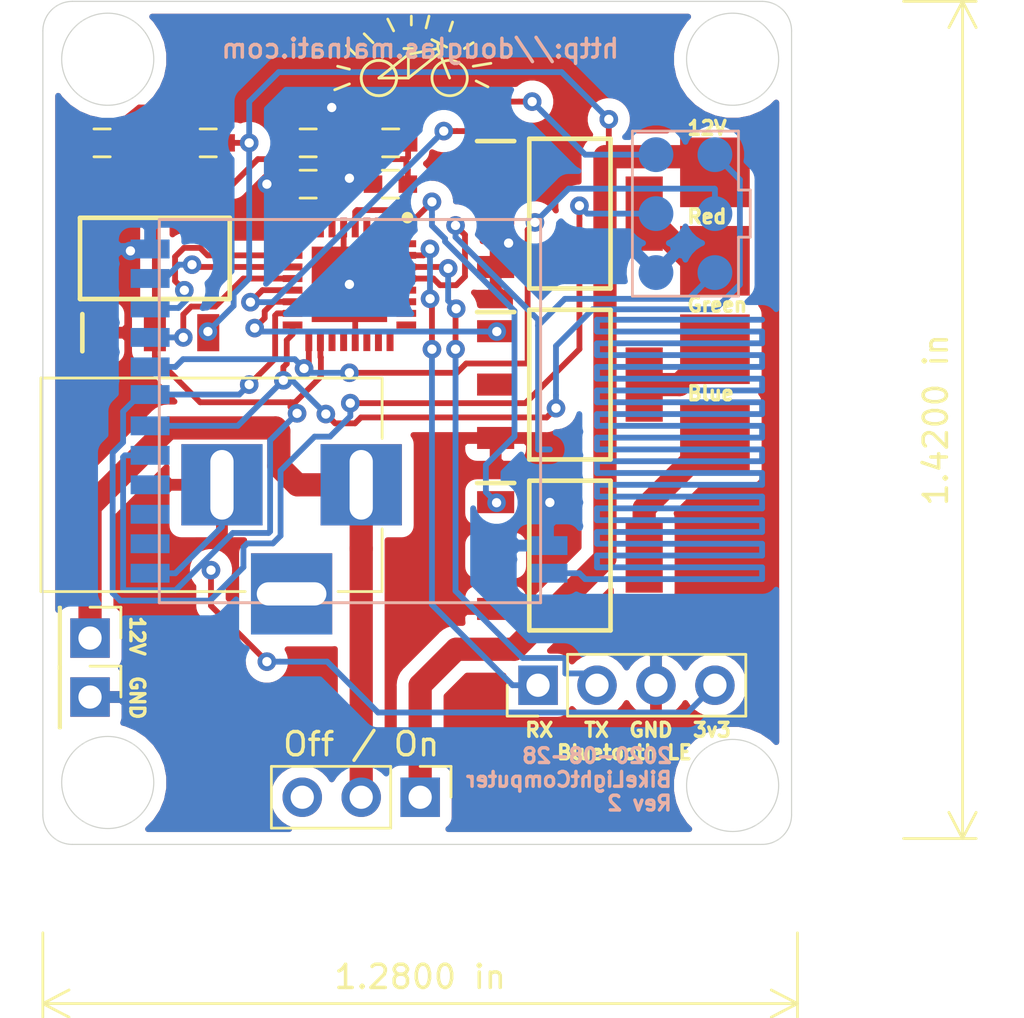
<source format=kicad_pcb>
(kicad_pcb (version 20171130) (host pcbnew "(5.1.5)-3")

  (general
    (thickness 1.6)
    (drawings 57)
    (tracks 382)
    (zones 0)
    (modules 27)
    (nets 42)
  )

  (page A4)
  (layers
    (0 F.Cu signal)
    (31 B.Cu signal)
    (32 B.Adhes user)
    (33 F.Adhes user)
    (34 B.Paste user)
    (35 F.Paste user)
    (36 B.SilkS user)
    (37 F.SilkS user)
    (38 B.Mask user)
    (39 F.Mask user)
    (40 Dwgs.User user)
    (41 Cmts.User user)
    (42 Eco1.User user)
    (43 Eco2.User user)
    (44 Edge.Cuts user)
    (45 Margin user)
    (46 B.CrtYd user)
    (47 F.CrtYd user)
    (48 B.Fab user)
    (49 F.Fab user)
  )

  (setup
    (last_trace_width 0.25)
    (user_trace_width 1)
    (trace_clearance 0.2)
    (zone_clearance 0.508)
    (zone_45_only no)
    (trace_min 0.2)
    (via_size 0.8)
    (via_drill 0.4)
    (via_min_size 0.4)
    (via_min_drill 0.3)
    (uvia_size 0.3)
    (uvia_drill 0.1)
    (uvias_allowed no)
    (uvia_min_size 0.2)
    (uvia_min_drill 0.1)
    (edge_width 0.05)
    (segment_width 0.2)
    (pcb_text_width 0.3)
    (pcb_text_size 1.5 1.5)
    (mod_edge_width 0.12)
    (mod_text_size 1 1)
    (mod_text_width 0.15)
    (pad_size 1.524 1.524)
    (pad_drill 0.762)
    (pad_to_mask_clearance 0.051)
    (solder_mask_min_width 0.25)
    (aux_axis_origin 0 0)
    (visible_elements 7FFFFFFF)
    (pcbplotparams
      (layerselection 0x010fc_ffffffff)
      (usegerberextensions false)
      (usegerberattributes false)
      (usegerberadvancedattributes false)
      (creategerberjobfile false)
      (excludeedgelayer true)
      (linewidth 0.100000)
      (plotframeref false)
      (viasonmask false)
      (mode 1)
      (useauxorigin false)
      (hpglpennumber 1)
      (hpglpenspeed 20)
      (hpglpendiameter 15.000000)
      (psnegative false)
      (psa4output false)
      (plotreference true)
      (plotvalue true)
      (plotinvisibletext false)
      (padsonsilk false)
      (subtractmaskfromsilk false)
      (outputformat 1)
      (mirror false)
      (drillshape 0)
      (scaleselection 1)
      (outputdirectory "gerbers/"))
  )

  (net 0 "")
  (net 1 "Net-(U1-Pad32)")
  (net 2 "Net-(U1-Pad28)")
  (net 3 "Net-(U1-Pad27)")
  (net 4 "Net-(U1-Pad26)")
  (net 5 "Net-(U1-Pad25)")
  (net 6 "Net-(U1-Pad24)")
  (net 7 "Net-(U1-Pad23)")
  (net 8 "Net-(U1-Pad22)")
  (net 9 "Net-(U1-Pad20)")
  (net 10 "Net-(U1-Pad19)")
  (net 11 "Net-(U1-Pad9)")
  (net 12 "Net-(U1-Pad8)")
  (net 13 "Net-(U1-Pad7)")
  (net 14 "Net-(U1-Pad2)")
  (net 15 "Net-(U2-Pad2)")
  (net 16 "Net-(U2-Pad4)")
  (net 17 "Net-(U2-Pad3)")
  (net 18 "Net-(IC1-Pad4)")
  (net 19 "Net-(IC1-Pad2)")
  (net 20 "Net-(IC2-Pad2)")
  (net 21 "Net-(IC2-Pad4)")
  (net 22 "Net-(IC3-Pad4)")
  (net 23 "Net-(IC3-Pad2)")
  (net 24 "Net-(J1-Pad1)")
  (net 25 GND)
  (net 26 VCC)
  (net 27 VOLTAGE_INPUT)
  (net 28 AVR_PWM_RED)
  (net 29 AVR_PWM_GREEN)
  (net 30 AVR_PWM_BLUE)
  (net 31 AVR_SER_RX)
  (net 32 AVR_SER_TX)
  (net 33 SPI_MISO)
  (net 34 SPI_SCK)
  (net 35 SPI_RESET)
  (net 36 SPI_MOSI)
  (net 37 "Net-(J16-Pad3)")
  (net 38 RADIO_NSEL)
  (net 39 RADIO_SDN)
  (net 40 RADIO_NIRQ)
  (net 41 "Net-(U2-Pad14)")

  (net_class Default "This is the default net class."
    (clearance 0.2)
    (trace_width 0.25)
    (via_dia 0.8)
    (via_drill 0.4)
    (uvia_dia 0.3)
    (uvia_drill 0.1)
    (add_net AVR_PWM_BLUE)
    (add_net AVR_PWM_GREEN)
    (add_net AVR_PWM_RED)
    (add_net AVR_SER_RX)
    (add_net AVR_SER_TX)
    (add_net GND)
    (add_net "Net-(IC1-Pad2)")
    (add_net "Net-(IC1-Pad4)")
    (add_net "Net-(IC2-Pad2)")
    (add_net "Net-(IC2-Pad4)")
    (add_net "Net-(IC3-Pad2)")
    (add_net "Net-(IC3-Pad4)")
    (add_net "Net-(J1-Pad1)")
    (add_net "Net-(J16-Pad3)")
    (add_net "Net-(U1-Pad19)")
    (add_net "Net-(U1-Pad2)")
    (add_net "Net-(U1-Pad20)")
    (add_net "Net-(U1-Pad22)")
    (add_net "Net-(U1-Pad23)")
    (add_net "Net-(U1-Pad24)")
    (add_net "Net-(U1-Pad25)")
    (add_net "Net-(U1-Pad26)")
    (add_net "Net-(U1-Pad27)")
    (add_net "Net-(U1-Pad28)")
    (add_net "Net-(U1-Pad32)")
    (add_net "Net-(U1-Pad7)")
    (add_net "Net-(U1-Pad8)")
    (add_net "Net-(U1-Pad9)")
    (add_net "Net-(U2-Pad14)")
    (add_net "Net-(U2-Pad2)")
    (add_net "Net-(U2-Pad3)")
    (add_net "Net-(U2-Pad4)")
    (add_net RADIO_NIRQ)
    (add_net RADIO_NSEL)
    (add_net RADIO_SDN)
    (add_net SPI_MISO)
    (add_net SPI_MOSI)
    (add_net SPI_RESET)
    (add_net SPI_SCK)
    (add_net VCC)
    (add_net VOLTAGE_INPUT)
  )

  (module CustomFootprintLibrary:ATMEGA328P-MU (layer F.Cu) (tedit 5E4A1618) (tstamp 5F6151FA)
    (at 156.972 72.136 270)
    (descr "MLF 32M1-A")
    (tags "Integrated Circuit")
    (path /5F448AF6)
    (attr smd)
    (fp_text reference U1 (at -3.302 -4.318 90) (layer F.SilkS) hide
      (effects (font (size 1.27 1.27) (thickness 0.254)))
    )
    (fp_text value ATMEGA328P-MU (at 0.254 4.572 90) (layer F.SilkS) hide
      (effects (font (size 1.27 1.27) (thickness 0.254)))
    )
    (fp_circle (center -2.875 -2.5) (end -2.875 -2.375) (layer F.SilkS) (width 0.25))
    (fp_line (start -2.5 -2) (end -2 -2.5) (layer F.Fab) (width 0.1))
    (fp_line (start -2.5 2.5) (end -2.5 -2.5) (layer F.Fab) (width 0.1))
    (fp_line (start 2.5 2.5) (end -2.5 2.5) (layer F.Fab) (width 0.1))
    (fp_line (start 2.5 -2.5) (end 2.5 2.5) (layer F.Fab) (width 0.1))
    (fp_line (start -2.5 -2.5) (end 2.5 -2.5) (layer F.Fab) (width 0.1))
    (fp_line (start -3.125 3.125) (end -3.125 -3.125) (layer F.CrtYd) (width 0.05))
    (fp_line (start 3.125 3.125) (end -3.125 3.125) (layer F.CrtYd) (width 0.05))
    (fp_line (start 3.125 -3.125) (end 3.125 3.125) (layer F.CrtYd) (width 0.05))
    (fp_line (start -3.125 -3.125) (end 3.125 -3.125) (layer F.CrtYd) (width 0.05))
    (fp_text user %R (at 3.048 -4.318 90) (layer F.Fab)
      (effects (font (size 1.27 1.27) (thickness 0.254)))
    )
    (pad 33 smd rect (at 0 0 270) (size 3.25 3.25) (layers F.Cu F.Paste F.Mask)
      (net 25 GND))
    (pad 32 smd rect (at -1.75 -2.45 270) (size 0.3 0.85) (layers F.Cu F.Paste F.Mask)
      (net 1 "Net-(U1-Pad32)"))
    (pad 31 smd rect (at -1.25 -2.45 270) (size 0.3 0.85) (layers F.Cu F.Paste F.Mask)
      (net 32 AVR_SER_TX))
    (pad 30 smd rect (at -0.75 -2.45 270) (size 0.3 0.85) (layers F.Cu F.Paste F.Mask)
      (net 31 AVR_SER_RX))
    (pad 29 smd rect (at -0.25 -2.45 270) (size 0.3 0.85) (layers F.Cu F.Paste F.Mask)
      (net 35 SPI_RESET))
    (pad 28 smd rect (at 0.25 -2.45 270) (size 0.3 0.85) (layers F.Cu F.Paste F.Mask)
      (net 2 "Net-(U1-Pad28)"))
    (pad 27 smd rect (at 0.75 -2.45 270) (size 0.3 0.85) (layers F.Cu F.Paste F.Mask)
      (net 3 "Net-(U1-Pad27)"))
    (pad 26 smd rect (at 1.25 -2.45 270) (size 0.3 0.85) (layers F.Cu F.Paste F.Mask)
      (net 4 "Net-(U1-Pad26)"))
    (pad 25 smd rect (at 1.75 -2.45 270) (size 0.3 0.85) (layers F.Cu F.Paste F.Mask)
      (net 5 "Net-(U1-Pad25)"))
    (pad 24 smd rect (at 2.45 -1.75) (size 0.3 0.85) (layers F.Cu F.Paste F.Mask)
      (net 6 "Net-(U1-Pad24)"))
    (pad 23 smd rect (at 2.45 -1.25) (size 0.3 0.85) (layers F.Cu F.Paste F.Mask)
      (net 7 "Net-(U1-Pad23)"))
    (pad 22 smd rect (at 2.45 -0.75) (size 0.3 0.85) (layers F.Cu F.Paste F.Mask)
      (net 8 "Net-(U1-Pad22)"))
    (pad 21 smd rect (at 2.45 -0.25) (size 0.3 0.85) (layers F.Cu F.Paste F.Mask)
      (net 25 GND))
    (pad 20 smd rect (at 2.45 0.25) (size 0.3 0.85) (layers F.Cu F.Paste F.Mask)
      (net 9 "Net-(U1-Pad20)"))
    (pad 19 smd rect (at 2.45 0.75) (size 0.3 0.85) (layers F.Cu F.Paste F.Mask)
      (net 10 "Net-(U1-Pad19)"))
    (pad 18 smd rect (at 2.45 1.25) (size 0.3 0.85) (layers F.Cu F.Paste F.Mask)
      (net 26 VCC))
    (pad 17 smd rect (at 2.45 1.75) (size 0.3 0.85) (layers F.Cu F.Paste F.Mask)
      (net 34 SPI_SCK))
    (pad 16 smd rect (at 1.75 2.45 270) (size 0.3 0.85) (layers F.Cu F.Paste F.Mask)
      (net 33 SPI_MISO))
    (pad 15 smd rect (at 1.25 2.45 270) (size 0.3 0.85) (layers F.Cu F.Paste F.Mask)
      (net 36 SPI_MOSI))
    (pad 14 smd rect (at 0.75 2.45 270) (size 0.3 0.85) (layers F.Cu F.Paste F.Mask)
      (net 29 AVR_PWM_GREEN))
    (pad 13 smd rect (at 0.25 2.45 270) (size 0.3 0.85) (layers F.Cu F.Paste F.Mask)
      (net 28 AVR_PWM_RED))
    (pad 12 smd rect (at -0.25 2.45 270) (size 0.3 0.85) (layers F.Cu F.Paste F.Mask)
      (net 38 RADIO_NSEL))
    (pad 11 smd rect (at -0.75 2.45 270) (size 0.3 0.85) (layers F.Cu F.Paste F.Mask)
      (net 39 RADIO_SDN))
    (pad 10 smd rect (at -1.25 2.45 270) (size 0.3 0.85) (layers F.Cu F.Paste F.Mask)
      (net 40 RADIO_NIRQ))
    (pad 9 smd rect (at -1.75 2.45 270) (size 0.3 0.85) (layers F.Cu F.Paste F.Mask)
      (net 11 "Net-(U1-Pad9)"))
    (pad 8 smd rect (at -2.45 1.75) (size 0.3 0.85) (layers F.Cu F.Paste F.Mask)
      (net 12 "Net-(U1-Pad8)"))
    (pad 7 smd rect (at -2.45 1.25) (size 0.3 0.85) (layers F.Cu F.Paste F.Mask)
      (net 13 "Net-(U1-Pad7)"))
    (pad 6 smd rect (at -2.45 0.75) (size 0.3 0.85) (layers F.Cu F.Paste F.Mask)
      (net 26 VCC))
    (pad 5 smd rect (at -2.45 0.25) (size 0.3 0.85) (layers F.Cu F.Paste F.Mask)
      (net 25 GND))
    (pad 4 smd rect (at -2.45 -0.25) (size 0.3 0.85) (layers F.Cu F.Paste F.Mask)
      (net 26 VCC))
    (pad 3 smd rect (at -2.45 -0.75) (size 0.3 0.85) (layers F.Cu F.Paste F.Mask)
      (net 25 GND))
    (pad 2 smd rect (at -2.45 -1.25) (size 0.3 0.85) (layers F.Cu F.Paste F.Mask)
      (net 14 "Net-(U1-Pad2)"))
    (pad 1 smd rect (at -2.45 -1.75) (size 0.3 0.85) (layers F.Cu F.Paste F.Mask)
      (net 30 AVR_PWM_BLUE))
    (model ATMEGA328P-MU.stp
      (at (xyz 0 0 0))
      (scale (xyz 1 1 1))
      (rotate (xyz 0 0 0))
    )
  )

  (module CustomFootprintLibrary:RF4463PRO_LiteralLayout (layer B.Cu) (tedit 5EF7AD4A) (tstamp 5F61519D)
    (at 156.972 77.978)
    (path /5F44AA07)
    (fp_text reference U2 (at -6.858 9.398) (layer B.SilkS) hide
      (effects (font (size 1 1) (thickness 0.15)) (justify mirror))
    )
    (fp_text value RF4463PRO_LiteralLayout (at -1.524 -10.16) (layer B.Fab)
      (effects (font (size 1 1) (thickness 0.15)) (justify mirror))
    )
    (fp_line (start -8.1915 -8.636) (end -8.1915 7.874) (layer B.SilkS) (width 0.127))
    (fp_line (start -8.1915 7.874) (end 8.23722 7.874) (layer B.SilkS) (width 0.127))
    (fp_line (start 8.23722 -8.636) (end -8.1915 -8.636) (layer B.SilkS) (width 0.127))
    (fp_line (start 8.23722 7.874) (end 8.23722 -8.636) (layer B.SilkS) (width 0.127))
    (fp_text user >VALUE (at -1.524 -6.731) (layer B.SilkS) hide
      (effects (font (size 1.27 1.27) (thickness 0.1016)) (justify mirror))
    )
    (fp_text user >NAME (at -2.159 5.969) (layer B.SilkS) hide
      (effects (font (size 1.27 1.27) (thickness 0.1016)) (justify mirror))
    )
    (pad 13 smd rect (at 8.55472 5.41274) (size 1.6764 0.8128) (layers B.Cu B.Paste B.Mask)
      (net 25 GND))
    (pad 12 smd rect (at -8.58774 -7.366) (size 1.6764 0.8128) (layers B.Cu B.Paste B.Mask)
      (net 25 GND))
    (pad 9 smd rect (at -8.58774 -3.556) (size 1.6764 0.8128) (layers B.Cu B.Paste B.Mask)
      (net 38 RADIO_NSEL))
    (pad 2 smd rect (at -8.58774 5.334) (size 1.6764 0.8128) (layers B.Cu B.Paste B.Mask)
      (net 15 "Net-(U2-Pad2)"))
    (pad 5 smd rect (at -8.58774 1.524) (size 1.6764 0.8128) (layers B.Cu B.Paste B.Mask)
      (net 26 VCC))
    (pad 6 smd rect (at -8.58774 0.254) (size 1.6764 0.8128) (layers B.Cu B.Paste B.Mask)
      (net 33 SPI_MISO))
    (pad 7 smd rect (at -8.58774 -1.09474) (size 1.6764 0.8128) (layers B.Cu B.Paste B.Mask)
      (net 36 SPI_MOSI))
    (pad 10 smd rect (at -8.58774 -4.826) (size 1.6764 0.8128) (layers B.Cu B.Paste B.Mask)
      (net 40 RADIO_NIRQ))
    (pad 1 smd rect (at -8.58774 6.604) (size 1.6764 0.8128) (layers B.Cu B.Paste B.Mask)
      (net 25 GND))
    (pad 14 smd rect (at 8.55472 6.604) (size 1.6764 0.8128) (layers B.Cu B.Paste B.Mask)
      (net 41 "Net-(U2-Pad14)"))
    (pad 11 smd rect (at -8.58774 -6.096) (size 1.6764 0.8128) (layers B.Cu B.Paste B.Mask)
      (net 39 RADIO_SDN))
    (pad 8 smd rect (at -8.58774 -2.286) (size 1.6764 0.8128) (layers B.Cu B.Paste B.Mask)
      (net 34 SPI_SCK))
    (pad 4 smd rect (at -8.58774 2.794) (size 1.6764 0.8128) (layers B.Cu B.Paste B.Mask)
      (net 16 "Net-(U2-Pad4)"))
    (pad 3 smd rect (at -8.58774 4.064) (size 1.6764 0.8128) (layers B.Cu B.Paste B.Mask)
      (net 17 "Net-(U2-Pad3)"))
  )

  (module CustomFootprintLibrary:SOT-223-4 (layer F.Cu) (tedit 5F45BBBE) (tstamp 5F612D3E)
    (at 166.472 69.088)
    (path /5F44E979)
    (attr smd)
    (fp_text reference IC1 (at 0 0) (layer F.SilkS) hide
      (effects (font (size 1.27 1.27) (thickness 0.254)))
    )
    (fp_text value MOSFET_SOT223_FQT13N06TF (at 0.254 5.334) (layer F.SilkS) hide
      (effects (font (size 1.27 1.27) (thickness 0.254)))
    )
    (fp_line (start -4 -3.125) (end -2.4 -3.125) (layer F.SilkS) (width 0.2))
    (fp_line (start -1.75 3.225) (end -1.75 -3.225) (layer F.SilkS) (width 0.2))
    (fp_line (start 1.75 3.225) (end -1.75 3.225) (layer F.SilkS) (width 0.2))
    (fp_line (start 1.75 -3.225) (end 1.75 3.225) (layer F.SilkS) (width 0.2))
    (fp_line (start -1.75 -3.225) (end 1.75 -3.225) (layer F.SilkS) (width 0.2))
    (fp_line (start -1.75 -0.925) (end 0.55 -3.225) (layer F.Fab) (width 0.1))
    (fp_line (start -1.75 3.225) (end -1.75 -3.225) (layer F.Fab) (width 0.1))
    (fp_line (start 1.75 3.225) (end -1.75 3.225) (layer F.Fab) (width 0.1))
    (fp_line (start 1.75 -3.225) (end 1.75 3.225) (layer F.Fab) (width 0.1))
    (fp_line (start -1.75 -3.225) (end 1.75 -3.225) (layer F.Fab) (width 0.1))
    (fp_line (start -4.25 3.6) (end -4.25 -3.6) (layer F.CrtYd) (width 0.05))
    (fp_line (start 4.25 3.6) (end -4.25 3.6) (layer F.CrtYd) (width 0.05))
    (fp_line (start 4.25 -3.6) (end 4.25 3.6) (layer F.CrtYd) (width 0.05))
    (fp_line (start -4.25 -3.6) (end 4.25 -3.6) (layer F.CrtYd) (width 0.05))
    (fp_text user %R (at 0 0) (layer F.Fab)
      (effects (font (size 1.27 1.27) (thickness 0.254)))
    )
    (pad 4 smd rect (at 3.2 0) (size 1.6 3.2) (layers F.Cu F.Paste F.Mask)
      (net 18 "Net-(IC1-Pad4)"))
    (pad 3 smd rect (at -3.2 2.3 90) (size 0.95 1.6) (layers F.Cu F.Paste F.Mask)
      (net 25 GND))
    (pad 2 smd rect (at -3.2 0 90) (size 0.95 1.6) (layers F.Cu F.Paste F.Mask)
      (net 19 "Net-(IC1-Pad2)"))
    (pad 1 smd rect (at -3.2 -2.3 90) (size 0.95 1.6) (layers F.Cu F.Paste F.Mask)
      (net 28 AVR_PWM_RED))
    (model FQT13N06TF.stp
      (at (xyz 0 0 0))
      (scale (xyz 1 1 1))
      (rotate (xyz 0 0 0))
    )
  )

  (module CustomFootprintLibrary:SOT-223-4 (layer F.Cu) (tedit 5F45BBBE) (tstamp 5F612CFC)
    (at 166.472 76.454)
    (path /5F44EF73)
    (attr smd)
    (fp_text reference IC2 (at 0 0) (layer F.SilkS) hide
      (effects (font (size 1.27 1.27) (thickness 0.254)))
    )
    (fp_text value MOSFET_SOT223_FQT13N06TF (at 0.254 5.334) (layer F.SilkS) hide
      (effects (font (size 1.27 1.27) (thickness 0.254)))
    )
    (fp_text user %R (at 0 0) (layer F.Fab)
      (effects (font (size 1.27 1.27) (thickness 0.254)))
    )
    (fp_line (start -4.25 -3.6) (end 4.25 -3.6) (layer F.CrtYd) (width 0.05))
    (fp_line (start 4.25 -3.6) (end 4.25 3.6) (layer F.CrtYd) (width 0.05))
    (fp_line (start 4.25 3.6) (end -4.25 3.6) (layer F.CrtYd) (width 0.05))
    (fp_line (start -4.25 3.6) (end -4.25 -3.6) (layer F.CrtYd) (width 0.05))
    (fp_line (start -1.75 -3.225) (end 1.75 -3.225) (layer F.Fab) (width 0.1))
    (fp_line (start 1.75 -3.225) (end 1.75 3.225) (layer F.Fab) (width 0.1))
    (fp_line (start 1.75 3.225) (end -1.75 3.225) (layer F.Fab) (width 0.1))
    (fp_line (start -1.75 3.225) (end -1.75 -3.225) (layer F.Fab) (width 0.1))
    (fp_line (start -1.75 -0.925) (end 0.55 -3.225) (layer F.Fab) (width 0.1))
    (fp_line (start -1.75 -3.225) (end 1.75 -3.225) (layer F.SilkS) (width 0.2))
    (fp_line (start 1.75 -3.225) (end 1.75 3.225) (layer F.SilkS) (width 0.2))
    (fp_line (start 1.75 3.225) (end -1.75 3.225) (layer F.SilkS) (width 0.2))
    (fp_line (start -1.75 3.225) (end -1.75 -3.225) (layer F.SilkS) (width 0.2))
    (fp_line (start -4 -3.125) (end -2.4 -3.125) (layer F.SilkS) (width 0.2))
    (pad 1 smd rect (at -3.2 -2.3 90) (size 0.95 1.6) (layers F.Cu F.Paste F.Mask)
      (net 29 AVR_PWM_GREEN))
    (pad 2 smd rect (at -3.2 0 90) (size 0.95 1.6) (layers F.Cu F.Paste F.Mask)
      (net 20 "Net-(IC2-Pad2)"))
    (pad 3 smd rect (at -3.2 2.3 90) (size 0.95 1.6) (layers F.Cu F.Paste F.Mask)
      (net 25 GND))
    (pad 4 smd rect (at 3.2 0) (size 1.6 3.2) (layers F.Cu F.Paste F.Mask)
      (net 21 "Net-(IC2-Pad4)"))
    (model FQT13N06TF.stp
      (at (xyz 0 0 0))
      (scale (xyz 1 1 1))
      (rotate (xyz 0 0 0))
    )
  )

  (module CustomFootprintLibrary:SOT-223-4 (layer F.Cu) (tedit 5F45BBBE) (tstamp 5F612CBA)
    (at 166.472 83.82)
    (path /5F44F467)
    (attr smd)
    (fp_text reference IC3 (at 0 0) (layer F.SilkS) hide
      (effects (font (size 1.27 1.27) (thickness 0.254)))
    )
    (fp_text value MOSFET_SOT223_FQT13N06TF (at 0.254 5.334) (layer F.SilkS) hide
      (effects (font (size 1.27 1.27) (thickness 0.254)))
    )
    (fp_line (start -4 -3.125) (end -2.4 -3.125) (layer F.SilkS) (width 0.2))
    (fp_line (start -1.75 3.225) (end -1.75 -3.225) (layer F.SilkS) (width 0.2))
    (fp_line (start 1.75 3.225) (end -1.75 3.225) (layer F.SilkS) (width 0.2))
    (fp_line (start 1.75 -3.225) (end 1.75 3.225) (layer F.SilkS) (width 0.2))
    (fp_line (start -1.75 -3.225) (end 1.75 -3.225) (layer F.SilkS) (width 0.2))
    (fp_line (start -1.75 -0.925) (end 0.55 -3.225) (layer F.Fab) (width 0.1))
    (fp_line (start -1.75 3.225) (end -1.75 -3.225) (layer F.Fab) (width 0.1))
    (fp_line (start 1.75 3.225) (end -1.75 3.225) (layer F.Fab) (width 0.1))
    (fp_line (start 1.75 -3.225) (end 1.75 3.225) (layer F.Fab) (width 0.1))
    (fp_line (start -1.75 -3.225) (end 1.75 -3.225) (layer F.Fab) (width 0.1))
    (fp_line (start -4.25 3.6) (end -4.25 -3.6) (layer F.CrtYd) (width 0.05))
    (fp_line (start 4.25 3.6) (end -4.25 3.6) (layer F.CrtYd) (width 0.05))
    (fp_line (start 4.25 -3.6) (end 4.25 3.6) (layer F.CrtYd) (width 0.05))
    (fp_line (start -4.25 -3.6) (end 4.25 -3.6) (layer F.CrtYd) (width 0.05))
    (fp_text user %R (at 0 0) (layer F.Fab)
      (effects (font (size 1.27 1.27) (thickness 0.254)))
    )
    (pad 4 smd rect (at 3.2 0) (size 1.6 3.2) (layers F.Cu F.Paste F.Mask)
      (net 22 "Net-(IC3-Pad4)"))
    (pad 3 smd rect (at -3.2 2.3 90) (size 0.95 1.6) (layers F.Cu F.Paste F.Mask)
      (net 25 GND))
    (pad 2 smd rect (at -3.2 0 90) (size 0.95 1.6) (layers F.Cu F.Paste F.Mask)
      (net 23 "Net-(IC3-Pad2)"))
    (pad 1 smd rect (at -3.2 -2.3 90) (size 0.95 1.6) (layers F.Cu F.Paste F.Mask)
      (net 30 AVR_PWM_BLUE))
    (model FQT13N06TF.stp
      (at (xyz 0 0 0))
      (scale (xyz 1 1 1))
      (rotate (xyz 0 0 0))
    )
  )

  (module Capacitors_SMD:C_0603 (layer F.Cu) (tedit 59958EE7) (tstamp 5F615166)
    (at 155.194 67.818)
    (descr "Capacitor SMD 0603, reflow soldering, AVX (see smccp.pdf)")
    (tags "capacitor 0603")
    (path /5F46C3E8)
    (attr smd)
    (fp_text reference C1 (at 0 -1.5) (layer F.SilkS) hide
      (effects (font (size 1 1) (thickness 0.15)))
    )
    (fp_text value 1uF (at 0 1.5) (layer F.Fab)
      (effects (font (size 1 1) (thickness 0.15)))
    )
    (fp_text user %R (at 0 0) (layer F.Fab)
      (effects (font (size 0.3 0.3) (thickness 0.075)))
    )
    (fp_line (start -0.8 0.4) (end -0.8 -0.4) (layer F.Fab) (width 0.1))
    (fp_line (start 0.8 0.4) (end -0.8 0.4) (layer F.Fab) (width 0.1))
    (fp_line (start 0.8 -0.4) (end 0.8 0.4) (layer F.Fab) (width 0.1))
    (fp_line (start -0.8 -0.4) (end 0.8 -0.4) (layer F.Fab) (width 0.1))
    (fp_line (start -0.35 -0.6) (end 0.35 -0.6) (layer F.SilkS) (width 0.12))
    (fp_line (start 0.35 0.6) (end -0.35 0.6) (layer F.SilkS) (width 0.12))
    (fp_line (start -1.4 -0.65) (end 1.4 -0.65) (layer F.CrtYd) (width 0.05))
    (fp_line (start -1.4 -0.65) (end -1.4 0.65) (layer F.CrtYd) (width 0.05))
    (fp_line (start 1.4 0.65) (end 1.4 -0.65) (layer F.CrtYd) (width 0.05))
    (fp_line (start 1.4 0.65) (end -1.4 0.65) (layer F.CrtYd) (width 0.05))
    (pad 1 smd rect (at -0.75 0) (size 0.8 0.75) (layers F.Cu F.Paste F.Mask)
      (net 25 GND))
    (pad 2 smd rect (at 0.75 0) (size 0.8 0.75) (layers F.Cu F.Paste F.Mask)
      (net 26 VCC))
    (model Capacitors_SMD.3dshapes/C_0603.wrl
      (at (xyz 0 0 0))
      (scale (xyz 1 1 1))
      (rotate (xyz 0 0 0))
    )
  )

  (module Capacitors_SMD:C_0603 (layer F.Cu) (tedit 59958EE7) (tstamp 5F615136)
    (at 155.194 66.04)
    (descr "Capacitor SMD 0603, reflow soldering, AVX (see smccp.pdf)")
    (tags "capacitor 0603")
    (path /5F46BEDF)
    (attr smd)
    (fp_text reference C2 (at 0 -1.5) (layer F.SilkS) hide
      (effects (font (size 1 1) (thickness 0.15)))
    )
    (fp_text value 1uF (at 0 1.5) (layer F.Fab)
      (effects (font (size 1 1) (thickness 0.15)))
    )
    (fp_text user %R (at 0 0) (layer F.Fab)
      (effects (font (size 0.3 0.3) (thickness 0.075)))
    )
    (fp_line (start -0.8 0.4) (end -0.8 -0.4) (layer F.Fab) (width 0.1))
    (fp_line (start 0.8 0.4) (end -0.8 0.4) (layer F.Fab) (width 0.1))
    (fp_line (start 0.8 -0.4) (end 0.8 0.4) (layer F.Fab) (width 0.1))
    (fp_line (start -0.8 -0.4) (end 0.8 -0.4) (layer F.Fab) (width 0.1))
    (fp_line (start -0.35 -0.6) (end 0.35 -0.6) (layer F.SilkS) (width 0.12))
    (fp_line (start 0.35 0.6) (end -0.35 0.6) (layer F.SilkS) (width 0.12))
    (fp_line (start -1.4 -0.65) (end 1.4 -0.65) (layer F.CrtYd) (width 0.05))
    (fp_line (start -1.4 -0.65) (end -1.4 0.65) (layer F.CrtYd) (width 0.05))
    (fp_line (start 1.4 0.65) (end 1.4 -0.65) (layer F.CrtYd) (width 0.05))
    (fp_line (start 1.4 0.65) (end -1.4 0.65) (layer F.CrtYd) (width 0.05))
    (pad 1 smd rect (at -0.75 0) (size 0.8 0.75) (layers F.Cu F.Paste F.Mask)
      (net 25 GND))
    (pad 2 smd rect (at 0.75 0) (size 0.8 0.75) (layers F.Cu F.Paste F.Mask)
      (net 26 VCC))
    (model Capacitors_SMD.3dshapes/C_0603.wrl
      (at (xyz 0 0 0))
      (scale (xyz 1 1 1))
      (rotate (xyz 0 0 0))
    )
  )

  (module Capacitors_SMD:C_0603 (layer F.Cu) (tedit 59958EE7) (tstamp 5F615106)
    (at 158.75 66.04)
    (descr "Capacitor SMD 0603, reflow soldering, AVX (see smccp.pdf)")
    (tags "capacitor 0603")
    (path /5F47CA0E)
    (attr smd)
    (fp_text reference C3 (at 0 -1.5) (layer F.SilkS) hide
      (effects (font (size 1 1) (thickness 0.15)))
    )
    (fp_text value 1uF (at 0 1.5) (layer F.Fab)
      (effects (font (size 1 1) (thickness 0.15)))
    )
    (fp_text user %R (at 0 0) (layer F.Fab)
      (effects (font (size 0.3 0.3) (thickness 0.075)))
    )
    (fp_line (start -0.8 0.4) (end -0.8 -0.4) (layer F.Fab) (width 0.1))
    (fp_line (start 0.8 0.4) (end -0.8 0.4) (layer F.Fab) (width 0.1))
    (fp_line (start 0.8 -0.4) (end 0.8 0.4) (layer F.Fab) (width 0.1))
    (fp_line (start -0.8 -0.4) (end 0.8 -0.4) (layer F.Fab) (width 0.1))
    (fp_line (start -0.35 -0.6) (end 0.35 -0.6) (layer F.SilkS) (width 0.12))
    (fp_line (start 0.35 0.6) (end -0.35 0.6) (layer F.SilkS) (width 0.12))
    (fp_line (start -1.4 -0.65) (end 1.4 -0.65) (layer F.CrtYd) (width 0.05))
    (fp_line (start -1.4 -0.65) (end -1.4 0.65) (layer F.CrtYd) (width 0.05))
    (fp_line (start 1.4 0.65) (end 1.4 -0.65) (layer F.CrtYd) (width 0.05))
    (fp_line (start 1.4 0.65) (end -1.4 0.65) (layer F.CrtYd) (width 0.05))
    (pad 1 smd rect (at -0.75 0) (size 0.8 0.75) (layers F.Cu F.Paste F.Mask)
      (net 25 GND))
    (pad 2 smd rect (at 0.75 0) (size 0.8 0.75) (layers F.Cu F.Paste F.Mask)
      (net 26 VCC))
    (model Capacitors_SMD.3dshapes/C_0603.wrl
      (at (xyz 0 0 0))
      (scale (xyz 1 1 1))
      (rotate (xyz 0 0 0))
    )
  )

  (module Capacitors_SMD:C_0603 (layer F.Cu) (tedit 59958EE7) (tstamp 5F6150D6)
    (at 158.738 67.818)
    (descr "Capacitor SMD 0603, reflow soldering, AVX (see smccp.pdf)")
    (tags "capacitor 0603")
    (path /5F46C9CC)
    (attr smd)
    (fp_text reference C4 (at 0 -1.5) (layer F.SilkS) hide
      (effects (font (size 1 1) (thickness 0.15)))
    )
    (fp_text value 1uF (at 0 1.5) (layer F.Fab)
      (effects (font (size 1 1) (thickness 0.15)))
    )
    (fp_line (start 1.4 0.65) (end -1.4 0.65) (layer F.CrtYd) (width 0.05))
    (fp_line (start 1.4 0.65) (end 1.4 -0.65) (layer F.CrtYd) (width 0.05))
    (fp_line (start -1.4 -0.65) (end -1.4 0.65) (layer F.CrtYd) (width 0.05))
    (fp_line (start -1.4 -0.65) (end 1.4 -0.65) (layer F.CrtYd) (width 0.05))
    (fp_line (start 0.35 0.6) (end -0.35 0.6) (layer F.SilkS) (width 0.12))
    (fp_line (start -0.35 -0.6) (end 0.35 -0.6) (layer F.SilkS) (width 0.12))
    (fp_line (start -0.8 -0.4) (end 0.8 -0.4) (layer F.Fab) (width 0.1))
    (fp_line (start 0.8 -0.4) (end 0.8 0.4) (layer F.Fab) (width 0.1))
    (fp_line (start 0.8 0.4) (end -0.8 0.4) (layer F.Fab) (width 0.1))
    (fp_line (start -0.8 0.4) (end -0.8 -0.4) (layer F.Fab) (width 0.1))
    (fp_text user %R (at 0 0) (layer F.Fab)
      (effects (font (size 0.3 0.3) (thickness 0.075)))
    )
    (pad 2 smd rect (at 0.75 0) (size 0.8 0.75) (layers F.Cu F.Paste F.Mask)
      (net 26 VCC))
    (pad 1 smd rect (at -0.75 0) (size 0.8 0.75) (layers F.Cu F.Paste F.Mask)
      (net 25 GND))
    (model Capacitors_SMD.3dshapes/C_0603.wrl
      (at (xyz 0 0 0))
      (scale (xyz 1 1 1))
      (rotate (xyz 0 0 0))
    )
  )

  (module Capacitors_SMD:C_0603 (layer F.Cu) (tedit 59958EE7) (tstamp 5F6150A6)
    (at 150.888 66.04 180)
    (descr "Capacitor SMD 0603, reflow soldering, AVX (see smccp.pdf)")
    (tags "capacitor 0603")
    (path /5F4727E8)
    (attr smd)
    (fp_text reference C5 (at 0 -1.5) (layer F.SilkS) hide
      (effects (font (size 1 1) (thickness 0.15)))
    )
    (fp_text value 1uF (at 0 1.5) (layer F.Fab)
      (effects (font (size 1 1) (thickness 0.15)))
    )
    (fp_line (start 1.4 0.65) (end -1.4 0.65) (layer F.CrtYd) (width 0.05))
    (fp_line (start 1.4 0.65) (end 1.4 -0.65) (layer F.CrtYd) (width 0.05))
    (fp_line (start -1.4 -0.65) (end -1.4 0.65) (layer F.CrtYd) (width 0.05))
    (fp_line (start -1.4 -0.65) (end 1.4 -0.65) (layer F.CrtYd) (width 0.05))
    (fp_line (start 0.35 0.6) (end -0.35 0.6) (layer F.SilkS) (width 0.12))
    (fp_line (start -0.35 -0.6) (end 0.35 -0.6) (layer F.SilkS) (width 0.12))
    (fp_line (start -0.8 -0.4) (end 0.8 -0.4) (layer F.Fab) (width 0.1))
    (fp_line (start 0.8 -0.4) (end 0.8 0.4) (layer F.Fab) (width 0.1))
    (fp_line (start 0.8 0.4) (end -0.8 0.4) (layer F.Fab) (width 0.1))
    (fp_line (start -0.8 0.4) (end -0.8 -0.4) (layer F.Fab) (width 0.1))
    (fp_text user %R (at 0 0) (layer F.Fab)
      (effects (font (size 0.3 0.3) (thickness 0.075)))
    )
    (pad 2 smd rect (at 0.75 0 180) (size 0.8 0.75) (layers F.Cu F.Paste F.Mask)
      (net 25 GND))
    (pad 1 smd rect (at -0.75 0 180) (size 0.8 0.75) (layers F.Cu F.Paste F.Mask)
      (net 27 VOLTAGE_INPUT))
    (model Capacitors_SMD.3dshapes/C_0603.wrl
      (at (xyz 0 0 0))
      (scale (xyz 1 1 1))
      (rotate (xyz 0 0 0))
    )
  )

  (module Capacitors_SMD:C_0603 (layer F.Cu) (tedit 59958EE7) (tstamp 5F615076)
    (at 146.316 66.04)
    (descr "Capacitor SMD 0603, reflow soldering, AVX (see smccp.pdf)")
    (tags "capacitor 0603")
    (path /5F4718E0)
    (attr smd)
    (fp_text reference C6 (at 0 -1.5) (layer F.SilkS) hide
      (effects (font (size 1 1) (thickness 0.15)))
    )
    (fp_text value 1uF (at 0 1.5) (layer F.Fab)
      (effects (font (size 1 1) (thickness 0.15)))
    )
    (fp_text user %R (at 0 0) (layer F.Fab)
      (effects (font (size 0.3 0.3) (thickness 0.075)))
    )
    (fp_line (start -0.8 0.4) (end -0.8 -0.4) (layer F.Fab) (width 0.1))
    (fp_line (start 0.8 0.4) (end -0.8 0.4) (layer F.Fab) (width 0.1))
    (fp_line (start 0.8 -0.4) (end 0.8 0.4) (layer F.Fab) (width 0.1))
    (fp_line (start -0.8 -0.4) (end 0.8 -0.4) (layer F.Fab) (width 0.1))
    (fp_line (start -0.35 -0.6) (end 0.35 -0.6) (layer F.SilkS) (width 0.12))
    (fp_line (start 0.35 0.6) (end -0.35 0.6) (layer F.SilkS) (width 0.12))
    (fp_line (start -1.4 -0.65) (end 1.4 -0.65) (layer F.CrtYd) (width 0.05))
    (fp_line (start -1.4 -0.65) (end -1.4 0.65) (layer F.CrtYd) (width 0.05))
    (fp_line (start 1.4 0.65) (end 1.4 -0.65) (layer F.CrtYd) (width 0.05))
    (fp_line (start 1.4 0.65) (end -1.4 0.65) (layer F.CrtYd) (width 0.05))
    (pad 1 smd rect (at -0.75 0) (size 0.8 0.75) (layers F.Cu F.Paste F.Mask)
      (net 25 GND))
    (pad 2 smd rect (at 0.75 0) (size 0.8 0.75) (layers F.Cu F.Paste F.Mask)
      (net 26 VCC))
    (model Capacitors_SMD.3dshapes/C_0603.wrl
      (at (xyz 0 0 0))
      (scale (xyz 1 1 1))
      (rotate (xyz 0 0 0))
    )
  )

  (module CustomFootprintLibrary:SOT-223-4 (layer F.Cu) (tedit 5F45BBBE) (tstamp 5F61503A)
    (at 148.59 71.018 90)
    (path /5F463D5D)
    (attr smd)
    (fp_text reference IC4 (at 0 0 90) (layer F.SilkS) hide
      (effects (font (size 1.27 1.27) (thickness 0.254)))
    )
    (fp_text value REG_3V3_NCP1117ST33T3G (at 0.254 5.334 90) (layer F.SilkS) hide
      (effects (font (size 1.27 1.27) (thickness 0.254)))
    )
    (fp_line (start -4 -3.125) (end -2.4 -3.125) (layer F.SilkS) (width 0.2))
    (fp_line (start -1.75 3.225) (end -1.75 -3.225) (layer F.SilkS) (width 0.2))
    (fp_line (start 1.75 3.225) (end -1.75 3.225) (layer F.SilkS) (width 0.2))
    (fp_line (start 1.75 -3.225) (end 1.75 3.225) (layer F.SilkS) (width 0.2))
    (fp_line (start -1.75 -3.225) (end 1.75 -3.225) (layer F.SilkS) (width 0.2))
    (fp_line (start -1.75 -0.925) (end 0.55 -3.225) (layer F.Fab) (width 0.1))
    (fp_line (start -1.75 3.225) (end -1.75 -3.225) (layer F.Fab) (width 0.1))
    (fp_line (start 1.75 3.225) (end -1.75 3.225) (layer F.Fab) (width 0.1))
    (fp_line (start 1.75 -3.225) (end 1.75 3.225) (layer F.Fab) (width 0.1))
    (fp_line (start -1.75 -3.225) (end 1.75 -3.225) (layer F.Fab) (width 0.1))
    (fp_line (start -4.25 3.6) (end -4.25 -3.6) (layer F.CrtYd) (width 0.05))
    (fp_line (start 4.25 3.6) (end -4.25 3.6) (layer F.CrtYd) (width 0.05))
    (fp_line (start 4.25 -3.6) (end 4.25 3.6) (layer F.CrtYd) (width 0.05))
    (fp_line (start -4.25 -3.6) (end 4.25 -3.6) (layer F.CrtYd) (width 0.05))
    (fp_text user %R (at 0 0 90) (layer F.Fab)
      (effects (font (size 1.27 1.27) (thickness 0.254)))
    )
    (pad 4 smd rect (at 3.2 0 90) (size 1.6 3.2) (layers F.Cu F.Paste F.Mask)
      (net 26 VCC))
    (pad 3 smd rect (at -3.2 2.3 180) (size 0.95 1.6) (layers F.Cu F.Paste F.Mask)
      (net 27 VOLTAGE_INPUT))
    (pad 2 smd rect (at -3.2 0 180) (size 0.95 1.6) (layers F.Cu F.Paste F.Mask)
      (net 26 VCC))
    (pad 1 smd rect (at -3.2 -2.3 180) (size 0.95 1.6) (layers F.Cu F.Paste F.Mask)
      (net 25 GND))
    (model FQT13N06TF.stp
      (at (xyz 0 0 0))
      (scale (xyz 1 1 1))
      (rotate (xyz 0 0 0))
    )
  )

  (module Socket_Strips:Socket_Strip_Straight_1x01_Pitch2.54mm (layer F.Cu) (tedit 58CD5446) (tstamp 5F614266)
    (at 145.796 87.376 270)
    (descr "Through hole straight socket strip, 1x01, 2.54mm pitch, single row")
    (tags "Through hole socket strip THT 1x01 2.54mm single row")
    (path /5F47A4E7)
    (fp_text reference J3 (at 0 -2.33 90) (layer F.SilkS) hide
      (effects (font (size 1 1) (thickness 0.15)))
    )
    (fp_text value Conn_01x01_Male (at 0 2.33 90) (layer F.Fab)
      (effects (font (size 1 1) (thickness 0.15)))
    )
    (fp_text user %R (at 0 -2.33 90) (layer F.Fab)
      (effects (font (size 1 1) (thickness 0.15)))
    )
    (fp_line (start 1.8 -1.8) (end -1.8 -1.8) (layer F.CrtYd) (width 0.05))
    (fp_line (start 1.8 1.8) (end 1.8 -1.8) (layer F.CrtYd) (width 0.05))
    (fp_line (start -1.8 1.8) (end 1.8 1.8) (layer F.CrtYd) (width 0.05))
    (fp_line (start -1.8 -1.8) (end -1.8 1.8) (layer F.CrtYd) (width 0.05))
    (fp_line (start -1.33 -1.33) (end 0 -1.33) (layer F.SilkS) (width 0.12))
    (fp_line (start -1.33 0) (end -1.33 -1.33) (layer F.SilkS) (width 0.12))
    (fp_line (start 1.33 1.27) (end -1.33 1.27) (layer F.SilkS) (width 0.12))
    (fp_line (start 1.33 1.33) (end 1.33 1.27) (layer F.SilkS) (width 0.12))
    (fp_line (start -1.33 1.33) (end 1.33 1.33) (layer F.SilkS) (width 0.12))
    (fp_line (start -1.33 1.27) (end -1.33 1.33) (layer F.SilkS) (width 0.12))
    (fp_line (start 1.27 -1.27) (end -1.27 -1.27) (layer F.Fab) (width 0.1))
    (fp_line (start 1.27 1.27) (end 1.27 -1.27) (layer F.Fab) (width 0.1))
    (fp_line (start -1.27 1.27) (end 1.27 1.27) (layer F.Fab) (width 0.1))
    (fp_line (start -1.27 -1.27) (end -1.27 1.27) (layer F.Fab) (width 0.1))
    (pad 1 thru_hole rect (at 0 0 270) (size 1.7 1.7) (drill 1) (layers *.Cu *.Mask)
      (net 24 "Net-(J1-Pad1)"))
    (model ${KISYS3DMOD}/Socket_Strips.3dshapes/Socket_Strip_Straight_1x01_Pitch2.54mm.wrl
      (at (xyz 0 0 0))
      (scale (xyz 1 1 1))
      (rotate (xyz 0 0 270))
    )
  )

  (module Socket_Strips:Socket_Strip_Straight_1x01_Pitch2.54mm (layer F.Cu) (tedit 58CD5446) (tstamp 5F6142E1)
    (at 145.796 89.916 270)
    (descr "Through hole straight socket strip, 1x01, 2.54mm pitch, single row")
    (tags "Through hole socket strip THT 1x01 2.54mm single row")
    (path /5F47A4ED)
    (fp_text reference J4 (at 0 -2.33 90) (layer F.SilkS) hide
      (effects (font (size 1 1) (thickness 0.15)))
    )
    (fp_text value Conn_01x01_Male (at 0 2.33 90) (layer F.Fab)
      (effects (font (size 1 1) (thickness 0.15)))
    )
    (fp_line (start -1.27 -1.27) (end -1.27 1.27) (layer F.Fab) (width 0.1))
    (fp_line (start -1.27 1.27) (end 1.27 1.27) (layer F.Fab) (width 0.1))
    (fp_line (start 1.27 1.27) (end 1.27 -1.27) (layer F.Fab) (width 0.1))
    (fp_line (start 1.27 -1.27) (end -1.27 -1.27) (layer F.Fab) (width 0.1))
    (fp_line (start -1.33 1.27) (end -1.33 1.33) (layer F.SilkS) (width 0.12))
    (fp_line (start -1.33 1.33) (end 1.33 1.33) (layer F.SilkS) (width 0.12))
    (fp_line (start 1.33 1.33) (end 1.33 1.27) (layer F.SilkS) (width 0.12))
    (fp_line (start 1.33 1.27) (end -1.33 1.27) (layer F.SilkS) (width 0.12))
    (fp_line (start -1.33 0) (end -1.33 -1.33) (layer F.SilkS) (width 0.12))
    (fp_line (start -1.33 -1.33) (end 0 -1.33) (layer F.SilkS) (width 0.12))
    (fp_line (start -1.8 -1.8) (end -1.8 1.8) (layer F.CrtYd) (width 0.05))
    (fp_line (start -1.8 1.8) (end 1.8 1.8) (layer F.CrtYd) (width 0.05))
    (fp_line (start 1.8 1.8) (end 1.8 -1.8) (layer F.CrtYd) (width 0.05))
    (fp_line (start 1.8 -1.8) (end -1.8 -1.8) (layer F.CrtYd) (width 0.05))
    (fp_text user %R (at 0 -2.33 90) (layer F.Fab)
      (effects (font (size 1 1) (thickness 0.15)))
    )
    (pad 1 thru_hole rect (at 0 0 270) (size 1.7 1.7) (drill 1) (layers *.Cu *.Mask)
      (net 25 GND))
    (model ${KISYS3DMOD}/Socket_Strips.3dshapes/Socket_Strip_Straight_1x01_Pitch2.54mm.wrl
      (at (xyz 0 0 0))
      (scale (xyz 1 1 1))
      (rotate (xyz 0 0 270))
    )
  )

  (module Socket_Strips:Socket_Strip_Straight_1x04_Pitch2.54mm (layer F.Cu) (tedit 58CD5446) (tstamp 5F6157FB)
    (at 165.1 89.408 90)
    (descr "Through hole straight socket strip, 1x04, 2.54mm pitch, single row")
    (tags "Through hole socket strip THT 1x04 2.54mm single row")
    (path /5F4AD4FB)
    (fp_text reference J5 (at 0 -2.33 90) (layer F.SilkS) hide
      (effects (font (size 1 1) (thickness 0.15)))
    )
    (fp_text value Conn_01x04_Female (at 0 9.95 90) (layer F.Fab)
      (effects (font (size 1 1) (thickness 0.15)))
    )
    (fp_text user %R (at 0 -2.33 90) (layer F.Fab)
      (effects (font (size 1 1) (thickness 0.15)))
    )
    (fp_line (start 1.8 -1.8) (end -1.8 -1.8) (layer F.CrtYd) (width 0.05))
    (fp_line (start 1.8 9.4) (end 1.8 -1.8) (layer F.CrtYd) (width 0.05))
    (fp_line (start -1.8 9.4) (end 1.8 9.4) (layer F.CrtYd) (width 0.05))
    (fp_line (start -1.8 -1.8) (end -1.8 9.4) (layer F.CrtYd) (width 0.05))
    (fp_line (start -1.33 -1.33) (end 0 -1.33) (layer F.SilkS) (width 0.12))
    (fp_line (start -1.33 0) (end -1.33 -1.33) (layer F.SilkS) (width 0.12))
    (fp_line (start 1.33 1.27) (end -1.33 1.27) (layer F.SilkS) (width 0.12))
    (fp_line (start 1.33 8.95) (end 1.33 1.27) (layer F.SilkS) (width 0.12))
    (fp_line (start -1.33 8.95) (end 1.33 8.95) (layer F.SilkS) (width 0.12))
    (fp_line (start -1.33 1.27) (end -1.33 8.95) (layer F.SilkS) (width 0.12))
    (fp_line (start 1.27 -1.27) (end -1.27 -1.27) (layer F.Fab) (width 0.1))
    (fp_line (start 1.27 8.89) (end 1.27 -1.27) (layer F.Fab) (width 0.1))
    (fp_line (start -1.27 8.89) (end 1.27 8.89) (layer F.Fab) (width 0.1))
    (fp_line (start -1.27 -1.27) (end -1.27 8.89) (layer F.Fab) (width 0.1))
    (pad 4 thru_hole oval (at 0 7.62 90) (size 1.7 1.7) (drill 1) (layers *.Cu *.Mask)
      (net 26 VCC))
    (pad 3 thru_hole oval (at 0 5.08 90) (size 1.7 1.7) (drill 1) (layers *.Cu *.Mask)
      (net 25 GND))
    (pad 2 thru_hole oval (at 0 2.54 90) (size 1.7 1.7) (drill 1) (layers *.Cu *.Mask)
      (net 31 AVR_SER_RX))
    (pad 1 thru_hole rect (at 0 0 90) (size 1.7 1.7) (drill 1) (layers *.Cu *.Mask)
      (net 32 AVR_SER_TX))
    (model ${KISYS3DMOD}/Socket_Strips.3dshapes/Socket_Strip_Straight_1x04_Pitch2.54mm.wrl
      (offset (xyz 0 -3.809999942779541 0))
      (scale (xyz 1 1 1))
      (rotate (xyz 0 0 270))
    )
  )

  (module Measurement_Points:Measurement_Point_Square-SMD-Pad_Big (layer F.Cu) (tedit 56C35FC6) (tstamp 5F612D72)
    (at 172.72 67.31)
    (descr "Mesurement Point, Square, SMD Pad,  3mm x 3mm,")
    (tags "Mesurement Point Square SMD Pad 3x3mm")
    (path /5F4AB45A)
    (attr virtual)
    (fp_text reference J6 (at 0 -3) (layer F.SilkS) hide
      (effects (font (size 1 1) (thickness 0.15)))
    )
    (fp_text value Conn_01x01_Male (at 0 3) (layer F.Fab)
      (effects (font (size 1 1) (thickness 0.15)))
    )
    (fp_line (start -1.75 1.75) (end -1.75 -1.75) (layer F.CrtYd) (width 0.05))
    (fp_line (start 1.75 1.75) (end -1.75 1.75) (layer F.CrtYd) (width 0.05))
    (fp_line (start 1.75 -1.75) (end 1.75 1.75) (layer F.CrtYd) (width 0.05))
    (fp_line (start -1.75 -1.75) (end 1.75 -1.75) (layer F.CrtYd) (width 0.05))
    (pad 1 smd rect (at 0 0) (size 3 3) (layers F.Cu F.Mask)
      (net 27 VOLTAGE_INPUT))
  )

  (module Measurement_Points:Measurement_Point_Square-SMD-Pad_Big (layer F.Cu) (tedit 56C35FC6) (tstamp 5F612DBA)
    (at 172.72 71.12)
    (descr "Mesurement Point, Square, SMD Pad,  3mm x 3mm,")
    (tags "Mesurement Point Square SMD Pad 3x3mm")
    (path /5F49AEBD)
    (attr virtual)
    (fp_text reference J7 (at 0 -3) (layer F.SilkS) hide
      (effects (font (size 1 1) (thickness 0.15)))
    )
    (fp_text value Conn_01x01_Male (at 0 3) (layer F.Fab)
      (effects (font (size 1 1) (thickness 0.15)))
    )
    (fp_line (start -1.75 -1.75) (end 1.75 -1.75) (layer F.CrtYd) (width 0.05))
    (fp_line (start 1.75 -1.75) (end 1.75 1.75) (layer F.CrtYd) (width 0.05))
    (fp_line (start 1.75 1.75) (end -1.75 1.75) (layer F.CrtYd) (width 0.05))
    (fp_line (start -1.75 1.75) (end -1.75 -1.75) (layer F.CrtYd) (width 0.05))
    (pad 1 smd rect (at 0 0) (size 3 3) (layers F.Cu F.Mask)
      (net 18 "Net-(IC1-Pad4)"))
  )

  (module Measurement_Points:Measurement_Point_Square-SMD-Pad_Big (layer F.Cu) (tedit 56C35FC6) (tstamp 5F612D8A)
    (at 172.72 74.93)
    (descr "Mesurement Point, Square, SMD Pad,  3mm x 3mm,")
    (tags "Mesurement Point Square SMD Pad 3x3mm")
    (path /5F49BECA)
    (attr virtual)
    (fp_text reference J8 (at 0 -3) (layer F.SilkS) hide
      (effects (font (size 1 1) (thickness 0.15)))
    )
    (fp_text value Conn_01x01_Male (at 0 3) (layer F.Fab)
      (effects (font (size 1 1) (thickness 0.15)))
    )
    (fp_line (start -1.75 1.75) (end -1.75 -1.75) (layer F.CrtYd) (width 0.05))
    (fp_line (start 1.75 1.75) (end -1.75 1.75) (layer F.CrtYd) (width 0.05))
    (fp_line (start 1.75 -1.75) (end 1.75 1.75) (layer F.CrtYd) (width 0.05))
    (fp_line (start -1.75 -1.75) (end 1.75 -1.75) (layer F.CrtYd) (width 0.05))
    (pad 1 smd rect (at 0 0) (size 3 3) (layers F.Cu F.Mask)
      (net 21 "Net-(IC2-Pad4)"))
  )

  (module Measurement_Points:Measurement_Point_Square-SMD-Pad_Big (layer F.Cu) (tedit 56C35FC6) (tstamp 5F612DA2)
    (at 172.72 78.74)
    (descr "Mesurement Point, Square, SMD Pad,  3mm x 3mm,")
    (tags "Mesurement Point Square SMD Pad 3x3mm")
    (path /5F49C3F0)
    (attr virtual)
    (fp_text reference J9 (at 0 -3) (layer F.SilkS) hide
      (effects (font (size 1 1) (thickness 0.15)))
    )
    (fp_text value Conn_01x01_Male (at 0 3) (layer F.Fab)
      (effects (font (size 1 1) (thickness 0.15)))
    )
    (fp_line (start -1.75 -1.75) (end 1.75 -1.75) (layer F.CrtYd) (width 0.05))
    (fp_line (start 1.75 -1.75) (end 1.75 1.75) (layer F.CrtYd) (width 0.05))
    (fp_line (start 1.75 1.75) (end -1.75 1.75) (layer F.CrtYd) (width 0.05))
    (fp_line (start -1.75 1.75) (end -1.75 -1.75) (layer F.CrtYd) (width 0.05))
    (pad 1 smd rect (at 0 0) (size 3 3) (layers F.Cu F.Mask)
      (net 22 "Net-(IC3-Pad4)"))
  )

  (module Measurement_Points:Measurement_Point_Round-SMD-Pad_Small (layer B.Cu) (tedit 56C35ED0) (tstamp 5F60004B)
    (at 172.72 66.548 180)
    (descr "Mesurement Point, Round, SMD Pad, DM 1.5mm,")
    (tags "Mesurement Point Round SMD Pad 1.5mm")
    (path /5F463420)
    (attr virtual)
    (fp_text reference J10 (at 0 2) (layer B.SilkS) hide
      (effects (font (size 1 1) (thickness 0.15)) (justify mirror))
    )
    (fp_text value Conn_01x01_Male (at 0 -2) (layer B.Fab)
      (effects (font (size 1 1) (thickness 0.15)) (justify mirror))
    )
    (fp_circle (center 0 0) (end 1 0) (layer B.CrtYd) (width 0.05))
    (pad 1 smd circle (at 0 0 180) (size 1.5 1.5) (layers B.Cu B.Mask)
      (net 33 SPI_MISO))
  )

  (module Measurement_Points:Measurement_Point_Round-SMD-Pad_Small (layer B.Cu) (tedit 56C35ED0) (tstamp 5F60002D)
    (at 172.72 69.088 180)
    (descr "Mesurement Point, Round, SMD Pad, DM 1.5mm,")
    (tags "Mesurement Point Round SMD Pad 1.5mm")
    (path /5F46329D)
    (attr virtual)
    (fp_text reference J11 (at 0 2) (layer B.SilkS) hide
      (effects (font (size 1 1) (thickness 0.15)) (justify mirror))
    )
    (fp_text value Conn_01x01_Male (at 0 -2) (layer B.Fab)
      (effects (font (size 1 1) (thickness 0.15)) (justify mirror))
    )
    (fp_circle (center 0 0) (end 1 0) (layer B.CrtYd) (width 0.05))
    (pad 1 smd circle (at 0 0 180) (size 1.5 1.5) (layers B.Cu B.Mask)
      (net 34 SPI_SCK))
  )

  (module Measurement_Points:Measurement_Point_Round-SMD-Pad_Small (layer B.Cu) (tedit 56C35ED0) (tstamp 5F60001E)
    (at 172.72 71.628 180)
    (descr "Mesurement Point, Round, SMD Pad, DM 1.5mm,")
    (tags "Mesurement Point Round SMD Pad 1.5mm")
    (path /5F463088)
    (attr virtual)
    (fp_text reference J12 (at 0 2) (layer B.SilkS) hide
      (effects (font (size 1 1) (thickness 0.15)) (justify mirror))
    )
    (fp_text value Conn_01x01_Male (at 0 -2) (layer B.Fab)
      (effects (font (size 1 1) (thickness 0.15)) (justify mirror))
    )
    (fp_circle (center 0 0) (end 1 0) (layer B.CrtYd) (width 0.05))
    (pad 1 smd circle (at 0 0 180) (size 1.5 1.5) (layers B.Cu B.Mask)
      (net 35 SPI_RESET))
  )

  (module Measurement_Points:Measurement_Point_Round-SMD-Pad_Small (layer B.Cu) (tedit 56C35ED0) (tstamp 5F600069)
    (at 170.18 66.548 180)
    (descr "Mesurement Point, Round, SMD Pad, DM 1.5mm,")
    (tags "Mesurement Point Round SMD Pad 1.5mm")
    (path /5F461D67)
    (attr virtual)
    (fp_text reference J13 (at 0 2) (layer B.SilkS) hide
      (effects (font (size 1 1) (thickness 0.15)) (justify mirror))
    )
    (fp_text value Conn_01x01_Male (at 0 -2) (layer B.Fab)
      (effects (font (size 1 1) (thickness 0.15)) (justify mirror))
    )
    (fp_circle (center 0 0) (end 1 0) (layer B.CrtYd) (width 0.05))
    (pad 1 smd circle (at 0 0 180) (size 1.5 1.5) (layers B.Cu B.Mask)
      (net 26 VCC))
  )

  (module Measurement_Points:Measurement_Point_Round-SMD-Pad_Small (layer B.Cu) (tedit 56C35ED0) (tstamp 5F60003C)
    (at 170.18 69.088 180)
    (descr "Mesurement Point, Round, SMD Pad, DM 1.5mm,")
    (tags "Mesurement Point Round SMD Pad 1.5mm")
    (path /5F462CD6)
    (attr virtual)
    (fp_text reference J14 (at 0 2) (layer B.SilkS) hide
      (effects (font (size 1 1) (thickness 0.15)) (justify mirror))
    )
    (fp_text value Conn_01x01_Male (at 0 -2) (layer B.Fab)
      (effects (font (size 1 1) (thickness 0.15)) (justify mirror))
    )
    (fp_circle (center 0 0) (end 1 0) (layer B.CrtYd) (width 0.05))
    (pad 1 smd circle (at 0 0 180) (size 1.5 1.5) (layers B.Cu B.Mask)
      (net 36 SPI_MOSI))
  )

  (module Measurement_Points:Measurement_Point_Round-SMD-Pad_Small (layer B.Cu) (tedit 56C35ED0) (tstamp 5F60005A)
    (at 170.18 71.628 180)
    (descr "Mesurement Point, Round, SMD Pad, DM 1.5mm,")
    (tags "Mesurement Point Round SMD Pad 1.5mm")
    (path /5F462EEB)
    (attr virtual)
    (fp_text reference J15 (at 0 2) (layer B.SilkS) hide
      (effects (font (size 1 1) (thickness 0.15)) (justify mirror))
    )
    (fp_text value Conn_01x01_Male (at 0 -2) (layer B.Fab)
      (effects (font (size 1 1) (thickness 0.15)) (justify mirror))
    )
    (fp_circle (center 0 0) (end 1 0) (layer B.CrtYd) (width 0.05))
    (pad 1 smd circle (at 0 0 180) (size 1.5 1.5) (layers B.Cu B.Mask)
      (net 25 GND))
  )

  (module Socket_Strips:Socket_Strip_Straight_1x03_Pitch2.54mm (layer F.Cu) (tedit 58CD5446) (tstamp 5F614229)
    (at 160.02 94.234 270)
    (descr "Through hole straight socket strip, 1x03, 2.54mm pitch, single row")
    (tags "Through hole socket strip THT 1x03 2.54mm single row")
    (path /5F4C4EDB)
    (fp_text reference J16 (at 0 -2.33 90) (layer F.SilkS) hide
      (effects (font (size 1 1) (thickness 0.15)))
    )
    (fp_text value Conn_01x03_Male (at 0 7.41 90) (layer F.Fab)
      (effects (font (size 1 1) (thickness 0.15)))
    )
    (fp_text user %R (at 0 -2.33 90) (layer F.Fab)
      (effects (font (size 1 1) (thickness 0.15)))
    )
    (fp_line (start 1.8 -1.8) (end -1.8 -1.8) (layer F.CrtYd) (width 0.05))
    (fp_line (start 1.8 6.85) (end 1.8 -1.8) (layer F.CrtYd) (width 0.05))
    (fp_line (start -1.8 6.85) (end 1.8 6.85) (layer F.CrtYd) (width 0.05))
    (fp_line (start -1.8 -1.8) (end -1.8 6.85) (layer F.CrtYd) (width 0.05))
    (fp_line (start -1.33 -1.33) (end 0 -1.33) (layer F.SilkS) (width 0.12))
    (fp_line (start -1.33 0) (end -1.33 -1.33) (layer F.SilkS) (width 0.12))
    (fp_line (start 1.33 1.27) (end -1.33 1.27) (layer F.SilkS) (width 0.12))
    (fp_line (start 1.33 6.41) (end 1.33 1.27) (layer F.SilkS) (width 0.12))
    (fp_line (start -1.33 6.41) (end 1.33 6.41) (layer F.SilkS) (width 0.12))
    (fp_line (start -1.33 1.27) (end -1.33 6.41) (layer F.SilkS) (width 0.12))
    (fp_line (start 1.27 -1.27) (end -1.27 -1.27) (layer F.Fab) (width 0.1))
    (fp_line (start 1.27 6.35) (end 1.27 -1.27) (layer F.Fab) (width 0.1))
    (fp_line (start -1.27 6.35) (end 1.27 6.35) (layer F.Fab) (width 0.1))
    (fp_line (start -1.27 -1.27) (end -1.27 6.35) (layer F.Fab) (width 0.1))
    (pad 3 thru_hole oval (at 0 5.08 270) (size 1.7 1.7) (drill 1) (layers *.Cu *.Mask)
      (net 37 "Net-(J16-Pad3)"))
    (pad 2 thru_hole oval (at 0 2.54 270) (size 1.7 1.7) (drill 1) (layers *.Cu *.Mask)
      (net 24 "Net-(J1-Pad1)"))
    (pad 1 thru_hole rect (at 0 0 270) (size 1.7 1.7) (drill 1) (layers *.Cu *.Mask)
      (net 27 VOLTAGE_INPUT))
    (model ${KISYS3DMOD}/Socket_Strips.3dshapes/Socket_Strip_Straight_1x03_Pitch2.54mm.wrl
      (offset (xyz 0 -2.539999961853027 0))
      (scale (xyz 1 1 1))
      (rotate (xyz 0 0 270))
    )
  )

  (module Connectors:BARREL_JACK (layer F.Cu) (tedit 5861378E) (tstamp 5F615276)
    (at 157.48 80.772)
    (descr "DC Barrel Jack")
    (tags "Power Jack")
    (path /5F4DB26F)
    (fp_text reference J1 (at -8.45 5.75 180) (layer F.SilkS) hide
      (effects (font (size 1 1) (thickness 0.15)))
    )
    (fp_text value Barrel_Jack_MountingPin (at -6.2 -5.5) (layer F.Fab)
      (effects (font (size 1 1) (thickness 0.15)))
    )
    (fp_line (start 0.8 -4.5) (end -13.7 -4.5) (layer F.Fab) (width 0.1))
    (fp_line (start 0.8 4.5) (end 0.8 -4.5) (layer F.Fab) (width 0.1))
    (fp_line (start -13.7 4.5) (end 0.8 4.5) (layer F.Fab) (width 0.1))
    (fp_line (start -13.7 -4.5) (end -13.7 4.5) (layer F.Fab) (width 0.1))
    (fp_line (start -10.2 -4.5) (end -10.2 4.5) (layer F.Fab) (width 0.1))
    (fp_line (start 0.9 -4.6) (end 0.9 -2) (layer F.SilkS) (width 0.12))
    (fp_line (start -13.8 -4.6) (end 0.9 -4.6) (layer F.SilkS) (width 0.12))
    (fp_line (start 0.9 4.6) (end -1 4.6) (layer F.SilkS) (width 0.12))
    (fp_line (start 0.9 1.9) (end 0.9 4.6) (layer F.SilkS) (width 0.12))
    (fp_line (start -13.8 4.6) (end -13.8 -4.6) (layer F.SilkS) (width 0.12))
    (fp_line (start -5 4.6) (end -13.8 4.6) (layer F.SilkS) (width 0.12))
    (fp_line (start -14 4.75) (end -14 -4.75) (layer F.CrtYd) (width 0.05))
    (fp_line (start -5 4.75) (end -14 4.75) (layer F.CrtYd) (width 0.05))
    (fp_line (start -5 6.75) (end -5 4.75) (layer F.CrtYd) (width 0.05))
    (fp_line (start -1 6.75) (end -5 6.75) (layer F.CrtYd) (width 0.05))
    (fp_line (start -1 4.75) (end -1 6.75) (layer F.CrtYd) (width 0.05))
    (fp_line (start 1 4.75) (end -1 4.75) (layer F.CrtYd) (width 0.05))
    (fp_line (start 1 2) (end 1 4.75) (layer F.CrtYd) (width 0.05))
    (fp_line (start 2 2) (end 1 2) (layer F.CrtYd) (width 0.05))
    (fp_line (start 2 -2) (end 2 2) (layer F.CrtYd) (width 0.05))
    (fp_line (start 1 -2) (end 2 -2) (layer F.CrtYd) (width 0.05))
    (fp_line (start 1 -4.5) (end 1 -2) (layer F.CrtYd) (width 0.05))
    (fp_line (start 1 -4.75) (end -14 -4.75) (layer F.CrtYd) (width 0.05))
    (fp_line (start 1 -4.5) (end 1 -4.75) (layer F.CrtYd) (width 0.05))
    (pad 3 thru_hole rect (at -3 4.7) (size 3.5 3.5) (drill oval 3 1) (layers *.Cu *.Mask))
    (pad 2 thru_hole rect (at -6 0) (size 3.5 3.5) (drill oval 1 3) (layers *.Cu *.Mask)
      (net 25 GND))
    (pad 1 thru_hole rect (at 0 0) (size 3.5 3.5) (drill oval 1 3) (layers *.Cu *.Mask)
      (net 24 "Net-(J1-Pad1)"))
  )

  (dimension 36.068 (width 0.12) (layer F.SilkS)
    (gr_text "1.4200 in" (at 184.658 77.978 90) (layer F.SilkS)
      (effects (font (size 1 1) (thickness 0.15)))
    )
    (feature1 (pts (xy 180.848 59.944) (xy 183.974421 59.944)))
    (feature2 (pts (xy 180.848 96.012) (xy 183.974421 96.012)))
    (crossbar (pts (xy 183.388 96.012) (xy 183.388 59.944)))
    (arrow1a (pts (xy 183.388 59.944) (xy 183.974421 61.070504)))
    (arrow1b (pts (xy 183.388 59.944) (xy 182.801579 61.070504)))
    (arrow2a (pts (xy 183.388 96.012) (xy 183.974421 94.885496)))
    (arrow2b (pts (xy 183.388 96.012) (xy 182.801579 94.885496)))
  )
  (dimension 32.512 (width 0.12) (layer F.SilkS)
    (gr_text "1.2800 in" (at 160.02 104.394) (layer F.SilkS)
      (effects (font (size 1 1) (thickness 0.15)))
    )
    (feature1 (pts (xy 176.276 100.076) (xy 176.276 103.710421)))
    (feature2 (pts (xy 143.764 100.076) (xy 143.764 103.710421)))
    (crossbar (pts (xy 143.764 103.124) (xy 176.276 103.124)))
    (arrow1a (pts (xy 176.276 103.124) (xy 175.149496 103.710421)))
    (arrow1b (pts (xy 176.276 103.124) (xy 175.149496 102.537579)))
    (arrow2a (pts (xy 143.764 103.124) (xy 144.890504 103.710421)))
    (arrow2b (pts (xy 143.764 103.124) (xy 144.890504 102.537579)))
  )
  (gr_line (start 156.972 63.5) (end 156.337 63.754) (layer F.SilkS) (width 0.12))
  (gr_line (start 156.972 62.865) (end 156.464 62.738) (layer F.SilkS) (width 0.12))
  (gr_line (start 157.226 62.23) (end 156.845 61.849) (layer F.SilkS) (width 0.12))
  (gr_line (start 157.988 61.722) (end 157.607 61.341) (layer F.SilkS) (width 0.12))
  (gr_line (start 158.877 61.214) (end 158.623 60.706) (layer F.SilkS) (width 0.12))
  (gr_line (start 159.639 60.96) (end 159.639 60.579) (layer F.SilkS) (width 0.12))
  (gr_line (start 160.274 61.087) (end 160.401 60.579) (layer F.SilkS) (width 0.12))
  (gr_line (start 161.29 61.214) (end 161.417 60.833) (layer F.SilkS) (width 0.12))
  (gr_line (start 161.925 61.976) (end 162.306 61.722) (layer F.SilkS) (width 0.12))
  (gr_line (start 162.306 62.738) (end 163.068 62.611) (layer F.SilkS) (width 0.12))
  (gr_line (start 162.433 63.373) (end 162.941 63.627) (layer F.SilkS) (width 0.12))
  (gr_line (start 160.528 61.595) (end 161.163 61.9125) (layer F.SilkS) (width 0.12) (tstamp 5F6175A3))
  (gr_line (start 160.782 61.722) (end 160.528 61.595) (layer F.SilkS) (width 0.12) (tstamp 5F6175A2))
  (gr_line (start 159.512 63.246) (end 159.512 62.23) (layer F.SilkS) (width 0.12) (tstamp 5F6175A1))
  (gr_circle (center 161.29 63.246) (end 162.052 63.246) (layer F.SilkS) (width 0.12) (tstamp 5F6175A0))
  (gr_circle (center 158.242 63.246) (end 159.004 63.246) (layer F.SilkS) (width 0.12) (tstamp 5F61759F))
  (gr_circle (center 158.242 63.246) (end 159.004 63.246) (layer F.SilkS) (width 0.12) (tstamp 5F61759E))
  (gr_line (start 158.242 63.246) (end 159.512 63.246) (layer F.SilkS) (width 0.12) (tstamp 5F61759D))
  (gr_line (start 161.29 63.246) (end 160.782 61.976) (layer F.SilkS) (width 0.12) (tstamp 5F61759C))
  (gr_line (start 160.782 61.976) (end 160.782 61.722) (layer F.SilkS) (width 0.12) (tstamp 5F61759B))
  (gr_line (start 159.512 62.23) (end 160.782 61.976) (layer F.SilkS) (width 0.12) (tstamp 5F61759A))
  (gr_line (start 159.3215 61.976) (end 159.7025 61.976) (layer F.SilkS) (width 0.12) (tstamp 5F617599))
  (gr_line (start 159.512 63.246) (end 160.782 62.23) (layer F.SilkS) (width 0.12) (tstamp 5F617598))
  (gr_line (start 159.512 61.976) (end 159.3215 61.976) (layer F.SilkS) (width 0.12) (tstamp 5F617597))
  (gr_line (start 159.512 62.23) (end 159.512 61.976) (layer F.SilkS) (width 0.12) (tstamp 5F617596))
  (gr_line (start 159.512 62.23) (end 158.242 63.246) (layer F.SilkS) (width 0.12) (tstamp 5F617595))
  (gr_text http://douglas.malnati.com (at 160.02 61.976) (layer B.SilkS)
    (effects (font (size 0.8128 0.8128) (thickness 0.15)) (justify mirror))
  )
  (gr_arc (start 174.752 94.996) (end 174.752 96.266) (angle -90) (layer Edge.Cuts) (width 0.05))
  (gr_arc (start 145.034 94.996) (end 143.764 94.996) (angle -90) (layer Edge.Cuts) (width 0.05))
  (gr_arc (start 145.034 61.214) (end 145.034 59.944) (angle -90) (layer Edge.Cuts) (width 0.05))
  (gr_arc (start 174.752 61.214) (end 176.022 61.214) (angle -90) (layer Edge.Cuts) (width 0.05))
  (gr_line (start 143.764 94.996) (end 143.764 61.214) (layer Edge.Cuts) (width 0.05))
  (gr_line (start 174.752 96.266) (end 145.034 96.266) (layer Edge.Cuts) (width 0.05))
  (gr_line (start 176.022 61.214) (end 176.022 94.996) (layer Edge.Cuts) (width 0.05))
  (gr_line (start 145.034 59.944) (end 174.752 59.944) (layer Edge.Cuts) (width 0.05))
  (gr_circle (center 173.482 93.726) (end 174.752 95.25) (layer Edge.Cuts) (width 0.05) (tstamp 5F616D54))
  (gr_circle (center 173.482 62.435803) (end 174.752 63.959803) (layer Edge.Cuts) (width 0.05) (tstamp 5F616D40))
  (gr_circle (center 146.558 62.435803) (end 147.828 63.959803) (layer Edge.Cuts) (width 0.05) (tstamp 5F616D28))
  (gr_circle (center 146.558 93.598123) (end 147.828 95.122123) (layer Edge.Cuts) (width 0.05) (tstamp 5F616D26))
  (gr_text Blue (at 171.45 76.835) (layer F.SilkS) (tstamp 5F616C1F)
    (effects (font (size 0.6 0.6) (thickness 0.15)) (justify left))
  )
  (gr_text Green (at 171.45 73.025) (layer F.SilkS) (tstamp 5F616C1C)
    (effects (font (size 0.6 0.6) (thickness 0.15)) (justify left))
  )
  (gr_text Red (at 171.45 69.215) (layer F.SilkS) (tstamp 5F616C19)
    (effects (font (size 0.6 0.6) (thickness 0.15)) (justify left))
  )
  (gr_text 12V (at 171.45 65.405) (layer F.SilkS)
    (effects (font (size 0.6 0.6) (thickness 0.15)) (justify left))
  )
  (gr_text "RX   TX  GND  3v3\n   Bluetooth LE" (at 164.465 91.821) (layer F.SilkS)
    (effects (font (size 0.6 0.6) (thickness 0.15)) (justify left))
  )
  (gr_text "Off / On" (at 157.48 91.948) (layer F.SilkS)
    (effects (font (size 1 1) (thickness 0.15)))
  )
  (gr_text "12V  GND" (at 147.828 86.36 270) (layer F.SilkS)
    (effects (font (size 0.6 0.6) (thickness 0.15)) (justify left))
  )
  (gr_text "2020-08-28\nBikeLightComputer\nRev 2" (at 170.942 93.472) (layer B.SilkS)
    (effects (font (size 0.635 0.635) (thickness 0.15)) (justify left mirror))
  )
  (gr_line (start 169.164 72.644) (end 169.164 65.532) (layer B.SilkS) (width 0.12) (tstamp 5F616A87))
  (gr_line (start 173.736 72.644) (end 169.164 72.644) (layer B.SilkS) (width 0.12))
  (gr_line (start 173.736 70.104) (end 173.736 72.644) (layer B.SilkS) (width 0.12))
  (gr_line (start 174.244 70.104) (end 173.736 70.104) (layer B.SilkS) (width 0.12))
  (gr_line (start 174.244 68.072) (end 174.244 70.104) (layer B.SilkS) (width 0.12))
  (gr_line (start 173.736 68.072) (end 174.244 68.072) (layer B.SilkS) (width 0.12))
  (gr_line (start 173.736 65.532) (end 173.736 68.072) (layer B.SilkS) (width 0.12))
  (gr_line (start 169.164 65.532) (end 173.736 65.532) (layer B.SilkS) (width 0.12))

  (segment (start 171.704 71.12) (end 172.72 71.12) (width 1) (layer F.Cu) (net 18))
  (segment (start 169.672 69.088) (end 171.704 71.12) (width 1) (layer F.Cu) (net 18))
  (segment (start 171.196 76.454) (end 172.72 74.93) (width 1) (layer F.Cu) (net 21))
  (segment (start 169.672 76.454) (end 171.196 76.454) (width 1) (layer F.Cu) (net 21))
  (segment (start 169.672 81.788) (end 172.72 78.74) (width 1) (layer F.Cu) (net 22))
  (segment (start 169.672 83.82) (end 169.672 81.788) (width 1) (layer F.Cu) (net 22))
  (segment (start 157.48 83.522) (end 157.48 94.234) (width 1) (layer F.Cu) (net 24))
  (segment (start 157.48 80.772) (end 157.48 83.522) (width 1) (layer F.Cu) (net 24))
  (segment (start 145.796 85.526) (end 145.796 87.376) (width 1) (layer F.Cu) (net 24))
  (segment (start 153.790001 78.321999) (end 149.169999 78.321999) (width 1) (layer F.Cu) (net 24))
  (segment (start 153.930001 78.461999) (end 153.790001 78.321999) (width 1) (layer F.Cu) (net 24))
  (segment (start 154.73 80.772) (end 153.930001 79.972001) (width 1) (layer F.Cu) (net 24))
  (segment (start 157.48 80.772) (end 154.73 80.772) (width 1) (layer F.Cu) (net 24))
  (segment (start 153.930001 79.972001) (end 153.930001 78.461999) (width 1) (layer F.Cu) (net 24))
  (segment (start 149.169999 78.321999) (end 145.796 81.695998) (width 1) (layer F.Cu) (net 24))
  (segment (start 145.796 81.695998) (end 145.796 85.526) (width 1) (layer F.Cu) (net 24))
  (segment (start 149.47246 84.582) (end 148.38426 84.582) (width 0.25) (layer B.Cu) (net 25))
  (segment (start 151.48 82.57446) (end 149.47246 84.582) (width 0.25) (layer B.Cu) (net 25))
  (segment (start 151.48 80.772) (end 151.48 82.57446) (width 0.25) (layer B.Cu) (net 25))
  (via (at 156.972 72.136) (size 0.8) (drill 0.4) (layers F.Cu B.Cu) (net 25))
  (segment (start 157.722 71.386) (end 156.972 72.136) (width 0.25) (layer F.Cu) (net 25))
  (segment (start 157.722 69.686) (end 157.722 71.386) (width 0.25) (layer F.Cu) (net 25))
  (segment (start 156.722 71.886) (end 156.722 69.686) (width 0.25) (layer F.Cu) (net 25))
  (segment (start 156.972 72.136) (end 156.722 71.886) (width 0.25) (layer F.Cu) (net 25))
  (segment (start 157.222 72.386) (end 157.222 74.586) (width 0.25) (layer F.Cu) (net 25))
  (segment (start 156.972 72.136) (end 157.222 72.386) (width 0.25) (layer F.Cu) (net 25))
  (via (at 153.416 67.818) (size 0.8) (drill 0.4) (layers F.Cu B.Cu) (net 25))
  (segment (start 153.416 67.818) (end 154.444 67.818) (width 0.25) (layer F.Cu) (net 25))
  (via (at 156.21 64.516) (size 0.8) (drill 0.4) (layers F.Cu B.Cu) (net 25))
  (segment (start 156.609999 64.116001) (end 157.334001 64.116001) (width 0.25) (layer F.Cu) (net 25))
  (segment (start 156.21 64.516) (end 156.609999 64.116001) (width 0.25) (layer F.Cu) (net 25))
  (segment (start 158 64.782) (end 158 66.04) (width 0.25) (layer F.Cu) (net 25))
  (segment (start 157.334001 64.116001) (end 158 64.782) (width 0.25) (layer F.Cu) (net 25))
  (segment (start 156.21 64.516) (end 154.686 64.516) (width 0.25) (layer F.Cu) (net 25))
  (segment (start 154.444 64.758) (end 154.444 66.04) (width 0.25) (layer F.Cu) (net 25))
  (segment (start 154.686 64.516) (end 154.444 64.758) (width 0.25) (layer F.Cu) (net 25))
  (segment (start 146.29 74.218) (end 146.29 71.941664) (width 0.25) (layer F.Cu) (net 25))
  (via (at 147.53701 70.694654) (size 0.8) (drill 0.4) (layers F.Cu B.Cu) (net 25))
  (segment (start 148.102695 70.694654) (end 147.53701 70.694654) (width 0.25) (layer B.Cu) (net 25))
  (segment (start 146.29 71.941664) (end 147.53701 70.694654) (width 0.25) (layer F.Cu) (net 25))
  (segment (start 148.38426 70.612) (end 148.301606 70.694654) (width 0.25) (layer B.Cu) (net 25))
  (segment (start 148.301606 70.694654) (end 148.102695 70.694654) (width 0.25) (layer B.Cu) (net 25))
  (segment (start 163.287839 71.403839) (end 163.287839 71.916161) (width 0.25) (layer F.Cu) (net 25))
  (segment (start 163.272 71.388) (end 163.287839 71.403839) (width 0.25) (layer F.Cu) (net 25))
  (segment (start 163.576 71.084) (end 163.272 71.388) (width 0.25) (layer F.Cu) (net 25))
  (segment (start 151.037 64.516) (end 150.138 65.415) (width 0.25) (layer F.Cu) (net 25))
  (segment (start 150.138 65.415) (end 150.138 66.04) (width 0.25) (layer F.Cu) (net 25))
  (segment (start 156.21 64.516) (end 151.037 64.516) (width 0.25) (layer F.Cu) (net 25))
  (segment (start 146.405999 65.339999) (end 146.304 65.441998) (width 0.25) (layer F.Cu) (net 25))
  (segment (start 146.896255 65.339999) (end 146.405999 65.339999) (width 0.25) (layer F.Cu) (net 25))
  (segment (start 156.21 64.516) (end 147.915639 64.516) (width 0.25) (layer F.Cu) (net 25))
  (segment (start 147.915639 64.516) (end 146.896255 65.339999) (width 0.25) (layer F.Cu) (net 25))
  (segment (start 146.304 65.441998) (end 146.304 66.04) (width 0.25) (layer F.Cu) (net 25))
  (via (at 156.972 67.564) (size 0.8) (drill 0.4) (layers F.Cu B.Cu) (net 25))
  (segment (start 157.734 67.564) (end 157.988 67.818) (width 0.25) (layer F.Cu) (net 25))
  (segment (start 156.972 67.564) (end 157.734 67.564) (width 0.25) (layer F.Cu) (net 25))
  (segment (start 146.304 66.04) (end 145.566 66.04) (width 0.25) (layer F.Cu) (net 25))
  (via (at 163.83 70.358) (size 0.8) (drill 0.4) (layers F.Cu B.Cu) (net 25))
  (segment (start 163.83 70.83) (end 163.272 71.388) (width 0.25) (layer F.Cu) (net 25))
  (segment (start 163.83 70.358) (end 163.83 70.83) (width 0.25) (layer F.Cu) (net 25))
  (via (at 165.608 81.534) (size 0.8) (drill 0.4) (layers F.Cu B.Cu) (net 25))
  (segment (start 165.608 83.30946) (end 165.52672 83.39074) (width 0.25) (layer B.Cu) (net 25))
  (segment (start 165.608 81.534) (end 165.608 83.30946) (width 0.25) (layer B.Cu) (net 25))
  (segment (start 147.862 66.04) (end 147.716 66.04) (width 0.25) (layer F.Cu) (net 26))
  (segment (start 147.716 66.04) (end 147.066 66.04) (width 0.25) (layer F.Cu) (net 26))
  (segment (start 148.59 66.768) (end 147.862 66.04) (width 0.25) (layer F.Cu) (net 26))
  (segment (start 148.59 67.818) (end 148.59 66.768) (width 0.25) (layer F.Cu) (net 26))
  (segment (start 155.944 66.665) (end 155.944 66.04) (width 0.25) (layer F.Cu) (net 26))
  (segment (start 155.868999 66.740001) (end 155.944 66.665) (width 0.25) (layer F.Cu) (net 26))
  (segment (start 155.944 66.04) (end 155.944 67.818) (width 0.25) (layer F.Cu) (net 26))
  (segment (start 159.5 66.665) (end 159.5 66.04) (width 0.25) (layer F.Cu) (net 26))
  (segment (start 159.424999 66.740001) (end 159.5 66.665) (width 0.25) (layer F.Cu) (net 26))
  (segment (start 155.868999 66.740001) (end 159.424999 66.740001) (width 0.25) (layer F.Cu) (net 26))
  (segment (start 156.222 68.096) (end 156.222 69.686) (width 0.25) (layer F.Cu) (net 26))
  (segment (start 155.944 67.818) (end 156.222 68.096) (width 0.25) (layer F.Cu) (net 26))
  (segment (start 157.297001 68.935999) (end 157.222 69.011) (width 0.25) (layer F.Cu) (net 26))
  (segment (start 158.995001 68.935999) (end 157.297001 68.935999) (width 0.25) (layer F.Cu) (net 26))
  (segment (start 159.488 68.443) (end 158.995001 68.935999) (width 0.25) (layer F.Cu) (net 26))
  (segment (start 159.488 67.818) (end 159.488 68.443) (width 0.25) (layer F.Cu) (net 26))
  (segment (start 157.222 69.011) (end 157.222 69.686) (width 0.25) (layer F.Cu) (net 26))
  (segment (start 148.59 67.818) (end 148.59 74.218) (width 0.25) (layer F.Cu) (net 26))
  (segment (start 155.742377 76.108058) (end 155.742377 75.281377) (width 0.25) (layer F.Cu) (net 26))
  (segment (start 148.59 74.218) (end 148.59 75.268) (width 0.25) (layer F.Cu) (net 26))
  (segment (start 148.59 75.268) (end 150.538 77.216) (width 0.25) (layer F.Cu) (net 26))
  (segment (start 155.722 75.261) (end 155.722 74.586) (width 0.25) (layer F.Cu) (net 26))
  (segment (start 155.742377 75.281377) (end 155.722 75.261) (width 0.25) (layer F.Cu) (net 26))
  (segment (start 154.634435 77.216) (end 155.742377 76.108058) (width 0.25) (layer F.Cu) (net 26))
  (segment (start 148.59 67.818) (end 151.949002 67.818) (width 0.25) (layer F.Cu) (net 26))
  (segment (start 151.949002 67.818) (end 153.027001 66.740001) (width 0.25) (layer F.Cu) (net 26))
  (segment (start 153.027001 66.740001) (end 155.868999 66.740001) (width 0.25) (layer F.Cu) (net 26))
  (segment (start 148.38426 79.502) (end 147.29606 79.502) (width 0.25) (layer B.Cu) (net 26))
  (segment (start 147.286059 85.313401) (end 149.482461 85.313401) (width 0.25) (layer B.Cu) (net 26))
  (segment (start 147.29606 79.502) (end 147.221059 79.577001) (width 0.25) (layer B.Cu) (net 26))
  (segment (start 147.221059 79.577001) (end 147.221059 85.248401) (width 0.25) (layer B.Cu) (net 26))
  (segment (start 147.221059 85.248401) (end 147.286059 85.313401) (width 0.25) (layer B.Cu) (net 26))
  (segment (start 150.538 77.216) (end 154.432 77.216) (width 0.25) (layer F.Cu) (net 26))
  (segment (start 154.432 77.216) (end 154.634435 77.216) (width 0.25) (layer F.Cu) (net 26))
  (segment (start 159.424999 67.129999) (end 159.488 67.193) (width 0.25) (layer F.Cu) (net 26))
  (segment (start 159.424999 66.740001) (end 159.424999 67.129999) (width 0.25) (layer F.Cu) (net 26))
  (segment (start 159.488 67.193) (end 159.488 67.818) (width 0.25) (layer F.Cu) (net 26))
  (segment (start 149.482461 85.313401) (end 150.671931 84.123931) (width 0.25) (layer B.Cu) (net 26))
  (via (at 164.845992 64.262) (size 0.8) (drill 0.4) (layers F.Cu B.Cu) (net 26))
  (segment (start 164.280307 64.262) (end 164.845992 64.262) (width 0.25) (layer F.Cu) (net 26))
  (segment (start 159.5 66.04) (end 159.5 65.415) (width 0.25) (layer F.Cu) (net 26))
  (segment (start 167.131992 66.548) (end 165.245991 64.661999) (width 0.25) (layer B.Cu) (net 26))
  (segment (start 165.245991 64.661999) (end 164.845992 64.262) (width 0.25) (layer B.Cu) (net 26))
  (segment (start 160.653 64.262) (end 164.280307 64.262) (width 0.25) (layer F.Cu) (net 26))
  (segment (start 170.18 66.548) (end 167.131992 66.548) (width 0.25) (layer B.Cu) (net 26))
  (segment (start 159.5 65.415) (end 160.653 64.262) (width 0.25) (layer F.Cu) (net 26))
  (via (at 153.416004 88.392) (size 0.8) (drill 0.4) (layers F.Cu B.Cu) (net 26))
  (segment (start 156.013685 88.392) (end 153.981689 88.392) (width 0.25) (layer B.Cu) (net 26))
  (segment (start 158.204686 90.583001) (end 156.013685 88.392) (width 0.25) (layer B.Cu) (net 26))
  (segment (start 153.981689 88.392) (end 153.416004 88.392) (width 0.25) (layer B.Cu) (net 26))
  (segment (start 172.72 89.408) (end 171.544999 90.583001) (width 0.25) (layer B.Cu) (net 26))
  (segment (start 171.544999 90.583001) (end 158.204686 90.583001) (width 0.25) (layer B.Cu) (net 26))
  (segment (start 153.555001 78.855741) (end 154.317142 78.0936) (width 0.25) (layer B.Cu) (net 26))
  (segment (start 151.948861 82.847001) (end 153.490001 82.847001) (width 0.25) (layer B.Cu) (net 26))
  (via (at 154.717141 77.693601) (size 0.8) (drill 0.4) (layers F.Cu B.Cu) (net 26))
  (segment (start 154.432 77.40846) (end 154.717141 77.693601) (width 0.25) (layer F.Cu) (net 26))
  (segment (start 153.490001 82.847001) (end 153.555001 82.782001) (width 0.25) (layer B.Cu) (net 26))
  (segment (start 154.432 77.216) (end 154.432 77.40846) (width 0.25) (layer F.Cu) (net 26))
  (segment (start 150.671931 84.123931) (end 151.948861 82.847001) (width 0.25) (layer B.Cu) (net 26))
  (segment (start 154.317142 78.0936) (end 154.717141 77.693601) (width 0.25) (layer B.Cu) (net 26))
  (segment (start 153.555001 82.782001) (end 153.555001 78.855741) (width 0.25) (layer B.Cu) (net 26))
  (segment (start 153.416004 88.392) (end 151.00766 85.983656) (width 0.25) (layer F.Cu) (net 26))
  (segment (start 151.00766 85.983656) (end 151.00766 84.45034) (width 0.25) (layer F.Cu) (net 26))
  (segment (start 150.99834 84.45034) (end 151.00766 84.45034) (width 0.25) (layer B.Cu) (net 26))
  (segment (start 150.671931 84.123931) (end 150.99834 84.45034) (width 0.25) (layer B.Cu) (net 26))
  (via (at 151.00766 84.45034) (size 0.8) (drill 0.4) (layers F.Cu B.Cu) (net 26))
  (via (at 150.876 74.168) (size 0.8) (drill 0.4) (layers F.Cu B.Cu) (net 27))
  (segment (start 150.89 74.218) (end 150.89 74.182) (width 0.25) (layer F.Cu) (net 27))
  (segment (start 150.89 74.182) (end 150.876 74.168) (width 0.25) (layer F.Cu) (net 27))
  (segment (start 151.983438 72.555334) (end 152.654 71.884772) (width 0.25) (layer B.Cu) (net 27))
  (segment (start 151.983438 73.060562) (end 151.983438 72.555334) (width 0.25) (layer B.Cu) (net 27))
  (via (at 152.654 66.04) (size 0.8) (drill 0.4) (layers F.Cu B.Cu) (net 27))
  (segment (start 150.876 74.168) (end 151.983438 73.060562) (width 0.25) (layer B.Cu) (net 27))
  (segment (start 152.654 66.04) (end 151.638 66.04) (width 0.25) (layer F.Cu) (net 27))
  (segment (start 152.654 69.342) (end 152.654 66.04) (width 0.25) (layer B.Cu) (net 27))
  (segment (start 152.654 71.884772) (end 152.654 69.342) (width 0.25) (layer B.Cu) (net 27))
  (segment (start 167.982352 66.636352) (end 167.982352 83.94465) (width 1) (layer F.Cu) (net 27))
  (segment (start 164.069003 87.857999) (end 161.570001 87.857999) (width 1) (layer F.Cu) (net 27))
  (segment (start 172.046352 66.636352) (end 167.982352 66.636352) (width 1) (layer F.Cu) (net 27))
  (segment (start 172.72 67.31) (end 172.046352 66.636352) (width 1) (layer F.Cu) (net 27))
  (segment (start 167.982352 83.94465) (end 164.069003 87.857999) (width 1) (layer F.Cu) (net 27))
  (segment (start 161.570001 87.857999) (end 160.02 89.408) (width 1) (layer F.Cu) (net 27))
  (segment (start 160.02 89.408) (end 160.02 94.234) (width 1) (layer F.Cu) (net 27))
  (segment (start 152.654 66.04) (end 152.654 64.262) (width 0.25) (layer B.Cu) (net 27))
  (segment (start 152.654 64.262) (end 153.924 62.992) (width 0.25) (layer B.Cu) (net 27))
  (segment (start 153.924 62.992) (end 166.116 62.992) (width 0.25) (layer B.Cu) (net 27))
  (via (at 168.148 65.024) (size 0.8) (drill 0.4) (layers F.Cu B.Cu) (net 27))
  (segment (start 166.116 62.992) (end 168.148 65.024) (width 0.25) (layer B.Cu) (net 27))
  (segment (start 168.148 66.470704) (end 167.982352 66.636352) (width 0.25) (layer F.Cu) (net 27))
  (segment (start 168.148 65.024) (end 168.148 66.470704) (width 0.25) (layer F.Cu) (net 27))
  (segment (start 154.522 72.386) (end 153.225776 72.386) (width 0.25) (layer F.Cu) (net 28))
  (segment (start 153.225776 72.386) (end 152.70844 72.903336) (width 0.25) (layer F.Cu) (net 28))
  (via (at 152.70844 72.903336) (size 0.8) (drill 0.4) (layers F.Cu B.Cu) (net 28))
  (segment (start 162.741 65.532) (end 161.601685 65.532) (width 0.25) (layer F.Cu) (net 28))
  (segment (start 163.272 66.063) (end 162.741 65.532) (width 0.25) (layer F.Cu) (net 28))
  (segment (start 161.601685 65.532) (end 161.036 65.532) (width 0.25) (layer F.Cu) (net 28))
  (segment (start 160.636001 65.931999) (end 161.036 65.532) (width 0.25) (layer B.Cu) (net 28))
  (via (at 161.036 65.532) (size 0.8) (drill 0.4) (layers F.Cu B.Cu) (net 28))
  (segment (start 163.272 66.788) (end 163.272 66.063) (width 0.25) (layer F.Cu) (net 28))
  (segment (start 152.70844 72.903336) (end 153.664664 72.903336) (width 0.25) (layer B.Cu) (net 28))
  (segment (start 153.664664 72.903336) (end 160.636001 65.931999) (width 0.25) (layer B.Cu) (net 28))
  (via (at 163.322 74.168) (size 0.8) (drill 0.4) (layers F.Cu B.Cu) (net 29))
  (segment (start 163.272 74.154) (end 163.308 74.154) (width 0.25) (layer F.Cu) (net 29))
  (segment (start 163.308 74.154) (end 163.322 74.168) (width 0.25) (layer F.Cu) (net 29))
  (segment (start 153.725587 72.886) (end 153.321988 73.289599) (width 0.25) (layer F.Cu) (net 29))
  (segment (start 153.321988 73.289599) (end 153.321988 73.58719) (width 0.25) (layer F.Cu) (net 29))
  (segment (start 153.289698 73.61948) (end 152.889699 74.019479) (width 0.25) (layer F.Cu) (net 29))
  (segment (start 163.322 74.168) (end 153.03822 74.168) (width 0.25) (layer B.Cu) (net 29))
  (segment (start 153.03822 74.168) (end 152.889699 74.019479) (width 0.25) (layer B.Cu) (net 29))
  (segment (start 154.522 72.886) (end 153.725587 72.886) (width 0.25) (layer F.Cu) (net 29))
  (via (at 152.889699 74.019479) (size 0.8) (drill 0.4) (layers F.Cu B.Cu) (net 29))
  (segment (start 153.321988 73.58719) (end 153.289698 73.61948) (width 0.25) (layer F.Cu) (net 29))
  (segment (start 163.272 81.52) (end 163.28706 81.52) (width 0.25) (layer F.Cu) (net 30))
  (via (at 163.31153 81.54447) (size 0.8) (drill 0.4) (layers F.Cu B.Cu) (net 30))
  (segment (start 163.28706 81.52) (end 163.31153 81.54447) (width 0.25) (layer F.Cu) (net 30))
  (via (at 160.528 68.58) (size 0.8) (drill 0.4) (layers F.Cu B.Cu) (net 30))
  (segment (start 158.722 69.686) (end 159.422 69.686) (width 0.25) (layer F.Cu) (net 30))
  (segment (start 159.422 69.686) (end 160.528 68.58) (width 0.25) (layer F.Cu) (net 30))
  (segment (start 164.084 78.682996) (end 164.084 73.280411) (width 0.25) (layer B.Cu) (net 30))
  (segment (start 162.850998 79.915998) (end 164.084 78.682996) (width 0.25) (layer B.Cu) (net 30))
  (segment (start 160.528 69.60532) (end 160.528 69.145685) (width 0.25) (layer B.Cu) (net 30))
  (segment (start 160.528 69.145685) (end 160.528 68.58) (width 0.25) (layer B.Cu) (net 30))
  (segment (start 162.850998 81.083938) (end 162.850998 79.915998) (width 0.25) (layer B.Cu) (net 30))
  (segment (start 161.093982 70.290393) (end 161.093982 70.171302) (width 0.25) (layer B.Cu) (net 30))
  (segment (start 161.093982 70.171302) (end 160.528 69.60532) (width 0.25) (layer B.Cu) (net 30))
  (segment (start 163.31153 81.54447) (end 162.850998 81.083938) (width 0.25) (layer B.Cu) (net 30))
  (segment (start 164.084 73.280411) (end 161.093982 70.290393) (width 0.25) (layer B.Cu) (net 30))
  (via (at 161.544 74.93) (size 0.8) (drill 0.4) (layers F.Cu B.Cu) (net 31))
  (segment (start 166.275001 88.9) (end 167.132 88.9) (width 0.25) (layer B.Cu) (net 31))
  (segment (start 167.132 88.9) (end 167.64 89.408) (width 0.25) (layer B.Cu) (net 31))
  (segment (start 161.544 85.344) (end 164.432999 88.232999) (width 0.25) (layer B.Cu) (net 31))
  (segment (start 161.544 74.93) (end 161.544 85.344) (width 0.25) (layer B.Cu) (net 31))
  (segment (start 166.275001 88.297999) (end 166.275001 88.9) (width 0.25) (layer B.Cu) (net 31))
  (segment (start 164.432999 88.232999) (end 166.210001 88.232999) (width 0.25) (layer B.Cu) (net 31))
  (segment (start 166.210001 88.232999) (end 166.275001 88.297999) (width 0.25) (layer B.Cu) (net 31))
  (segment (start 161.16427 71.386) (end 161.226017 71.447747) (width 0.25) (layer F.Cu) (net 31))
  (via (at 161.226017 71.447747) (size 0.8) (drill 0.4) (layers F.Cu B.Cu) (net 31))
  (segment (start 161.226017 71.447747) (end 161.226017 72.839278) (width 0.25) (layer B.Cu) (net 31))
  (segment (start 161.226017 72.839278) (end 161.571571 73.184832) (width 0.25) (layer B.Cu) (net 31))
  (segment (start 161.544 73.212403) (end 161.571571 73.184832) (width 0.25) (layer F.Cu) (net 31))
  (segment (start 161.544 74.93) (end 161.544 73.212403) (width 0.25) (layer F.Cu) (net 31))
  (via (at 161.571571 73.184832) (size 0.8) (drill 0.4) (layers F.Cu B.Cu) (net 31))
  (segment (start 159.422 71.386) (end 161.16427 71.386) (width 0.25) (layer F.Cu) (net 31))
  (via (at 160.528 74.93) (size 0.8) (drill 0.4) (layers F.Cu B.Cu) (net 32))
  (segment (start 164 89.408) (end 160.528 85.936) (width 0.25) (layer B.Cu) (net 32))
  (segment (start 165.1 89.408) (end 164 89.408) (width 0.25) (layer B.Cu) (net 32))
  (segment (start 160.528 85.936) (end 160.528 74.93) (width 0.25) (layer B.Cu) (net 32))
  (via (at 160.447002 72.755729) (size 0.8) (drill 0.4) (layers F.Cu B.Cu) (net 32))
  (segment (start 160.165277 70.886) (end 160.442581 70.608696) (width 0.25) (layer F.Cu) (net 32))
  (segment (start 160.528 74.93) (end 160.528 72.836727) (width 0.25) (layer F.Cu) (net 32))
  (segment (start 160.528 72.836727) (end 160.447002 72.755729) (width 0.25) (layer F.Cu) (net 32))
  (segment (start 160.442581 72.751308) (end 160.447002 72.755729) (width 0.25) (layer B.Cu) (net 32))
  (via (at 160.442581 70.608696) (size 0.8) (drill 0.4) (layers F.Cu B.Cu) (net 32))
  (segment (start 160.442581 70.608696) (end 160.442581 72.751308) (width 0.25) (layer B.Cu) (net 32))
  (segment (start 159.422 70.886) (end 160.165277 70.886) (width 0.25) (layer F.Cu) (net 32))
  (via (at 154.124551 76.269191) (size 0.8) (drill 0.4) (layers F.Cu B.Cu) (net 33))
  (segment (start 154.271988 74.536012) (end 154.271988 75.556069) (width 0.25) (layer F.Cu) (net 33))
  (segment (start 148.38426 78.232) (end 152.161742 78.232) (width 0.25) (layer B.Cu) (net 33))
  (segment (start 154.522 74.286) (end 154.271988 74.536012) (width 0.25) (layer F.Cu) (net 33))
  (segment (start 152.161742 78.232) (end 154.124551 76.269191) (width 0.25) (layer B.Cu) (net 33))
  (segment (start 154.271988 75.556069) (end 154.124551 75.703506) (width 0.25) (layer F.Cu) (net 33))
  (segment (start 154.124551 75.703506) (end 154.124551 76.269191) (width 0.25) (layer F.Cu) (net 33))
  (segment (start 154.522 73.886) (end 154.522 74.286) (width 0.25) (layer F.Cu) (net 33))
  (via (at 165.872011 77.47) (size 0.8) (drill 0.4) (layers F.Cu B.Cu) (net 33))
  (via (at 155.956 77.724) (size 0.8) (drill 0.4) (layers F.Cu B.Cu) (net 33))
  (segment (start 157.467005 77.869999) (end 157.213005 78.123999) (width 0.25) (layer F.Cu) (net 33))
  (segment (start 156.355999 78.123999) (end 155.956 77.724) (width 0.25) (layer F.Cu) (net 33))
  (segment (start 165.472012 77.869999) (end 157.467005 77.869999) (width 0.25) (layer F.Cu) (net 33))
  (segment (start 157.213005 78.123999) (end 156.355999 78.123999) (width 0.25) (layer F.Cu) (net 33))
  (segment (start 165.872011 77.47) (end 165.472012 77.869999) (width 0.25) (layer F.Cu) (net 33))
  (segment (start 155.956 77.724) (end 154.501191 76.269191) (width 0.25) (layer B.Cu) (net 33))
  (segment (start 154.501191 76.269191) (end 154.124551 76.269191) (width 0.25) (layer B.Cu) (net 33))
  (segment (start 172.72 66.548) (end 173.795001 67.623001) (width 0.25) (layer B.Cu) (net 33))
  (segment (start 173.795001 67.623001) (end 173.795001 72.144001) (width 0.25) (layer B.Cu) (net 33))
  (segment (start 173.795001 72.144001) (end 172.729013 73.209989) (width 0.25) (layer B.Cu) (net 33))
  (segment (start 172.729013 73.209989) (end 167.4536 73.209989) (width 0.25) (layer B.Cu) (net 33))
  (segment (start 167.4536 73.209989) (end 165.872011 74.791578) (width 0.25) (layer B.Cu) (net 33))
  (segment (start 165.872011 74.791578) (end 165.872011 76.904315) (width 0.25) (layer B.Cu) (net 33))
  (segment (start 165.872011 76.904315) (end 165.872011 77.47) (width 0.25) (layer B.Cu) (net 33))
  (segment (start 148.38426 75.692) (end 149.47246 75.692) (width 0.25) (layer B.Cu) (net 34))
  (via (at 155.017376 75.760057) (size 0.8) (drill 0.4) (layers F.Cu B.Cu) (net 34))
  (segment (start 154.617377 75.360058) (end 155.017376 75.760057) (width 0.25) (layer B.Cu) (net 34))
  (segment (start 155.222 74.586) (end 155.222 75.555433) (width 0.25) (layer F.Cu) (net 34))
  (segment (start 149.47246 75.692) (end 149.804402 75.360058) (width 0.25) (layer B.Cu) (net 34))
  (segment (start 149.804402 75.360058) (end 154.617377 75.360058) (width 0.25) (layer B.Cu) (net 34))
  (segment (start 155.222 75.555433) (end 155.017376 75.760057) (width 0.25) (layer F.Cu) (net 34))
  (via (at 156.972 75.946) (size 0.8) (drill 0.4) (layers F.Cu B.Cu) (net 34))
  (segment (start 155.203319 75.946) (end 155.017376 75.760057) (width 0.25) (layer B.Cu) (net 34))
  (segment (start 156.972 75.946) (end 155.203319 75.946) (width 0.25) (layer B.Cu) (net 34))
  (via (at 164.96569 69.466991) (size 0.8) (drill 0.4) (layers F.Cu B.Cu) (net 34))
  (segment (start 162.001003 75.546001) (end 164.649989 75.546001) (width 0.25) (layer F.Cu) (net 34))
  (segment (start 164.649989 75.546001) (end 164.649989 69.782692) (width 0.25) (layer F.Cu) (net 34))
  (segment (start 161.601004 75.946) (end 162.001003 75.546001) (width 0.25) (layer F.Cu) (net 34))
  (segment (start 164.649989 69.782692) (end 164.96569 69.466991) (width 0.25) (layer F.Cu) (net 34))
  (segment (start 156.972 75.946) (end 161.601004 75.946) (width 0.25) (layer F.Cu) (net 34))
  (segment (start 172.72 68.02734) (end 172.72 69.088) (width 0.25) (layer B.Cu) (net 34))
  (segment (start 172.705659 68.012999) (end 172.72 68.02734) (width 0.25) (layer B.Cu) (net 34))
  (segment (start 166.419682 68.012999) (end 172.705659 68.012999) (width 0.25) (layer B.Cu) (net 34))
  (segment (start 164.96569 69.466991) (end 166.419682 68.012999) (width 0.25) (layer B.Cu) (net 34))
  (via (at 161.543993 69.596007) (size 0.8) (drill 0.4) (layers F.Cu B.Cu) (net 35))
  (segment (start 161.543993 70.103993) (end 161.543993 69.596007) (width 0.25) (layer B.Cu) (net 35))
  (segment (start 165.1 73.66) (end 161.543993 70.103993) (width 0.25) (layer B.Cu) (net 35))
  (segment (start 165.608 79.248) (end 165.1 79.248) (width 0.25) (layer B.Cu) (net 35))
  (segment (start 161.951018 71.795748) (end 161.951018 70.003032) (width 0.25) (layer F.Cu) (net 35))
  (segment (start 161.943992 69.996006) (end 161.543993 69.596007) (width 0.25) (layer F.Cu) (net 35))
  (segment (start 159.422 71.886) (end 160.591268 71.886) (width 0.25) (layer F.Cu) (net 35))
  (segment (start 161.951018 70.003032) (end 161.943992 69.996006) (width 0.25) (layer F.Cu) (net 35))
  (segment (start 161.574018 72.172748) (end 161.951018 71.795748) (width 0.25) (layer F.Cu) (net 35))
  (segment (start 160.878016 72.172748) (end 161.574018 72.172748) (width 0.25) (layer F.Cu) (net 35))
  (segment (start 160.591268 71.886) (end 160.878016 72.172748) (width 0.25) (layer F.Cu) (net 35))
  (segment (start 165.1 79.248) (end 165.1 73.914) (width 0.25) (layer B.Cu) (net 35))
  (segment (start 165.1 73.914) (end 165.1 73.66) (width 0.25) (layer B.Cu) (net 35))
  (segment (start 171.588022 72.759978) (end 166.254022 72.759978) (width 0.25) (layer B.Cu) (net 35))
  (segment (start 172.72 71.628) (end 171.588022 72.759978) (width 0.25) (layer B.Cu) (net 35))
  (segment (start 166.254022 72.759978) (end 165.1 73.914) (width 0.25) (layer B.Cu) (net 35))
  (segment (start 148.38426 76.88326) (end 152.22474 76.88326) (width 0.25) (layer B.Cu) (net 36))
  (via (at 152.654 76.454) (size 0.8) (drill 0.4) (layers F.Cu B.Cu) (net 36))
  (segment (start 152.22474 76.88326) (end 152.654 76.454) (width 0.25) (layer B.Cu) (net 36))
  (via (at 157.010001 77.254001) (size 0.8) (drill 0.4) (layers F.Cu B.Cu) (net 36))
  (segment (start 153.771999 75.336001) (end 153.053999 76.054001) (width 0.25) (layer F.Cu) (net 36))
  (segment (start 153.861998 73.386) (end 153.771999 73.475999) (width 0.25) (layer F.Cu) (net 36))
  (segment (start 154.522 73.386) (end 153.861998 73.386) (width 0.25) (layer F.Cu) (net 36))
  (segment (start 153.771999 73.475999) (end 153.771999 75.336001) (width 0.25) (layer F.Cu) (net 36))
  (segment (start 153.053999 76.054001) (end 152.654 76.454) (width 0.25) (layer F.Cu) (net 36))
  (segment (start 164.553999 77.254001) (end 166.882351 74.925649) (width 0.25) (layer F.Cu) (net 36))
  (via (at 166.882351 68.749418) (size 0.8) (drill 0.4) (layers F.Cu B.Cu) (net 36))
  (segment (start 166.882351 74.925649) (end 166.882351 69.315103) (width 0.25) (layer F.Cu) (net 36))
  (segment (start 166.882351 69.315103) (end 166.882351 68.749418) (width 0.25) (layer F.Cu) (net 36))
  (segment (start 157.010001 77.254001) (end 164.553999 77.254001) (width 0.25) (layer F.Cu) (net 36))
  (segment (start 167.220933 69.088) (end 166.882351 68.749418) (width 0.25) (layer B.Cu) (net 36))
  (segment (start 170.18 69.088) (end 167.220933 69.088) (width 0.25) (layer B.Cu) (net 36))
  (segment (start 147.221059 78.940592) (end 146.771049 79.390601) (width 0.25) (layer B.Cu) (net 36))
  (segment (start 146.771049 79.390601) (end 146.77105 85.434802) (width 0.25) (layer B.Cu) (net 36))
  (segment (start 147.099659 85.763411) (end 150.964589 85.763411) (width 0.25) (layer B.Cu) (net 36))
  (segment (start 155.469999 78.696999) (end 156.132688 78.696999) (width 0.25) (layer B.Cu) (net 36))
  (segment (start 147.221059 77.614661) (end 147.221059 78.940592) (width 0.25) (layer B.Cu) (net 36))
  (segment (start 157.010001 77.819686) (end 157.010001 77.254001) (width 0.25) (layer B.Cu) (net 36))
  (segment (start 154.005012 82.968401) (end 154.005012 80.161986) (width 0.25) (layer B.Cu) (net 36))
  (segment (start 148.38426 76.88326) (end 147.95246 76.88326) (width 0.25) (layer B.Cu) (net 36))
  (segment (start 152.404999 84.323001) (end 152.404999 83.461999) (width 0.25) (layer B.Cu) (net 36))
  (segment (start 153.676401 83.297012) (end 154.005012 82.968401) (width 0.25) (layer B.Cu) (net 36))
  (segment (start 150.964589 85.763411) (end 152.404999 84.323001) (width 0.25) (layer B.Cu) (net 36))
  (segment (start 156.132688 78.696999) (end 157.010001 77.819686) (width 0.25) (layer B.Cu) (net 36))
  (segment (start 152.569986 83.297012) (end 153.676401 83.297012) (width 0.25) (layer B.Cu) (net 36))
  (segment (start 152.404999 83.461999) (end 152.569986 83.297012) (width 0.25) (layer B.Cu) (net 36))
  (segment (start 147.95246 76.88326) (end 147.221059 77.614661) (width 0.25) (layer B.Cu) (net 36))
  (segment (start 154.005012 80.161986) (end 155.469999 78.696999) (width 0.25) (layer B.Cu) (net 36))
  (segment (start 146.77105 85.434802) (end 147.099659 85.763411) (width 0.25) (layer B.Cu) (net 36))
  (via (at 149.814998 74.422) (size 0.8) (drill 0.4) (layers F.Cu B.Cu) (net 38))
  (segment (start 148.38426 74.422) (end 149.814998 74.422) (width 0.25) (layer B.Cu) (net 38))
  (segment (start 150.154999 73.092999) (end 151.189001 73.092999) (width 0.25) (layer F.Cu) (net 38))
  (segment (start 149.814998 74.422) (end 149.814998 73.433) (width 0.25) (layer F.Cu) (net 38))
  (segment (start 149.814998 73.433) (end 150.154999 73.092999) (width 0.25) (layer F.Cu) (net 38))
  (segment (start 152.396 71.886) (end 154.522 71.886) (width 0.25) (layer F.Cu) (net 38))
  (segment (start 151.189001 73.092999) (end 152.396 71.886) (width 0.25) (layer F.Cu) (net 38))
  (segment (start 149.030995 71.882) (end 149.624941 71.288054) (width 0.25) (layer B.Cu) (net 39))
  (segment (start 149.624941 71.288054) (end 150.190626 71.288054) (width 0.25) (layer B.Cu) (net 39))
  (segment (start 150.288572 71.386) (end 150.190626 71.288054) (width 0.25) (layer F.Cu) (net 39))
  (segment (start 154.522 71.386) (end 150.288572 71.386) (width 0.25) (layer F.Cu) (net 39))
  (via (at 150.190626 71.288054) (size 0.8) (drill 0.4) (layers F.Cu B.Cu) (net 39))
  (segment (start 148.38426 71.882) (end 149.030995 71.882) (width 0.25) (layer B.Cu) (net 39))
  (segment (start 149.606 73.152) (end 150.005999 72.752001) (width 0.25) (layer B.Cu) (net 40))
  (segment (start 150.005999 72.752001) (end 150.005999 72.535999) (width 0.25) (layer B.Cu) (net 40))
  (segment (start 150.538627 70.563053) (end 149.842625 70.563053) (width 0.25) (layer F.Cu) (net 40))
  (segment (start 149.842625 70.563053) (end 149.460001 70.945677) (width 0.25) (layer F.Cu) (net 40))
  (segment (start 148.38426 73.152) (end 149.606 73.152) (width 0.25) (layer B.Cu) (net 40))
  (via (at 149.86 72.39) (size 0.8) (drill 0.4) (layers F.Cu B.Cu) (net 40))
  (segment (start 150.861574 70.886) (end 150.538627 70.563053) (width 0.25) (layer F.Cu) (net 40))
  (segment (start 149.460001 70.945677) (end 149.460001 71.990001) (width 0.25) (layer F.Cu) (net 40))
  (segment (start 154.522 70.886) (end 150.861574 70.886) (width 0.25) (layer F.Cu) (net 40))
  (segment (start 150.005999 72.535999) (end 149.86 72.39) (width 0.25) (layer B.Cu) (net 40))
  (segment (start 149.460001 71.990001) (end 149.86 72.39) (width 0.25) (layer F.Cu) (net 40))
  (segment (start 167.132 84.836) (end 166.878 84.582) (width 0.25) (layer B.Cu) (net 41))
  (segment (start 174.752 84.328) (end 174.752 84.836) (width 0.25) (layer B.Cu) (net 41))
  (segment (start 167.64 84.328) (end 174.752 84.328) (width 0.25) (layer B.Cu) (net 41))
  (segment (start 174.752 84.836) (end 167.132 84.836) (width 0.25) (layer B.Cu) (net 41))
  (segment (start 174.752 83.312) (end 174.752 83.82) (width 0.25) (layer B.Cu) (net 41))
  (segment (start 167.64 83.312) (end 174.752 83.312) (width 0.25) (layer B.Cu) (net 41))
  (segment (start 167.64 83.82) (end 167.64 84.328) (width 0.25) (layer B.Cu) (net 41))
  (segment (start 167.64 82.804) (end 167.64 83.312) (width 0.25) (layer B.Cu) (net 41))
  (segment (start 167.64 82.296) (end 174.752 82.296) (width 0.25) (layer B.Cu) (net 41))
  (segment (start 167.64 81.788) (end 167.64 82.296) (width 0.25) (layer B.Cu) (net 41))
  (segment (start 174.752 82.296) (end 174.752 82.804) (width 0.25) (layer B.Cu) (net 41))
  (segment (start 174.752 81.788) (end 167.64 81.788) (width 0.25) (layer B.Cu) (net 41))
  (segment (start 174.752 81.28) (end 174.752 81.788) (width 0.25) (layer B.Cu) (net 41))
  (segment (start 167.64 81.28) (end 174.752 81.28) (width 0.25) (layer B.Cu) (net 41))
  (segment (start 174.752 83.82) (end 167.64 83.82) (width 0.25) (layer B.Cu) (net 41))
  (segment (start 167.64 80.772) (end 167.64 81.28) (width 0.25) (layer B.Cu) (net 41))
  (segment (start 167.64 80.264) (end 174.752 80.264) (width 0.25) (layer B.Cu) (net 41))
  (segment (start 174.752 79.756) (end 167.64 79.756) (width 0.25) (layer B.Cu) (net 41))
  (segment (start 174.752 82.804) (end 167.64 82.804) (width 0.25) (layer B.Cu) (net 41))
  (segment (start 174.752 79.248) (end 174.752 79.756) (width 0.25) (layer B.Cu) (net 41))
  (segment (start 167.64 76.2) (end 174.752 76.2) (width 0.25) (layer B.Cu) (net 41))
  (segment (start 167.64 77.216) (end 174.752 77.216) (width 0.25) (layer B.Cu) (net 41))
  (segment (start 174.752 75.692) (end 167.64 75.692) (width 0.25) (layer B.Cu) (net 41))
  (segment (start 167.64 79.756) (end 167.64 80.264) (width 0.25) (layer B.Cu) (net 41))
  (segment (start 174.752 75.184) (end 174.752 75.692) (width 0.25) (layer B.Cu) (net 41))
  (segment (start 167.64 75.184) (end 174.752 75.184) (width 0.25) (layer B.Cu) (net 41))
  (segment (start 166.878 84.582) (end 165.52672 84.582) (width 0.25) (layer B.Cu) (net 41))
  (segment (start 167.64 74.676) (end 167.64 75.184) (width 0.25) (layer B.Cu) (net 41))
  (segment (start 167.64 76.708) (end 167.64 77.216) (width 0.25) (layer B.Cu) (net 41))
  (segment (start 167.64 74.168) (end 174.752 74.168) (width 0.25) (layer B.Cu) (net 41))
  (segment (start 174.752 73.66) (end 167.64 73.66) (width 0.25) (layer B.Cu) (net 41))
  (segment (start 167.64 73.66) (end 167.64 74.168) (width 0.25) (layer B.Cu) (net 41))
  (segment (start 174.752 74.168) (end 174.752 74.676) (width 0.25) (layer B.Cu) (net 41))
  (segment (start 174.752 74.676) (end 167.64 74.676) (width 0.25) (layer B.Cu) (net 41))
  (segment (start 167.64 75.692) (end 167.64 76.2) (width 0.25) (layer B.Cu) (net 41))
  (segment (start 174.752 76.2) (end 174.752 76.708) (width 0.25) (layer B.Cu) (net 41))
  (segment (start 167.64 77.724) (end 167.64 78.232) (width 0.25) (layer B.Cu) (net 41))
  (segment (start 174.752 76.708) (end 167.64 76.708) (width 0.25) (layer B.Cu) (net 41))
  (segment (start 174.752 77.216) (end 174.752 77.724) (width 0.25) (layer B.Cu) (net 41))
  (segment (start 174.752 80.264) (end 174.752 80.772) (width 0.25) (layer B.Cu) (net 41))
  (segment (start 174.752 77.724) (end 167.64 77.724) (width 0.25) (layer B.Cu) (net 41))
  (segment (start 174.752 80.772) (end 167.64 80.772) (width 0.25) (layer B.Cu) (net 41))
  (segment (start 167.64 78.74) (end 167.64 79.248) (width 0.25) (layer B.Cu) (net 41))
  (segment (start 167.64 78.232) (end 174.752 78.232) (width 0.25) (layer B.Cu) (net 41))
  (segment (start 174.752 78.232) (end 174.752 78.74) (width 0.25) (layer B.Cu) (net 41))
  (segment (start 174.752 78.74) (end 167.64 78.74) (width 0.25) (layer B.Cu) (net 41))
  (segment (start 167.64 79.248) (end 174.752 79.248) (width 0.25) (layer B.Cu) (net 41))

  (zone (net 25) (net_name GND) (layer F.Cu) (tstamp 5F495801) (hatch edge 0.508)
    (connect_pads (clearance 0.508))
    (min_thickness 0.254)
    (fill yes (arc_segments 32) (thermal_gap 0.508) (thermal_bridge_width 0.508))
    (polygon
      (pts
        (xy 176.022 96.266) (xy 143.764 96.266) (xy 143.764 59.944) (xy 176.022 59.944)
      )
    )
    (filled_polygon
      (pts
        (xy 171.422852 60.745904) (xy 171.132735 61.180095) (xy 170.932899 61.662542) (xy 170.831024 62.174705) (xy 170.831024 62.696901)
        (xy 170.932899 63.209064) (xy 171.132735 63.691511) (xy 171.422852 64.125702) (xy 171.792101 64.494951) (xy 172.226292 64.785068)
        (xy 172.708739 64.984904) (xy 173.220902 65.086779) (xy 173.743098 65.086779) (xy 174.255261 64.984904) (xy 174.737708 64.785068)
        (xy 175.171899 64.494951) (xy 175.362 64.30485) (xy 175.362001 91.856954) (xy 175.171899 91.666852) (xy 174.737708 91.376735)
        (xy 174.255261 91.176899) (xy 173.743098 91.075024) (xy 173.220902 91.075024) (xy 172.708739 91.176899) (xy 172.226292 91.376735)
        (xy 171.792101 91.666852) (xy 171.422852 92.036101) (xy 171.132735 92.470292) (xy 170.932899 92.952739) (xy 170.831024 93.464902)
        (xy 170.831024 93.987098) (xy 170.932899 94.499261) (xy 171.132735 94.981708) (xy 171.422852 95.415899) (xy 171.612953 95.606)
        (xy 161.234896 95.606) (xy 161.321185 95.535185) (xy 161.400537 95.438494) (xy 161.459502 95.32818) (xy 161.495812 95.208482)
        (xy 161.508072 95.084) (xy 161.508072 93.384) (xy 161.495812 93.259518) (xy 161.459502 93.13982) (xy 161.400537 93.029506)
        (xy 161.321185 92.932815) (xy 161.224494 92.853463) (xy 161.155 92.816317) (xy 161.155 89.878131) (xy 162.040133 88.992999)
        (xy 163.611928 88.992999) (xy 163.611928 90.258) (xy 163.624188 90.382482) (xy 163.660498 90.50218) (xy 163.719463 90.612494)
        (xy 163.798815 90.709185) (xy 163.895506 90.788537) (xy 164.00582 90.847502) (xy 164.125518 90.883812) (xy 164.25 90.896072)
        (xy 165.95 90.896072) (xy 166.074482 90.883812) (xy 166.19418 90.847502) (xy 166.304494 90.788537) (xy 166.401185 90.709185)
        (xy 166.480537 90.612494) (xy 166.539502 90.50218) (xy 166.561513 90.42962) (xy 166.693368 90.561475) (xy 166.936589 90.72399)
        (xy 167.206842 90.835932) (xy 167.49374 90.893) (xy 167.78626 90.893) (xy 168.073158 90.835932) (xy 168.343411 90.72399)
        (xy 168.586632 90.561475) (xy 168.793475 90.354632) (xy 168.915195 90.172466) (xy 168.984822 90.289355) (xy 169.179731 90.505588)
        (xy 169.41308 90.679641) (xy 169.675901 90.804825) (xy 169.82311 90.849476) (xy 170.053 90.728155) (xy 170.053 89.535)
        (xy 170.033 89.535) (xy 170.033 89.281) (xy 170.053 89.281) (xy 170.053 88.087845) (xy 170.307 88.087845)
        (xy 170.307 89.281) (xy 170.327 89.281) (xy 170.327 89.535) (xy 170.307 89.535) (xy 170.307 90.728155)
        (xy 170.53689 90.849476) (xy 170.684099 90.804825) (xy 170.94692 90.679641) (xy 171.180269 90.505588) (xy 171.375178 90.289355)
        (xy 171.444805 90.172466) (xy 171.566525 90.354632) (xy 171.773368 90.561475) (xy 172.016589 90.72399) (xy 172.286842 90.835932)
        (xy 172.57374 90.893) (xy 172.86626 90.893) (xy 173.153158 90.835932) (xy 173.423411 90.72399) (xy 173.666632 90.561475)
        (xy 173.873475 90.354632) (xy 174.03599 90.111411) (xy 174.147932 89.841158) (xy 174.205 89.55426) (xy 174.205 89.26174)
        (xy 174.147932 88.974842) (xy 174.03599 88.704589) (xy 173.873475 88.461368) (xy 173.666632 88.254525) (xy 173.423411 88.09201)
        (xy 173.153158 87.980068) (xy 172.86626 87.923) (xy 172.57374 87.923) (xy 172.286842 87.980068) (xy 172.016589 88.09201)
        (xy 171.773368 88.254525) (xy 171.566525 88.461368) (xy 171.444805 88.643534) (xy 171.375178 88.526645) (xy 171.180269 88.310412)
        (xy 170.94692 88.136359) (xy 170.684099 88.011175) (xy 170.53689 87.966524) (xy 170.307 88.087845) (xy 170.053 88.087845)
        (xy 169.82311 87.966524) (xy 169.675901 88.011175) (xy 169.41308 88.136359) (xy 169.179731 88.310412) (xy 168.984822 88.526645)
        (xy 168.915195 88.643534) (xy 168.793475 88.461368) (xy 168.586632 88.254525) (xy 168.343411 88.09201) (xy 168.073158 87.980068)
        (xy 167.78626 87.923) (xy 167.49374 87.923) (xy 167.206842 87.980068) (xy 166.936589 88.09201) (xy 166.693368 88.254525)
        (xy 166.561513 88.38638) (xy 166.539502 88.31382) (xy 166.480537 88.203506) (xy 166.401185 88.106815) (xy 166.304494 88.027463)
        (xy 166.19418 87.968498) (xy 166.074482 87.932188) (xy 165.95 87.919928) (xy 165.612205 87.919928) (xy 168.233928 85.298206)
        (xy 168.233928 85.42) (xy 168.246188 85.544482) (xy 168.282498 85.66418) (xy 168.341463 85.774494) (xy 168.420815 85.871185)
        (xy 168.517506 85.950537) (xy 168.62782 86.009502) (xy 168.747518 86.045812) (xy 168.872 86.058072) (xy 170.472 86.058072)
        (xy 170.596482 86.045812) (xy 170.71618 86.009502) (xy 170.826494 85.950537) (xy 170.923185 85.871185) (xy 171.002537 85.774494)
        (xy 171.061502 85.66418) (xy 171.097812 85.544482) (xy 171.110072 85.42) (xy 171.110072 82.22) (xy 171.097812 82.095518)
        (xy 171.067974 81.997157) (xy 172.18706 80.878072) (xy 174.22 80.878072) (xy 174.344482 80.865812) (xy 174.46418 80.829502)
        (xy 174.574494 80.770537) (xy 174.671185 80.691185) (xy 174.750537 80.594494) (xy 174.809502 80.48418) (xy 174.845812 80.364482)
        (xy 174.858072 80.24) (xy 174.858072 77.24) (xy 174.845812 77.115518) (xy 174.809502 76.99582) (xy 174.750537 76.885506)
        (xy 174.709088 76.835) (xy 174.750537 76.784494) (xy 174.809502 76.67418) (xy 174.845812 76.554482) (xy 174.858072 76.43)
        (xy 174.858072 73.43) (xy 174.845812 73.305518) (xy 174.809502 73.18582) (xy 174.750537 73.075506) (xy 174.709088 73.025)
        (xy 174.750537 72.974494) (xy 174.809502 72.86418) (xy 174.845812 72.744482) (xy 174.858072 72.62) (xy 174.858072 69.62)
        (xy 174.845812 69.495518) (xy 174.809502 69.37582) (xy 174.750537 69.265506) (xy 174.709088 69.215) (xy 174.750537 69.164494)
        (xy 174.809502 69.05418) (xy 174.845812 68.934482) (xy 174.858072 68.81) (xy 174.858072 65.81) (xy 174.845812 65.685518)
        (xy 174.809502 65.56582) (xy 174.750537 65.455506) (xy 174.671185 65.358815) (xy 174.574494 65.279463) (xy 174.46418 65.220498)
        (xy 174.344482 65.184188) (xy 174.22 65.171928) (xy 171.22 65.171928) (xy 171.095518 65.184188) (xy 170.97582 65.220498)
        (xy 170.865506 65.279463) (xy 170.768815 65.358815) (xy 170.689463 65.455506) (xy 170.664957 65.501352) (xy 169.07055 65.501352)
        (xy 169.143226 65.325898) (xy 169.183 65.125939) (xy 169.183 64.922061) (xy 169.143226 64.722102) (xy 169.065205 64.533744)
        (xy 168.951937 64.364226) (xy 168.807774 64.220063) (xy 168.638256 64.106795) (xy 168.449898 64.028774) (xy 168.249939 63.989)
        (xy 168.046061 63.989) (xy 167.846102 64.028774) (xy 167.657744 64.106795) (xy 167.488226 64.220063) (xy 167.344063 64.364226)
        (xy 167.230795 64.533744) (xy 167.152774 64.722102) (xy 167.113 64.922061) (xy 167.113 65.125939) (xy 167.152774 65.325898)
        (xy 167.230795 65.514256) (xy 167.344063 65.683774) (xy 167.348525 65.688236) (xy 167.175903 65.829903) (xy 167.034068 66.002729)
        (xy 166.928676 66.199905) (xy 166.863775 66.413853) (xy 166.841861 66.636352) (xy 166.847352 66.692104) (xy 166.847352 67.714418)
        (xy 166.780412 67.714418) (xy 166.580453 67.754192) (xy 166.392095 67.832213) (xy 166.222577 67.945481) (xy 166.078414 68.089644)
        (xy 165.965146 68.259162) (xy 165.887125 68.44752) (xy 165.847351 68.647479) (xy 165.847351 68.851357) (xy 165.867795 68.954136)
        (xy 165.769627 68.807217) (xy 165.625464 68.663054) (xy 165.455946 68.549786) (xy 165.267588 68.471765) (xy 165.067629 68.431991)
        (xy 164.863751 68.431991) (xy 164.691083 68.466336) (xy 164.661502 68.36882) (xy 164.602537 68.258506) (xy 164.523185 68.161815)
        (xy 164.426494 68.082463) (xy 164.31618 68.023498) (xy 164.196482 67.987188) (xy 164.072 67.974928) (xy 162.472 67.974928)
        (xy 162.347518 67.987188) (xy 162.22782 68.023498) (xy 162.117506 68.082463) (xy 162.020815 68.161815) (xy 161.941463 68.258506)
        (xy 161.882498 68.36882) (xy 161.846188 68.488518) (xy 161.835338 68.598682) (xy 161.645932 68.561007) (xy 161.563 68.561007)
        (xy 161.563 68.478061) (xy 161.523226 68.278102) (xy 161.445205 68.089744) (xy 161.331937 67.920226) (xy 161.187774 67.776063)
        (xy 161.018256 67.662795) (xy 160.829898 67.584774) (xy 160.629939 67.545) (xy 160.526072 67.545) (xy 160.526072 67.443)
        (xy 160.513812 67.318518) (xy 160.477502 67.19882) (xy 160.418537 67.088506) (xy 160.339185 66.991815) (xy 160.268644 66.933924)
        (xy 160.351185 66.866185) (xy 160.430537 66.769494) (xy 160.489502 66.65918) (xy 160.525812 66.539482) (xy 160.535385 66.442283)
        (xy 160.545744 66.449205) (xy 160.734102 66.527226) (xy 160.934061 66.567) (xy 161.137939 66.567) (xy 161.337898 66.527226)
        (xy 161.526256 66.449205) (xy 161.695774 66.335937) (xy 161.739711 66.292) (xy 161.835996 66.292) (xy 161.833928 66.313)
        (xy 161.833928 67.263) (xy 161.846188 67.387482) (xy 161.882498 67.50718) (xy 161.941463 67.617494) (xy 162.020815 67.714185)
        (xy 162.117506 67.793537) (xy 162.22782 67.852502) (xy 162.347518 67.888812) (xy 162.472 67.901072) (xy 164.072 67.901072)
        (xy 164.196482 67.888812) (xy 164.31618 67.852502) (xy 164.426494 67.793537) (xy 164.523185 67.714185) (xy 164.602537 67.617494)
        (xy 164.661502 67.50718) (xy 164.697812 67.387482) (xy 164.710072 67.263) (xy 164.710072 66.313) (xy 164.697812 66.188518)
        (xy 164.661502 66.06882) (xy 164.602537 65.958506) (xy 164.523185 65.861815) (xy 164.426494 65.782463) (xy 164.31618 65.723498)
        (xy 164.196482 65.687188) (xy 164.072 65.674928) (xy 163.926326 65.674928) (xy 163.906974 65.638724) (xy 163.860977 65.582676)
        (xy 163.835799 65.551996) (xy 163.835795 65.551992) (xy 163.812001 65.522999) (xy 163.783007 65.499205) (xy 163.305801 65.022)
        (xy 164.142281 65.022) (xy 164.186218 65.065937) (xy 164.355736 65.179205) (xy 164.544094 65.257226) (xy 164.744053 65.297)
        (xy 164.947931 65.297) (xy 165.14789 65.257226) (xy 165.336248 65.179205) (xy 165.505766 65.065937) (xy 165.649929 64.921774)
        (xy 165.763197 64.752256) (xy 165.841218 64.563898) (xy 165.880992 64.363939) (xy 165.880992 64.160061) (xy 165.841218 63.960102)
        (xy 165.763197 63.771744) (xy 165.649929 63.602226) (xy 165.505766 63.458063) (xy 165.336248 63.344795) (xy 165.14789 63.266774)
        (xy 164.947931 63.227) (xy 164.744053 63.227) (xy 164.544094 63.266774) (xy 164.355736 63.344795) (xy 164.186218 63.458063)
        (xy 164.142281 63.502) (xy 160.690322 63.502) (xy 160.652999 63.498324) (xy 160.615676 63.502) (xy 160.615667 63.502)
        (xy 160.504014 63.512997) (xy 160.360753 63.556454) (xy 160.228724 63.627026) (xy 160.112999 63.721999) (xy 160.089201 63.750997)
        (xy 158.988998 64.851201) (xy 158.96 64.874999) (xy 158.936202 64.903997) (xy 158.936201 64.903998) (xy 158.865026 64.990724)
        (xy 158.824824 65.065937) (xy 158.80527 65.102518) (xy 158.75 65.132061) (xy 158.64418 65.075498) (xy 158.524482 65.039188)
        (xy 158.4 65.026928) (xy 158.28575 65.03) (xy 158.127 65.18875) (xy 158.127 65.913) (xy 158.147 65.913)
        (xy 158.147 65.980001) (xy 157.853 65.980001) (xy 157.853 65.913) (xy 157.873 65.913) (xy 157.873 65.18875)
        (xy 157.71425 65.03) (xy 157.6 65.026928) (xy 157.475518 65.039188) (xy 157.35582 65.075498) (xy 157.245506 65.134463)
        (xy 157.148815 65.213815) (xy 157.069463 65.310506) (xy 157.010498 65.42082) (xy 156.974188 65.540518) (xy 156.972 65.562734)
        (xy 156.969812 65.540518) (xy 156.933502 65.42082) (xy 156.874537 65.310506) (xy 156.795185 65.213815) (xy 156.698494 65.134463)
        (xy 156.58818 65.075498) (xy 156.468482 65.039188) (xy 156.344 65.026928) (xy 155.544 65.026928) (xy 155.419518 65.039188)
        (xy 155.29982 65.075498) (xy 155.194 65.132061) (xy 155.08818 65.075498) (xy 154.968482 65.039188) (xy 154.844 65.026928)
        (xy 154.72975 65.03) (xy 154.571 65.18875) (xy 154.571 65.913) (xy 154.591 65.913) (xy 154.591 65.980001)
        (xy 154.297 65.980001) (xy 154.297 65.913) (xy 154.317 65.913) (xy 154.317 65.18875) (xy 154.15825 65.03)
        (xy 154.044 65.026928) (xy 153.919518 65.039188) (xy 153.79982 65.075498) (xy 153.689506 65.134463) (xy 153.592815 65.213815)
        (xy 153.513463 65.310506) (xy 153.468081 65.395408) (xy 153.457937 65.380226) (xy 153.313774 65.236063) (xy 153.144256 65.122795)
        (xy 152.955898 65.044774) (xy 152.755939 65.005) (xy 152.552061 65.005) (xy 152.352102 65.044774) (xy 152.279726 65.074753)
        (xy 152.162482 65.039188) (xy 152.038 65.026928) (xy 151.238 65.026928) (xy 151.113518 65.039188) (xy 150.99382 65.075498)
        (xy 150.888 65.132061) (xy 150.78218 65.075498) (xy 150.662482 65.039188) (xy 150.538 65.026928) (xy 150.42375 65.03)
        (xy 150.265 65.18875) (xy 150.265 65.913) (xy 150.285 65.913) (xy 150.285 66.167) (xy 150.265 66.167)
        (xy 150.265 66.187) (xy 150.011 66.187) (xy 150.011 66.167) (xy 149.26175 66.167) (xy 149.161892 66.266858)
        (xy 149.153799 66.256996) (xy 149.153795 66.256992) (xy 149.130001 66.227999) (xy 149.101008 66.204205) (xy 148.561802 65.665)
        (xy 149.099928 65.665) (xy 149.103 65.75425) (xy 149.26175 65.913) (xy 150.011 65.913) (xy 150.011 65.18875)
        (xy 149.85225 65.03) (xy 149.738 65.026928) (xy 149.613518 65.039188) (xy 149.49382 65.075498) (xy 149.383506 65.134463)
        (xy 149.286815 65.213815) (xy 149.207463 65.310506) (xy 149.148498 65.42082) (xy 149.112188 65.540518) (xy 149.099928 65.665)
        (xy 148.561802 65.665) (xy 148.425803 65.529002) (xy 148.402001 65.499999) (xy 148.286276 65.405026) (xy 148.154247 65.334454)
        (xy 148.010986 65.290997) (xy 147.977848 65.287733) (xy 147.917185 65.213815) (xy 147.820494 65.134463) (xy 147.71018 65.075498)
        (xy 147.590482 65.039188) (xy 147.466 65.026928) (xy 147.119991 65.026928) (xy 147.331261 64.984904) (xy 147.813708 64.785068)
        (xy 148.247899 64.494951) (xy 148.617148 64.125702) (xy 148.907265 63.691511) (xy 149.107101 63.209064) (xy 149.208976 62.696901)
        (xy 149.208976 62.174705) (xy 149.107101 61.662542) (xy 148.907265 61.180095) (xy 148.617148 60.745904) (xy 148.475244 60.604)
        (xy 171.564756 60.604)
      )
    )
    (filled_polygon
      (pts
        (xy 149.095 80.48625) (xy 149.25375 80.645) (xy 151.353 80.645) (xy 151.353 80.625) (xy 151.607 80.625)
        (xy 151.607 80.645) (xy 151.627 80.645) (xy 151.627 80.899) (xy 151.607 80.899) (xy 151.607 82.99825)
        (xy 151.76575 83.157) (xy 152.437345 83.158409) (xy 152.375506 83.191463) (xy 152.278815 83.270815) (xy 152.199463 83.367506)
        (xy 152.140498 83.47782) (xy 152.104188 83.597518) (xy 152.091928 83.722) (xy 152.091928 85.993123) (xy 151.76766 85.668855)
        (xy 151.76766 85.154051) (xy 151.811597 85.110114) (xy 151.924865 84.940596) (xy 152.002886 84.752238) (xy 152.04266 84.552279)
        (xy 152.04266 84.348401) (xy 152.002886 84.148442) (xy 151.924865 83.960084) (xy 151.811597 83.790566) (xy 151.667434 83.646403)
        (xy 151.497916 83.533135) (xy 151.309558 83.455114) (xy 151.109599 83.41534) (xy 150.905721 83.41534) (xy 150.705762 83.455114)
        (xy 150.517404 83.533135) (xy 150.347886 83.646403) (xy 150.203723 83.790566) (xy 150.090455 83.960084) (xy 150.012434 84.148442)
        (xy 149.97266 84.348401) (xy 149.97266 84.552279) (xy 150.012434 84.752238) (xy 150.090455 84.940596) (xy 150.203723 85.110114)
        (xy 150.247661 85.154052) (xy 150.24766 85.946333) (xy 150.243984 85.983656) (xy 150.24766 86.020978) (xy 150.24766 86.020988)
        (xy 150.258657 86.132641) (xy 150.293347 86.247) (xy 150.302114 86.275902) (xy 150.372686 86.407932) (xy 150.412531 86.456482)
        (xy 150.467659 86.523657) (xy 150.496663 86.54746) (xy 152.381004 88.431802) (xy 152.381004 88.493939) (xy 152.420778 88.693898)
        (xy 152.498799 88.882256) (xy 152.612067 89.051774) (xy 152.75623 89.195937) (xy 152.925748 89.309205) (xy 153.114106 89.387226)
        (xy 153.314065 89.427) (xy 153.517943 89.427) (xy 153.717902 89.387226) (xy 153.90626 89.309205) (xy 154.075778 89.195937)
        (xy 154.219941 89.051774) (xy 154.333209 88.882256) (xy 154.41123 88.693898) (xy 154.451004 88.493939) (xy 154.451004 88.290061)
        (xy 154.41123 88.090102) (xy 154.333209 87.901744) (xy 154.305365 87.860072) (xy 156.23 87.860072) (xy 156.345 87.848746)
        (xy 156.345001 93.268892) (xy 156.326525 93.287368) (xy 156.21 93.46176) (xy 156.093475 93.287368) (xy 155.886632 93.080525)
        (xy 155.643411 92.91801) (xy 155.373158 92.806068) (xy 155.08626 92.749) (xy 154.79374 92.749) (xy 154.506842 92.806068)
        (xy 154.236589 92.91801) (xy 153.993368 93.080525) (xy 153.786525 93.287368) (xy 153.62401 93.530589) (xy 153.512068 93.800842)
        (xy 153.455 94.08774) (xy 153.455 94.38026) (xy 153.512068 94.667158) (xy 153.62401 94.937411) (xy 153.786525 95.180632)
        (xy 153.993368 95.387475) (xy 154.236589 95.54999) (xy 154.37181 95.606) (xy 148.29917 95.606) (xy 148.617148 95.288022)
        (xy 148.907265 94.853831) (xy 149.107101 94.371384) (xy 149.208976 93.859221) (xy 149.208976 93.337025) (xy 149.107101 92.824862)
        (xy 148.907265 92.342415) (xy 148.617148 91.908224) (xy 148.247899 91.538975) (xy 147.813708 91.248858) (xy 147.331261 91.049022)
        (xy 147.225938 91.028072) (xy 147.235502 91.01018) (xy 147.271812 90.890482) (xy 147.284072 90.766) (xy 147.281 90.20175)
        (xy 147.12225 90.043) (xy 145.923 90.043) (xy 145.923 90.063) (xy 145.669 90.063) (xy 145.669 90.043)
        (xy 145.649 90.043) (xy 145.649 89.789) (xy 145.669 89.789) (xy 145.669 89.769) (xy 145.923 89.769)
        (xy 145.923 89.789) (xy 147.12225 89.789) (xy 147.281 89.63025) (xy 147.284072 89.066) (xy 147.271812 88.941518)
        (xy 147.235502 88.82182) (xy 147.176537 88.711506) (xy 147.122778 88.646) (xy 147.176537 88.580494) (xy 147.235502 88.47018)
        (xy 147.271812 88.350482) (xy 147.284072 88.226) (xy 147.284072 86.526) (xy 147.271812 86.401518) (xy 147.235502 86.28182)
        (xy 147.176537 86.171506) (xy 147.097185 86.074815) (xy 147.000494 85.995463) (xy 146.931 85.958317) (xy 146.931 82.522)
        (xy 149.091928 82.522) (xy 149.104188 82.646482) (xy 149.140498 82.76618) (xy 149.199463 82.876494) (xy 149.278815 82.973185)
        (xy 149.375506 83.052537) (xy 149.48582 83.111502) (xy 149.605518 83.147812) (xy 149.73 83.160072) (xy 151.19425 83.157)
        (xy 151.353 82.99825) (xy 151.353 80.899) (xy 149.25375 80.899) (xy 149.095 81.05775) (xy 149.091928 82.522)
        (xy 146.931 82.522) (xy 146.931 82.166129) (xy 149.093986 80.003143)
      )
    )
    (filled_polygon
      (pts
        (xy 166.847353 83.474517) (xy 164.707095 85.614775) (xy 164.697812 85.520518) (xy 164.661502 85.40082) (xy 164.602537 85.290506)
        (xy 164.523185 85.193815) (xy 164.426494 85.114463) (xy 164.31618 85.055498) (xy 164.196482 85.019188) (xy 164.072 85.006928)
        (xy 163.55775 85.01) (xy 163.399 85.16875) (xy 163.399 85.993) (xy 163.419 85.993) (xy 163.419 86.247)
        (xy 163.399 86.247) (xy 163.399 86.267) (xy 163.145 86.267) (xy 163.145 86.247) (xy 161.99575 86.247)
        (xy 161.837 86.40575) (xy 161.833928 86.595) (xy 161.846188 86.719482) (xy 161.847255 86.722999) (xy 161.625742 86.722999)
        (xy 161.57 86.717509) (xy 161.514258 86.722999) (xy 161.514249 86.722999) (xy 161.347502 86.739422) (xy 161.133554 86.804323)
        (xy 160.936378 86.909715) (xy 160.763552 87.05155) (xy 160.728012 87.094856) (xy 159.256865 88.566004) (xy 159.213551 88.601551)
        (xy 159.071716 88.774377) (xy 158.974745 88.955799) (xy 158.966324 88.971554) (xy 158.901423 89.185502) (xy 158.879509 89.408)
        (xy 158.885 89.463752) (xy 158.885001 92.816317) (xy 158.815506 92.853463) (xy 158.718815 92.932815) (xy 158.639463 93.029506)
        (xy 158.615 93.075272) (xy 158.615 85.645) (xy 161.833928 85.645) (xy 161.837 85.83425) (xy 161.99575 85.993)
        (xy 163.145 85.993) (xy 163.145 85.16875) (xy 162.98625 85.01) (xy 162.472 85.006928) (xy 162.347518 85.019188)
        (xy 162.22782 85.055498) (xy 162.117506 85.114463) (xy 162.020815 85.193815) (xy 161.941463 85.290506) (xy 161.882498 85.40082)
        (xy 161.846188 85.520518) (xy 161.833928 85.645) (xy 158.615 85.645) (xy 158.615 83.345) (xy 161.833928 83.345)
        (xy 161.833928 84.295) (xy 161.846188 84.419482) (xy 161.882498 84.53918) (xy 161.941463 84.649494) (xy 162.020815 84.746185)
        (xy 162.117506 84.825537) (xy 162.22782 84.884502) (xy 162.347518 84.920812) (xy 162.472 84.933072) (xy 164.072 84.933072)
        (xy 164.196482 84.920812) (xy 164.31618 84.884502) (xy 164.426494 84.825537) (xy 164.523185 84.746185) (xy 164.602537 84.649494)
        (xy 164.661502 84.53918) (xy 164.697812 84.419482) (xy 164.710072 84.295) (xy 164.710072 83.345) (xy 164.697812 83.220518)
        (xy 164.661502 83.10082) (xy 164.602537 82.990506) (xy 164.523185 82.893815) (xy 164.426494 82.814463) (xy 164.31618 82.755498)
        (xy 164.196482 82.719188) (xy 164.072 82.706928) (xy 162.472 82.706928) (xy 162.347518 82.719188) (xy 162.22782 82.755498)
        (xy 162.117506 82.814463) (xy 162.020815 82.893815) (xy 161.941463 82.990506) (xy 161.882498 83.10082) (xy 161.846188 83.220518)
        (xy 161.833928 83.345) (xy 158.615 83.345) (xy 158.615 83.160072) (xy 159.23 83.160072) (xy 159.354482 83.147812)
        (xy 159.47418 83.111502) (xy 159.584494 83.052537) (xy 159.681185 82.973185) (xy 159.760537 82.876494) (xy 159.819502 82.76618)
        (xy 159.855812 82.646482) (xy 159.868072 82.522) (xy 159.868072 81.045) (xy 161.833928 81.045) (xy 161.833928 81.995)
        (xy 161.846188 82.119482) (xy 161.882498 82.23918) (xy 161.941463 82.349494) (xy 162.020815 82.446185) (xy 162.117506 82.525537)
        (xy 162.22782 82.584502) (xy 162.347518 82.620812) (xy 162.472 82.633072) (xy 164.072 82.633072) (xy 164.196482 82.620812)
        (xy 164.31618 82.584502) (xy 164.426494 82.525537) (xy 164.523185 82.446185) (xy 164.602537 82.349494) (xy 164.661502 82.23918)
        (xy 164.697812 82.119482) (xy 164.710072 81.995) (xy 164.710072 81.045) (xy 164.697812 80.920518) (xy 164.661502 80.80082)
        (xy 164.602537 80.690506) (xy 164.523185 80.593815) (xy 164.426494 80.514463) (xy 164.31618 80.455498) (xy 164.196482 80.419188)
        (xy 164.072 80.406928) (xy 162.472 80.406928) (xy 162.347518 80.419188) (xy 162.22782 80.455498) (xy 162.117506 80.514463)
        (xy 162.020815 80.593815) (xy 161.941463 80.690506) (xy 161.882498 80.80082) (xy 161.846188 80.920518) (xy 161.833928 81.045)
        (xy 159.868072 81.045) (xy 159.868072 79.229) (xy 161.833928 79.229) (xy 161.846188 79.353482) (xy 161.882498 79.47318)
        (xy 161.941463 79.583494) (xy 162.020815 79.680185) (xy 162.117506 79.759537) (xy 162.22782 79.818502) (xy 162.347518 79.854812)
        (xy 162.472 79.867072) (xy 162.98625 79.864) (xy 163.145 79.70525) (xy 163.145 78.881) (xy 163.399 78.881)
        (xy 163.399 79.70525) (xy 163.55775 79.864) (xy 164.072 79.867072) (xy 164.196482 79.854812) (xy 164.31618 79.818502)
        (xy 164.426494 79.759537) (xy 164.523185 79.680185) (xy 164.602537 79.583494) (xy 164.661502 79.47318) (xy 164.697812 79.353482)
        (xy 164.710072 79.229) (xy 164.707 79.03975) (xy 164.54825 78.881) (xy 163.399 78.881) (xy 163.145 78.881)
        (xy 161.99575 78.881) (xy 161.837 79.03975) (xy 161.833928 79.229) (xy 159.868072 79.229) (xy 159.868072 79.022)
        (xy 159.855812 78.897518) (xy 159.819502 78.77782) (xy 159.760537 78.667506) (xy 159.729756 78.629999) (xy 165.43469 78.629999)
        (xy 165.472012 78.633675) (xy 165.509334 78.629999) (xy 165.509345 78.629999) (xy 165.620998 78.619002) (xy 165.764259 78.575545)
        (xy 165.896237 78.505) (xy 165.97395 78.505) (xy 166.173909 78.465226) (xy 166.362267 78.387205) (xy 166.531785 78.273937)
        (xy 166.675948 78.129774) (xy 166.789216 77.960256) (xy 166.847353 77.819903)
      )
    )
    (filled_polygon
      (pts
        (xy 144.498852 64.125702) (xy 144.868101 64.494951) (xy 145.302292 64.785068) (xy 145.784739 64.984904) (xy 146.02544 65.032782)
        (xy 145.966 65.026928) (xy 145.85175 65.03) (xy 145.693 65.18875) (xy 145.693 65.913) (xy 145.713 65.913)
        (xy 145.713 66.167) (xy 145.693 66.167) (xy 145.693 66.89125) (xy 145.85175 67.05) (xy 145.966 67.053072)
        (xy 146.090482 67.040812) (xy 146.21018 67.004502) (xy 146.316 66.947939) (xy 146.356686 66.969687) (xy 146.351928 67.018)
        (xy 146.351928 68.618) (xy 146.364188 68.742482) (xy 146.400498 68.86218) (xy 146.459463 68.972494) (xy 146.538815 69.069185)
        (xy 146.635506 69.148537) (xy 146.74582 69.207502) (xy 146.865518 69.243812) (xy 146.99 69.256072) (xy 147.83 69.256072)
        (xy 147.830001 72.850317) (xy 147.760506 72.887463) (xy 147.663815 72.966815) (xy 147.584463 73.063506) (xy 147.525498 73.17382)
        (xy 147.489188 73.293518) (xy 147.476928 73.418) (xy 147.476928 75.018) (xy 147.489188 75.142482) (xy 147.525498 75.26218)
        (xy 147.584463 75.372494) (xy 147.663815 75.469185) (xy 147.760506 75.548537) (xy 147.87082 75.607502) (xy 147.91724 75.621583)
        (xy 147.955026 75.692276) (xy 148.012047 75.761755) (xy 148.05 75.808001) (xy 148.078998 75.831799) (xy 149.434197 77.186999)
        (xy 149.22575 77.186999) (xy 149.169998 77.181508) (xy 148.947499 77.203422) (xy 148.906036 77.216) (xy 148.733552 77.268323)
        (xy 148.536376 77.373715) (xy 148.36355 77.51555) (xy 148.328008 77.558858) (xy 145.032865 80.854002) (xy 144.989551 80.889549)
        (xy 144.847716 81.062375) (xy 144.76964 81.208447) (xy 144.742324 81.259552) (xy 144.677423 81.4735) (xy 144.655509 81.695998)
        (xy 144.661 81.75175) (xy 144.661001 85.470239) (xy 144.661 85.470249) (xy 144.661 85.958317) (xy 144.591506 85.995463)
        (xy 144.494815 86.074815) (xy 144.424 86.161104) (xy 144.424 75.018) (xy 145.176928 75.018) (xy 145.189188 75.142482)
        (xy 145.225498 75.26218) (xy 145.284463 75.372494) (xy 145.363815 75.469185) (xy 145.460506 75.548537) (xy 145.57082 75.607502)
        (xy 145.690518 75.643812) (xy 145.815 75.656072) (xy 146.00425 75.653) (xy 146.163 75.49425) (xy 146.163 74.345)
        (xy 146.417 74.345) (xy 146.417 75.49425) (xy 146.57575 75.653) (xy 146.765 75.656072) (xy 146.889482 75.643812)
        (xy 147.00918 75.607502) (xy 147.119494 75.548537) (xy 147.216185 75.469185) (xy 147.295537 75.372494) (xy 147.354502 75.26218)
        (xy 147.390812 75.142482) (xy 147.403072 75.018) (xy 147.4 74.50375) (xy 147.24125 74.345) (xy 146.417 74.345)
        (xy 146.163 74.345) (xy 145.33875 74.345) (xy 145.18 74.50375) (xy 145.176928 75.018) (xy 144.424 75.018)
        (xy 144.424 73.418) (xy 145.176928 73.418) (xy 145.18 73.93225) (xy 145.33875 74.091) (xy 146.163 74.091)
        (xy 146.163 72.94175) (xy 146.417 72.94175) (xy 146.417 74.091) (xy 147.24125 74.091) (xy 147.4 73.93225)
        (xy 147.403072 73.418) (xy 147.390812 73.293518) (xy 147.354502 73.17382) (xy 147.295537 73.063506) (xy 147.216185 72.966815)
        (xy 147.119494 72.887463) (xy 147.00918 72.828498) (xy 146.889482 72.792188) (xy 146.765 72.779928) (xy 146.57575 72.783)
        (xy 146.417 72.94175) (xy 146.163 72.94175) (xy 146.00425 72.783) (xy 145.815 72.779928) (xy 145.690518 72.792188)
        (xy 145.57082 72.828498) (xy 145.460506 72.887463) (xy 145.363815 72.966815) (xy 145.284463 73.063506) (xy 145.225498 73.17382)
        (xy 145.189188 73.293518) (xy 145.176928 73.418) (xy 144.424 73.418) (xy 144.424 66.415) (xy 144.527928 66.415)
        (xy 144.540188 66.539482) (xy 144.576498 66.65918) (xy 144.635463 66.769494) (xy 144.714815 66.866185) (xy 144.811506 66.945537)
        (xy 144.92182 67.004502) (xy 145.041518 67.040812) (xy 145.166 67.053072) (xy 145.28025 67.05) (xy 145.439 66.89125)
        (xy 145.439 66.167) (xy 144.68975 66.167) (xy 144.531 66.32575) (xy 144.527928 66.415) (xy 144.424 66.415)
        (xy 144.424 65.665) (xy 144.527928 65.665) (xy 144.531 65.75425) (xy 144.68975 65.913) (xy 145.439 65.913)
        (xy 145.439 65.18875) (xy 145.28025 65.03) (xy 145.166 65.026928) (xy 145.041518 65.039188) (xy 144.92182 65.075498)
        (xy 144.811506 65.134463) (xy 144.714815 65.213815) (xy 144.635463 65.310506) (xy 144.576498 65.42082) (xy 144.540188 65.540518)
        (xy 144.527928 65.665) (xy 144.424 65.665) (xy 144.424 64.013678)
      )
    )
    (filled_polygon
      (pts
        (xy 163.88999 70.276015) (xy 163.55775 70.278) (xy 163.399 70.43675) (xy 163.399 71.261) (xy 163.419 71.261)
        (xy 163.419 71.515) (xy 163.399 71.515) (xy 163.399 72.33925) (xy 163.55775 72.498) (xy 163.88999 72.499985)
        (xy 163.889989 73.040928) (xy 162.598224 73.040928) (xy 162.566797 72.882934) (xy 162.488776 72.694576) (xy 162.375508 72.525058)
        (xy 162.336009 72.485559) (xy 162.336191 72.485376) (xy 162.347518 72.488812) (xy 162.472 72.501072) (xy 162.98625 72.498)
        (xy 163.145 72.33925) (xy 163.145 71.515) (xy 163.125 71.515) (xy 163.125 71.261) (xy 163.145 71.261)
        (xy 163.145 70.43675) (xy 162.98625 70.278) (xy 162.711018 70.276356) (xy 162.711018 70.201072) (xy 163.88999 70.201072)
      )
    )
    (filled_polygon
      (pts
        (xy 157.099 72.009) (xy 157.119 72.009) (xy 157.119 72.263) (xy 157.099 72.263) (xy 157.099 72.283)
        (xy 156.845 72.283) (xy 156.845 72.263) (xy 156.825 72.263) (xy 156.825 72.009) (xy 156.845 72.009)
        (xy 156.845 71.989) (xy 157.099 71.989)
      )
    )
    (filled_polygon
      (pts
        (xy 153.409 67.53225) (xy 153.56775 67.691) (xy 154.317 67.691) (xy 154.317 67.671) (xy 154.571 67.671)
        (xy 154.571 67.691) (xy 154.591 67.691) (xy 154.591 67.945) (xy 154.571 67.945) (xy 154.571 68.66925)
        (xy 154.670659 68.768909) (xy 154.620815 68.809815) (xy 154.541463 68.906506) (xy 154.482498 69.01682) (xy 154.446188 69.136518)
        (xy 154.433928 69.261) (xy 154.433928 69.597928) (xy 154.097 69.597928) (xy 153.972518 69.610188) (xy 153.85282 69.646498)
        (xy 153.742506 69.705463) (xy 153.645815 69.784815) (xy 153.566463 69.881506) (xy 153.507498 69.99182) (xy 153.471188 70.111518)
        (xy 153.469762 70.126) (xy 151.176375 70.126) (xy 151.102431 70.052056) (xy 151.078628 70.023052) (xy 150.962903 69.928079)
        (xy 150.830874 69.857507) (xy 150.687613 69.81405) (xy 150.57596 69.803053) (xy 150.575949 69.803053) (xy 150.538627 69.799377)
        (xy 150.501305 69.803053) (xy 149.879947 69.803053) (xy 149.842624 69.799377) (xy 149.805301 69.803053) (xy 149.805292 69.803053)
        (xy 149.693639 69.81405) (xy 149.550378 69.857507) (xy 149.418349 69.928079) (xy 149.35 69.984172) (xy 149.35 69.256072)
        (xy 150.19 69.256072) (xy 150.314482 69.243812) (xy 150.43418 69.207502) (xy 150.544494 69.148537) (xy 150.641185 69.069185)
        (xy 150.720537 68.972494) (xy 150.779502 68.86218) (xy 150.815812 68.742482) (xy 150.828072 68.618) (xy 150.828072 68.578)
        (xy 151.91168 68.578) (xy 151.949002 68.581676) (xy 151.986324 68.578) (xy 151.986335 68.578) (xy 152.097988 68.567003)
        (xy 152.241249 68.523546) (xy 152.373278 68.452974) (xy 152.489003 68.358001) (xy 152.512806 68.328998) (xy 152.648804 68.193)
        (xy 153.405928 68.193) (xy 153.418188 68.317482) (xy 153.454498 68.43718) (xy 153.513463 68.547494) (xy 153.592815 68.644185)
        (xy 153.689506 68.723537) (xy 153.79982 68.782502) (xy 153.919518 68.818812) (xy 154.044 68.831072) (xy 154.15825 68.828)
        (xy 154.317 68.66925) (xy 154.317 67.945) (xy 153.56775 67.945) (xy 153.409 68.10375) (xy 153.405928 68.193)
        (xy 152.648804 68.193) (xy 153.341803 67.500001) (xy 153.40789 67.500001)
      )
    )
    (filled_polygon
      (pts
        (xy 158.115 67.691) (xy 158.135 67.691) (xy 158.135 67.945) (xy 158.115 67.945) (xy 158.115 67.965)
        (xy 157.861 67.965) (xy 157.861 67.945) (xy 157.841 67.945) (xy 157.841 67.691) (xy 157.861 67.691)
        (xy 157.861 67.671) (xy 158.115 67.671)
      )
    )
    (filled_polygon
      (pts
        (xy 157.111748 67.690998) (xy 156.982072 67.690998) (xy 156.982072 67.561322)
      )
    )
  )
  (zone (net 25) (net_name GND) (layer B.Cu) (tstamp 5F4957FE) (hatch edge 0.508)
    (connect_pads (clearance 0.508))
    (min_thickness 0.254)
    (fill yes (arc_segments 32) (thermal_gap 0.508) (thermal_bridge_width 0.508))
    (polygon
      (pts
        (xy 176.022 96.266) (xy 143.764 96.266) (xy 143.764 59.944) (xy 176.022 59.944)
      )
    )
    (filled_polygon
      (pts
        (xy 166.88 77.761333) (xy 166.88 78.194667) (xy 166.876323 78.232) (xy 166.890997 78.380986) (xy 166.922852 78.486)
        (xy 166.890997 78.591014) (xy 166.876323 78.74) (xy 166.88 78.777333) (xy 166.88 79.210667) (xy 166.876323 79.248)
        (xy 166.890997 79.396986) (xy 166.922852 79.502) (xy 166.890997 79.607014) (xy 166.876323 79.756) (xy 166.88 79.793333)
        (xy 166.88 80.226667) (xy 166.876323 80.264) (xy 166.890997 80.412986) (xy 166.922852 80.518) (xy 166.890997 80.623014)
        (xy 166.876323 80.772) (xy 166.88 80.809333) (xy 166.88 81.242667) (xy 166.876323 81.28) (xy 166.890997 81.428986)
        (xy 166.922852 81.534) (xy 166.890997 81.639014) (xy 166.876323 81.788) (xy 166.88 81.825333) (xy 166.88 82.258667)
        (xy 166.876323 82.296) (xy 166.890997 82.444986) (xy 166.922852 82.55) (xy 166.897482 82.633635) (xy 166.895457 82.629846)
        (xy 166.816105 82.533155) (xy 166.719414 82.453803) (xy 166.6091 82.394838) (xy 166.489402 82.358528) (xy 166.36492 82.346268)
        (xy 165.81247 82.34934) (xy 165.65372 82.50809) (xy 165.65372 83.26374) (xy 165.67372 83.26374) (xy 165.67372 83.51774)
        (xy 165.65372 83.51774) (xy 165.65372 83.537528) (xy 165.39972 83.537528) (xy 165.39972 83.51774) (xy 164.21227 83.51774)
        (xy 164.05352 83.67649) (xy 164.050448 83.79714) (xy 164.062708 83.921622) (xy 164.082349 83.98637) (xy 164.062708 84.051118)
        (xy 164.050448 84.1756) (xy 164.050448 84.9884) (xy 164.062708 85.112882) (xy 164.099018 85.23258) (xy 164.157983 85.342894)
        (xy 164.237335 85.439585) (xy 164.334026 85.518937) (xy 164.44434 85.577902) (xy 164.564038 85.614212) (xy 164.68852 85.626472)
        (xy 166.36492 85.626472) (xy 166.489402 85.614212) (xy 166.6091 85.577902) (xy 166.719414 85.518937) (xy 166.750195 85.493676)
        (xy 166.839753 85.541546) (xy 166.983014 85.585003) (xy 167.094667 85.596) (xy 167.094676 85.596) (xy 167.131999 85.599676)
        (xy 167.169322 85.596) (xy 174.714667 85.596) (xy 174.752 85.599677) (xy 174.900986 85.585003) (xy 175.044247 85.541546)
        (xy 175.176276 85.470974) (xy 175.292001 85.376001) (xy 175.362001 85.290706) (xy 175.362001 91.856954) (xy 175.171899 91.666852)
        (xy 174.737708 91.376735) (xy 174.255261 91.176899) (xy 173.743098 91.075024) (xy 173.220902 91.075024) (xy 172.708739 91.176899)
        (xy 172.226292 91.376735) (xy 171.792101 91.666852) (xy 171.422852 92.036101) (xy 171.132735 92.470292) (xy 170.932899 92.952739)
        (xy 170.831024 93.464902) (xy 170.831024 93.987098) (xy 170.932899 94.499261) (xy 171.132735 94.981708) (xy 171.422852 95.415899)
        (xy 171.612953 95.606) (xy 161.234896 95.606) (xy 161.321185 95.535185) (xy 161.400537 95.438494) (xy 161.459502 95.32818)
        (xy 161.495812 95.208482) (xy 161.508072 95.084) (xy 161.508072 93.384) (xy 161.495812 93.259518) (xy 161.459502 93.13982)
        (xy 161.400537 93.029506) (xy 161.321185 92.932815) (xy 161.224494 92.853463) (xy 161.11418 92.794498) (xy 160.994482 92.758188)
        (xy 160.87 92.745928) (xy 159.17 92.745928) (xy 159.045518 92.758188) (xy 158.92582 92.794498) (xy 158.815506 92.853463)
        (xy 158.718815 92.932815) (xy 158.639463 93.029506) (xy 158.580498 93.13982) (xy 158.558487 93.21238) (xy 158.426632 93.080525)
        (xy 158.183411 92.91801) (xy 157.913158 92.806068) (xy 157.62626 92.749) (xy 157.33374 92.749) (xy 157.046842 92.806068)
        (xy 156.776589 92.91801) (xy 156.533368 93.080525) (xy 156.326525 93.287368) (xy 156.21 93.46176) (xy 156.093475 93.287368)
        (xy 155.886632 93.080525) (xy 155.643411 92.91801) (xy 155.373158 92.806068) (xy 155.08626 92.749) (xy 154.79374 92.749)
        (xy 154.506842 92.806068) (xy 154.236589 92.91801) (xy 153.993368 93.080525) (xy 153.786525 93.287368) (xy 153.62401 93.530589)
        (xy 153.512068 93.800842) (xy 153.455 94.08774) (xy 153.455 94.38026) (xy 153.512068 94.667158) (xy 153.62401 94.937411)
        (xy 153.786525 95.180632) (xy 153.993368 95.387475) (xy 154.236589 95.54999) (xy 154.37181 95.606) (xy 148.29917 95.606)
        (xy 148.617148 95.288022) (xy 148.907265 94.853831) (xy 149.107101 94.371384) (xy 149.208976 93.859221) (xy 149.208976 93.337025)
        (xy 149.107101 92.824862) (xy 148.907265 92.342415) (xy 148.617148 91.908224) (xy 148.247899 91.538975) (xy 147.813708 91.248858)
        (xy 147.331261 91.049022) (xy 147.225938 91.028072) (xy 147.235502 91.01018) (xy 147.271812 90.890482) (xy 147.284072 90.766)
        (xy 147.281 90.20175) (xy 147.12225 90.043) (xy 145.923 90.043) (xy 145.923 90.063) (xy 145.669 90.063)
        (xy 145.669 90.043) (xy 145.649 90.043) (xy 145.649 89.789) (xy 145.669 89.789) (xy 145.669 89.769)
        (xy 145.923 89.769) (xy 145.923 89.789) (xy 147.12225 89.789) (xy 147.281 89.63025) (xy 147.284072 89.066)
        (xy 147.271812 88.941518) (xy 147.235502 88.82182) (xy 147.176537 88.711506) (xy 147.122778 88.646) (xy 147.176537 88.580494)
        (xy 147.235502 88.47018) (xy 147.271812 88.350482) (xy 147.284072 88.226) (xy 147.284072 86.526) (xy 147.283817 86.523411)
        (xy 150.927267 86.523411) (xy 150.964589 86.527087) (xy 151.001911 86.523411) (xy 151.001922 86.523411) (xy 151.113575 86.512414)
        (xy 151.256836 86.468957) (xy 151.388865 86.398385) (xy 151.50459 86.303412) (xy 151.528393 86.274408) (xy 152.091928 85.710873)
        (xy 152.091928 87.222) (xy 152.104188 87.346482) (xy 152.140498 87.46618) (xy 152.199463 87.576494) (xy 152.278815 87.673185)
        (xy 152.375506 87.752537) (xy 152.48582 87.811502) (xy 152.546747 87.829984) (xy 152.498799 87.901744) (xy 152.420778 88.090102)
        (xy 152.381004 88.290061) (xy 152.381004 88.493939) (xy 152.420778 88.693898) (xy 152.498799 88.882256) (xy 152.612067 89.051774)
        (xy 152.75623 89.195937) (xy 152.925748 89.309205) (xy 153.114106 89.387226) (xy 153.314065 89.427) (xy 153.517943 89.427)
        (xy 153.717902 89.387226) (xy 153.90626 89.309205) (xy 154.075778 89.195937) (xy 154.119715 89.152) (xy 155.698884 89.152)
        (xy 157.640887 91.094004) (xy 157.664685 91.123002) (xy 157.78041 91.217975) (xy 157.912439 91.288547) (xy 158.0557 91.332004)
        (xy 158.167353 91.343001) (xy 158.167362 91.343001) (xy 158.204685 91.346677) (xy 158.242008 91.343001) (xy 171.507677 91.343001)
        (xy 171.544999 91.346677) (xy 171.582321 91.343001) (xy 171.582332 91.343001) (xy 171.693985 91.332004) (xy 171.837246 91.288547)
        (xy 171.969275 91.217975) (xy 172.085 91.123002) (xy 172.108803 91.093998) (xy 172.353592 90.849209) (xy 172.57374 90.893)
        (xy 172.86626 90.893) (xy 173.153158 90.835932) (xy 173.423411 90.72399) (xy 173.666632 90.561475) (xy 173.873475 90.354632)
        (xy 174.03599 90.111411) (xy 174.147932 89.841158) (xy 174.205 89.55426) (xy 174.205 89.26174) (xy 174.147932 88.974842)
        (xy 174.03599 88.704589) (xy 173.873475 88.461368) (xy 173.666632 88.254525) (xy 173.423411 88.09201) (xy 173.153158 87.980068)
        (xy 172.86626 87.923) (xy 172.57374 87.923) (xy 172.286842 87.980068) (xy 172.016589 88.09201) (xy 171.773368 88.254525)
        (xy 171.566525 88.461368) (xy 171.444805 88.643534) (xy 171.375178 88.526645) (xy 171.180269 88.310412) (xy 170.94692 88.136359)
        (xy 170.684099 88.011175) (xy 170.53689 87.966524) (xy 170.307 88.087845) (xy 170.307 89.281) (xy 170.327 89.281)
        (xy 170.327 89.535) (xy 170.307 89.535) (xy 170.307 89.555) (xy 170.053 89.555) (xy 170.053 89.535)
        (xy 170.033 89.535) (xy 170.033 89.281) (xy 170.053 89.281) (xy 170.053 88.087845) (xy 169.82311 87.966524)
        (xy 169.675901 88.011175) (xy 169.41308 88.136359) (xy 169.179731 88.310412) (xy 168.984822 88.526645) (xy 168.915195 88.643534)
        (xy 168.793475 88.461368) (xy 168.586632 88.254525) (xy 168.343411 88.09201) (xy 168.073158 87.980068) (xy 167.78626 87.923)
        (xy 167.49374 87.923) (xy 167.206842 87.980068) (xy 166.998885 88.066206) (xy 166.980547 88.005752) (xy 166.909975 87.873723)
        (xy 166.815002 87.757998) (xy 166.785999 87.734196) (xy 166.773805 87.722002) (xy 166.750002 87.692998) (xy 166.634277 87.598025)
        (xy 166.502248 87.527453) (xy 166.358987 87.483996) (xy 166.247334 87.472999) (xy 166.247323 87.472999) (xy 166.210001 87.469323)
        (xy 166.172679 87.472999) (xy 164.747801 87.472999) (xy 162.304 85.029199) (xy 162.304 82.98434) (xy 164.050448 82.98434)
        (xy 164.05352 83.10499) (xy 164.21227 83.26374) (xy 165.39972 83.26374) (xy 165.39972 82.50809) (xy 165.24097 82.34934)
        (xy 164.68852 82.346268) (xy 164.564038 82.358528) (xy 164.44434 82.394838) (xy 164.334026 82.453803) (xy 164.237335 82.533155)
        (xy 164.157983 82.629846) (xy 164.099018 82.74016) (xy 164.062708 82.859858) (xy 164.050448 82.98434) (xy 162.304 82.98434)
        (xy 162.304 81.784511) (xy 162.316304 81.846368) (xy 162.394325 82.034726) (xy 162.507593 82.204244) (xy 162.651756 82.348407)
        (xy 162.821274 82.461675) (xy 163.009632 82.539696) (xy 163.209591 82.57947) (xy 163.413469 82.57947) (xy 163.613428 82.539696)
        (xy 163.801786 82.461675) (xy 163.971304 82.348407) (xy 164.115467 82.204244) (xy 164.228735 82.034726) (xy 164.306756 81.846368)
        (xy 164.34653 81.646409) (xy 164.34653 81.442531) (xy 164.306756 81.242572) (xy 164.228735 81.054214) (xy 164.115467 80.884696)
        (xy 163.971304 80.740533) (xy 163.801786 80.627265) (xy 163.613428 80.549244) (xy 163.610998 80.548761) (xy 163.610998 80.230799)
        (xy 164.372832 79.468966) (xy 164.394454 79.540247) (xy 164.465026 79.672276) (xy 164.559999 79.788001) (xy 164.675724 79.882974)
        (xy 164.807753 79.953546) (xy 164.951014 79.997003) (xy 165.1 80.011677) (xy 165.137333 80.008) (xy 165.645333 80.008)
        (xy 165.756986 79.997003) (xy 165.900247 79.953546) (xy 166.032276 79.882974) (xy 166.148001 79.788001) (xy 166.242974 79.672276)
        (xy 166.313546 79.540247) (xy 166.357003 79.396986) (xy 166.371677 79.248) (xy 166.357003 79.099014) (xy 166.313546 78.955753)
        (xy 166.242974 78.823724) (xy 166.148001 78.707999) (xy 166.032276 78.613026) (xy 165.900247 78.542454) (xy 165.86 78.530245)
        (xy 165.86 78.505) (xy 165.97395 78.505) (xy 166.173909 78.465226) (xy 166.362267 78.387205) (xy 166.531785 78.273937)
        (xy 166.675948 78.129774) (xy 166.789216 77.960256) (xy 166.867237 77.771898) (xy 166.876469 77.725484)
      )
    )
    (filled_polygon
      (pts
        (xy 171.422852 60.745904) (xy 171.132735 61.180095) (xy 170.932899 61.662542) (xy 170.831024 62.174705) (xy 170.831024 62.696901)
        (xy 170.932899 63.209064) (xy 171.132735 63.691511) (xy 171.422852 64.125702) (xy 171.792101 64.494951) (xy 172.226292 64.785068)
        (xy 172.708739 64.984904) (xy 173.220902 65.086779) (xy 173.743098 65.086779) (xy 174.255261 64.984904) (xy 174.737708 64.785068)
        (xy 175.171899 64.494951) (xy 175.362 64.30485) (xy 175.362 73.205294) (xy 175.292001 73.119999) (xy 175.176276 73.025026)
        (xy 175.044247 72.954454) (xy 174.900986 72.910997) (xy 174.789333 72.9) (xy 174.113804 72.9) (xy 174.306004 72.7078)
        (xy 174.335002 72.684002) (xy 174.429975 72.568277) (xy 174.500547 72.436248) (xy 174.544004 72.292987) (xy 174.555001 72.181334)
        (xy 174.555001 72.181326) (xy 174.558677 72.144001) (xy 174.555001 72.106676) (xy 174.555001 67.660323) (xy 174.558677 67.623001)
        (xy 174.555001 67.585678) (xy 174.555001 67.585668) (xy 174.544004 67.474015) (xy 174.500547 67.330754) (xy 174.495758 67.321794)
        (xy 174.429975 67.198724) (xy 174.3588 67.111998) (xy 174.335002 67.083) (xy 174.306005 67.059203) (xy 174.076167 66.829365)
        (xy 174.105 66.684411) (xy 174.105 66.411589) (xy 174.051775 66.144011) (xy 173.947371 65.891957) (xy 173.795799 65.665114)
        (xy 173.602886 65.472201) (xy 173.376043 65.320629) (xy 173.123989 65.216225) (xy 172.856411 65.163) (xy 172.583589 65.163)
        (xy 172.316011 65.216225) (xy 172.063957 65.320629) (xy 171.837114 65.472201) (xy 171.644201 65.665114) (xy 171.492629 65.891957)
        (xy 171.45 65.994873) (xy 171.407371 65.891957) (xy 171.255799 65.665114) (xy 171.062886 65.472201) (xy 170.836043 65.320629)
        (xy 170.583989 65.216225) (xy 170.316411 65.163) (xy 170.043589 65.163) (xy 169.776011 65.216225) (xy 169.523957 65.320629)
        (xy 169.297114 65.472201) (xy 169.104201 65.665114) (xy 169.022091 65.788) (xy 168.847711 65.788) (xy 168.951937 65.683774)
        (xy 169.065205 65.514256) (xy 169.143226 65.325898) (xy 169.183 65.125939) (xy 169.183 64.922061) (xy 169.143226 64.722102)
        (xy 169.065205 64.533744) (xy 168.951937 64.364226) (xy 168.807774 64.220063) (xy 168.638256 64.106795) (xy 168.449898 64.028774)
        (xy 168.249939 63.989) (xy 168.187802 63.989) (xy 166.679804 62.481003) (xy 166.656001 62.451999) (xy 166.540276 62.357026)
        (xy 166.408247 62.286454) (xy 166.264986 62.242997) (xy 166.153333 62.232) (xy 166.153322 62.232) (xy 166.116 62.228324)
        (xy 166.078678 62.232) (xy 153.961322 62.232) (xy 153.923999 62.228324) (xy 153.886676 62.232) (xy 153.886667 62.232)
        (xy 153.775014 62.242997) (xy 153.631753 62.286454) (xy 153.499724 62.357026) (xy 153.383999 62.451999) (xy 153.360201 62.480997)
        (xy 152.142998 63.698201) (xy 152.114 63.721999) (xy 152.090202 63.750997) (xy 152.090201 63.750998) (xy 152.019026 63.837724)
        (xy 151.948454 63.969754) (xy 151.931082 64.027025) (xy 151.904998 64.113014) (xy 151.894001 64.224667) (xy 151.890324 64.262)
        (xy 151.894001 64.299332) (xy 151.894 65.336289) (xy 151.850063 65.380226) (xy 151.736795 65.549744) (xy 151.658774 65.738102)
        (xy 151.619 65.938061) (xy 151.619 66.141939) (xy 151.658774 66.341898) (xy 151.736795 66.530256) (xy 151.850063 66.699774)
        (xy 151.894001 66.743712) (xy 151.894 69.379332) (xy 151.894001 69.379342) (xy 151.894 71.56997) (xy 151.472436 71.991535)
        (xy 151.443438 72.015333) (xy 151.348464 72.131058) (xy 151.277892 72.263087) (xy 151.234435 72.406348) (xy 151.223438 72.518001)
        (xy 151.223438 72.518012) (xy 151.219762 72.555334) (xy 151.223438 72.592656) (xy 151.223438 72.74576) (xy 150.836199 73.133)
        (xy 150.774061 73.133) (xy 150.651024 73.157473) (xy 150.711545 73.044248) (xy 150.748059 72.923877) (xy 150.777205 72.880256)
        (xy 150.855226 72.691898) (xy 150.895 72.491939) (xy 150.895 72.288061) (xy 150.855226 72.088102) (xy 150.854952 72.087439)
        (xy 150.994563 71.947828) (xy 151.107831 71.77831) (xy 151.185852 71.589952) (xy 151.225626 71.389993) (xy 151.225626 71.186115)
        (xy 151.185852 70.986156) (xy 151.107831 70.797798) (xy 150.994563 70.62828) (xy 150.8504 70.484117) (xy 150.680882 70.370849)
        (xy 150.492524 70.292828) (xy 150.292565 70.253054) (xy 150.088687 70.253054) (xy 149.888728 70.292828) (xy 149.857987 70.305562)
        (xy 149.860532 70.2056) (xy 149.848272 70.081118) (xy 149.811962 69.96142) (xy 149.752997 69.851106) (xy 149.673645 69.754415)
        (xy 149.576954 69.675063) (xy 149.46664 69.616098) (xy 149.346942 69.579788) (xy 149.22246 69.567528) (xy 148.67001 69.5706)
        (xy 148.51126 69.72935) (xy 148.51126 70.485) (xy 148.53126 70.485) (xy 148.53126 70.739) (xy 148.51126 70.739)
        (xy 148.51126 70.759) (xy 148.25726 70.759) (xy 148.25726 70.739) (xy 147.06981 70.739) (xy 146.91106 70.89775)
        (xy 146.907988 71.0184) (xy 146.920248 71.142882) (xy 146.951832 71.247) (xy 146.920248 71.351118) (xy 146.907988 71.4756)
        (xy 146.907988 72.2884) (xy 146.920248 72.412882) (xy 146.951832 72.517) (xy 146.920248 72.621118) (xy 146.907988 72.7456)
        (xy 146.907988 73.5584) (xy 146.920248 73.682882) (xy 146.951832 73.787) (xy 146.920248 73.891118) (xy 146.907988 74.0156)
        (xy 146.907988 74.8284) (xy 146.920248 74.952882) (xy 146.951832 75.057) (xy 146.920248 75.161118) (xy 146.907988 75.2856)
        (xy 146.907988 76.0984) (xy 146.920248 76.222882) (xy 146.939889 76.28763) (xy 146.920248 76.352378) (xy 146.907988 76.47686)
        (xy 146.907988 76.852931) (xy 146.710061 77.050858) (xy 146.681058 77.07466) (xy 146.648658 77.11414) (xy 146.586085 77.190385)
        (xy 146.538353 77.279685) (xy 146.515513 77.322415) (xy 146.472056 77.465676) (xy 146.461059 77.577329) (xy 146.461059 77.577339)
        (xy 146.457383 77.614661) (xy 146.461059 77.651984) (xy 146.46106 78.625789) (xy 146.260042 78.826806) (xy 146.231048 78.850601)
        (xy 146.207254 78.879594) (xy 146.20725 78.879598) (xy 146.156017 78.942027) (xy 146.136075 78.966326) (xy 146.065503 79.098355)
        (xy 146.022046 79.241616) (xy 146.011049 79.353269) (xy 146.011049 79.353278) (xy 146.007373 79.390601) (xy 146.011049 79.427926)
        (xy 146.011051 85.39747) (xy 146.007374 85.434802) (xy 146.011051 85.472134) (xy 146.011051 85.472135) (xy 146.022048 85.583788)
        (xy 146.031342 85.614426) (xy 146.065504 85.727048) (xy 146.136076 85.859078) (xy 146.159753 85.887928) (xy 144.946 85.887928)
        (xy 144.821518 85.900188) (xy 144.70182 85.936498) (xy 144.591506 85.995463) (xy 144.494815 86.074815) (xy 144.424 86.161104)
        (xy 144.424 70.2056) (xy 146.907988 70.2056) (xy 146.91106 70.32625) (xy 147.06981 70.485) (xy 148.25726 70.485)
        (xy 148.25726 69.72935) (xy 148.09851 69.5706) (xy 147.54606 69.567528) (xy 147.421578 69.579788) (xy 147.30188 69.616098)
        (xy 147.191566 69.675063) (xy 147.094875 69.754415) (xy 147.015523 69.851106) (xy 146.956558 69.96142) (xy 146.920248 70.081118)
        (xy 146.907988 70.2056) (xy 144.424 70.2056) (xy 144.424 64.013678) (xy 144.498852 64.125702) (xy 144.868101 64.494951)
        (xy 145.302292 64.785068) (xy 145.784739 64.984904) (xy 146.296902 65.086779) (xy 146.819098 65.086779) (xy 147.331261 64.984904)
        (xy 147.813708 64.785068) (xy 148.247899 64.494951) (xy 148.617148 64.125702) (xy 148.907265 63.691511) (xy 149.107101 63.209064)
        (xy 149.208976 62.696901) (xy 149.208976 62.174705) (xy 149.107101 61.662542) (xy 148.907265 61.180095) (xy 148.617148 60.745904)
        (xy 148.475244 60.604) (xy 171.564756 60.604)
      )
    )
    (filled_polygon
      (pts
        (xy 151.607 80.645) (xy 151.627 80.645) (xy 151.627 80.899) (xy 151.607 80.899) (xy 151.607 80.919)
        (xy 151.353 80.919) (xy 151.353 80.899) (xy 151.333 80.899) (xy 151.333 80.645) (xy 151.353 80.645)
        (xy 151.353 80.625) (xy 151.607 80.625)
      )
    )
    (filled_polygon
      (pts
        (xy 163.928787 63.771744) (xy 163.850766 63.960102) (xy 163.810992 64.160061) (xy 163.810992 64.363939) (xy 163.850766 64.563898)
        (xy 163.928787 64.752256) (xy 164.042055 64.921774) (xy 164.186218 65.065937) (xy 164.355736 65.179205) (xy 164.544094 65.257226)
        (xy 164.744053 65.297) (xy 164.806191 65.297) (xy 166.568192 67.059002) (xy 166.591991 67.088001) (xy 166.707716 67.182974)
        (xy 166.838722 67.252999) (xy 166.457004 67.252999) (xy 166.419681 67.249323) (xy 166.382358 67.252999) (xy 166.382349 67.252999)
        (xy 166.270696 67.263996) (xy 166.127435 67.307453) (xy 165.995406 67.378025) (xy 165.879681 67.472998) (xy 165.855883 67.501996)
        (xy 164.925889 68.431991) (xy 164.863751 68.431991) (xy 164.663792 68.471765) (xy 164.475434 68.549786) (xy 164.305916 68.663054)
        (xy 164.161753 68.807217) (xy 164.048485 68.976735) (xy 163.970464 69.165093) (xy 163.93069 69.365052) (xy 163.93069 69.56893)
        (xy 163.970464 69.768889) (xy 164.048485 69.957247) (xy 164.161753 70.126765) (xy 164.305916 70.270928) (xy 164.475434 70.384196)
        (xy 164.663792 70.462217) (xy 164.863751 70.501991) (xy 165.067629 70.501991) (xy 165.267588 70.462217) (xy 165.455946 70.384196)
        (xy 165.625464 70.270928) (xy 165.769627 70.126765) (xy 165.882895 69.957247) (xy 165.960916 69.768889) (xy 166.00069 69.56893)
        (xy 166.00069 69.506792) (xy 166.088352 69.41913) (xy 166.222577 69.553355) (xy 166.392095 69.666623) (xy 166.580453 69.744644)
        (xy 166.780412 69.784418) (xy 166.911609 69.784418) (xy 166.928686 69.793546) (xy 167.071947 69.837003) (xy 167.1836 69.848)
        (xy 167.183609 69.848) (xy 167.220932 69.851676) (xy 167.258255 69.848) (xy 169.022091 69.848) (xy 169.104201 69.970886)
        (xy 169.297114 70.163799) (xy 169.523957 70.315371) (xy 169.623279 70.356511) (xy 169.581168 70.371723) (xy 169.468137 70.43214)
        (xy 169.402612 70.671007) (xy 170.18 71.448395) (xy 170.957388 70.671007) (xy 170.891863 70.43214) (xy 170.733523 70.357836)
        (xy 170.836043 70.315371) (xy 171.062886 70.163799) (xy 171.255799 69.970886) (xy 171.407371 69.744043) (xy 171.45 69.641127)
        (xy 171.492629 69.744043) (xy 171.644201 69.970886) (xy 171.837114 70.163799) (xy 172.063957 70.315371) (xy 172.166873 70.358)
        (xy 172.063957 70.400629) (xy 171.837114 70.552201) (xy 171.644201 70.745114) (xy 171.492629 70.971957) (xy 171.451489 71.071279)
        (xy 171.436277 71.029168) (xy 171.37586 70.916137) (xy 171.136993 70.850612) (xy 170.359605 71.628) (xy 170.373748 71.642143)
        (xy 170.194143 71.821748) (xy 170.18 71.807605) (xy 170.165858 71.821748) (xy 169.986253 71.642143) (xy 170.000395 71.628)
        (xy 169.223007 70.850612) (xy 168.98414 70.916137) (xy 168.86824 71.163116) (xy 168.80275 71.42796) (xy 168.790188 71.700492)
        (xy 168.831035 71.970238) (xy 168.841778 71.999978) (xy 166.291355 71.999978) (xy 166.254022 71.996301) (xy 166.216689 71.999978)
        (xy 166.105036 72.010975) (xy 165.961775 72.054432) (xy 165.829746 72.125004) (xy 165.714021 72.219977) (xy 165.690223 72.248975)
        (xy 165.227 72.712198) (xy 162.502164 69.987363) (xy 162.539219 69.897905) (xy 162.578993 69.697946) (xy 162.578993 69.494068)
        (xy 162.539219 69.294109) (xy 162.461198 69.105751) (xy 162.34793 68.936233) (xy 162.203767 68.79207) (xy 162.034249 68.678802)
        (xy 161.845891 68.600781) (xy 161.645932 68.561007) (xy 161.563 68.561007) (xy 161.563 68.478061) (xy 161.523226 68.278102)
        (xy 161.445205 68.089744) (xy 161.331937 67.920226) (xy 161.187774 67.776063) (xy 161.018256 67.662795) (xy 160.829898 67.584774)
        (xy 160.629939 67.545) (xy 160.426061 67.545) (xy 160.226102 67.584774) (xy 160.037744 67.662795) (xy 159.868226 67.776063)
        (xy 159.724063 67.920226) (xy 159.610795 68.089744) (xy 159.532774 68.278102) (xy 159.493 68.478061) (xy 159.493 68.681939)
        (xy 159.532774 68.881898) (xy 159.610795 69.070256) (xy 159.724063 69.239774) (xy 159.768 69.283711) (xy 159.768 69.567998)
        (xy 159.764324 69.60532) (xy 159.768 69.642642) (xy 159.768 69.642652) (xy 159.778997 69.754305) (xy 159.792365 69.798373)
        (xy 159.782807 69.804759) (xy 159.638644 69.948922) (xy 159.525376 70.11844) (xy 159.447355 70.306798) (xy 159.407581 70.506757)
        (xy 159.407581 70.710635) (xy 159.447355 70.910594) (xy 159.525376 71.098952) (xy 159.638644 71.26847) (xy 159.682581 71.312407)
        (xy 159.682582 72.056438) (xy 159.643065 72.095955) (xy 159.529797 72.265473) (xy 159.451776 72.453831) (xy 159.412002 72.65379)
        (xy 159.412002 72.857668) (xy 159.451776 73.057627) (xy 159.529797 73.245985) (xy 159.638052 73.408) (xy 154.234801 73.408)
        (xy 161.075802 66.567) (xy 161.137939 66.567) (xy 161.337898 66.527226) (xy 161.526256 66.449205) (xy 161.695774 66.335937)
        (xy 161.839937 66.191774) (xy 161.953205 66.022256) (xy 162.031226 65.833898) (xy 162.071 65.633939) (xy 162.071 65.430061)
        (xy 162.031226 65.230102) (xy 161.953205 65.041744) (xy 161.839937 64.872226) (xy 161.695774 64.728063) (xy 161.526256 64.614795)
        (xy 161.337898 64.536774) (xy 161.137939 64.497) (xy 160.934061 64.497) (xy 160.734102 64.536774) (xy 160.545744 64.614795)
        (xy 160.376226 64.728063) (xy 160.232063 64.872226) (xy 160.118795 65.041744) (xy 160.040774 65.230102) (xy 160.001 65.430061)
        (xy 160.001 65.492198) (xy 153.381007 72.112192) (xy 153.379629 72.110814) (xy 153.403003 72.033758) (xy 153.414 71.922105)
        (xy 153.414 71.922095) (xy 153.417676 71.884772) (xy 153.414 71.847449) (xy 153.414 66.743711) (xy 153.457937 66.699774)
        (xy 153.571205 66.530256) (xy 153.649226 66.341898) (xy 153.689 66.141939) (xy 153.689 65.938061) (xy 153.649226 65.738102)
        (xy 153.571205 65.549744) (xy 153.457937 65.380226) (xy 153.414 65.336289) (xy 153.414 64.576801) (xy 154.238802 63.752)
        (xy 163.941979 63.752)
      )
    )
  )
)

</source>
